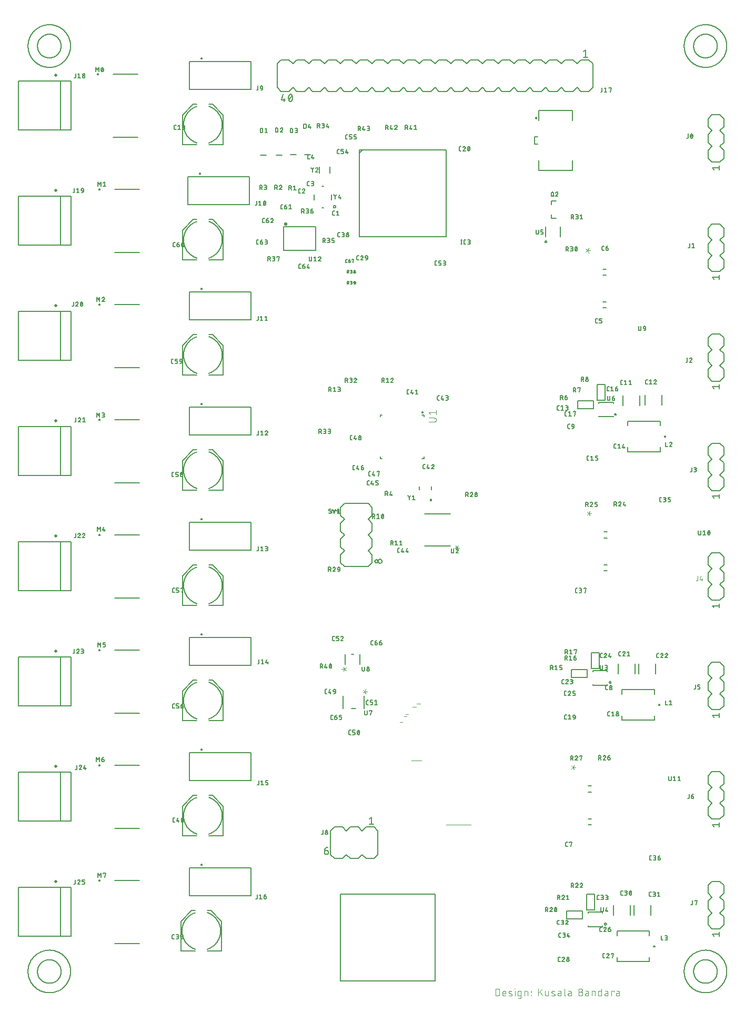
<source format=gbr>
G04 EAGLE Gerber RS-274X export*
G75*
%MOMM*%
%FSLAX34Y34*%
%LPD*%
%INSilkscreen Top*%
%IPPOS*%
%AMOC8*
5,1,8,0,0,1.08239X$1,22.5*%
G01*
%ADD10R,4.114800X0.076200*%
%ADD11R,1.752600X0.076200*%
%ADD12R,0.457200X0.076200*%
%ADD13R,0.533400X0.076200*%
%ADD14R,0.609600X0.076200*%
%ADD15C,0.101600*%
%ADD16C,0.152400*%
%ADD17C,0.127000*%
%ADD18C,0.203200*%
%ADD19C,0.076200*%
%ADD20C,0.200000*%
%ADD21C,0.508000*%
%ADD22C,0.304800*%


D10*
X823341Y70866D03*
D11*
X755142Y174498D03*
D12*
X731139Y236220D03*
D13*
X737616Y245364D03*
X739902Y248412D03*
D14*
X752475Y260604D03*
X759333Y265938D03*
D15*
X882142Y-192024D02*
X882142Y-203708D01*
X882142Y-192024D02*
X885388Y-192024D01*
X885501Y-192026D01*
X885614Y-192032D01*
X885727Y-192042D01*
X885840Y-192056D01*
X885952Y-192073D01*
X886063Y-192095D01*
X886173Y-192120D01*
X886283Y-192150D01*
X886391Y-192183D01*
X886498Y-192220D01*
X886604Y-192260D01*
X886708Y-192305D01*
X886811Y-192353D01*
X886912Y-192404D01*
X887011Y-192459D01*
X887108Y-192517D01*
X887203Y-192579D01*
X887296Y-192644D01*
X887386Y-192712D01*
X887474Y-192783D01*
X887560Y-192858D01*
X887643Y-192935D01*
X887723Y-193015D01*
X887800Y-193098D01*
X887875Y-193184D01*
X887946Y-193272D01*
X888014Y-193362D01*
X888079Y-193455D01*
X888141Y-193550D01*
X888199Y-193647D01*
X888254Y-193746D01*
X888305Y-193847D01*
X888353Y-193950D01*
X888398Y-194054D01*
X888438Y-194160D01*
X888475Y-194267D01*
X888508Y-194375D01*
X888538Y-194485D01*
X888563Y-194595D01*
X888585Y-194706D01*
X888602Y-194818D01*
X888616Y-194931D01*
X888626Y-195044D01*
X888632Y-195157D01*
X888634Y-195270D01*
X888633Y-195270D02*
X888633Y-200462D01*
X888634Y-200462D02*
X888632Y-200575D01*
X888626Y-200688D01*
X888616Y-200801D01*
X888602Y-200914D01*
X888585Y-201026D01*
X888563Y-201137D01*
X888538Y-201247D01*
X888508Y-201357D01*
X888475Y-201465D01*
X888438Y-201572D01*
X888398Y-201678D01*
X888353Y-201782D01*
X888305Y-201885D01*
X888254Y-201986D01*
X888199Y-202085D01*
X888141Y-202182D01*
X888079Y-202277D01*
X888014Y-202370D01*
X887946Y-202460D01*
X887875Y-202548D01*
X887800Y-202634D01*
X887723Y-202717D01*
X887643Y-202797D01*
X887560Y-202874D01*
X887474Y-202949D01*
X887386Y-203020D01*
X887296Y-203088D01*
X887203Y-203153D01*
X887108Y-203215D01*
X887011Y-203273D01*
X886912Y-203328D01*
X886811Y-203379D01*
X886708Y-203427D01*
X886604Y-203472D01*
X886498Y-203512D01*
X886391Y-203549D01*
X886283Y-203582D01*
X886173Y-203612D01*
X886063Y-203637D01*
X885952Y-203659D01*
X885840Y-203676D01*
X885727Y-203690D01*
X885614Y-203700D01*
X885501Y-203706D01*
X885388Y-203708D01*
X882142Y-203708D01*
X895787Y-203708D02*
X899033Y-203708D01*
X895787Y-203708D02*
X895700Y-203706D01*
X895612Y-203700D01*
X895526Y-203690D01*
X895439Y-203677D01*
X895354Y-203659D01*
X895269Y-203638D01*
X895185Y-203613D01*
X895103Y-203584D01*
X895022Y-203551D01*
X894942Y-203515D01*
X894864Y-203476D01*
X894788Y-203432D01*
X894714Y-203386D01*
X894643Y-203336D01*
X894573Y-203283D01*
X894506Y-203227D01*
X894442Y-203168D01*
X894380Y-203106D01*
X894321Y-203042D01*
X894265Y-202975D01*
X894212Y-202905D01*
X894162Y-202834D01*
X894116Y-202760D01*
X894072Y-202684D01*
X894033Y-202606D01*
X893997Y-202526D01*
X893964Y-202445D01*
X893935Y-202363D01*
X893910Y-202279D01*
X893889Y-202194D01*
X893871Y-202109D01*
X893858Y-202022D01*
X893848Y-201936D01*
X893842Y-201848D01*
X893840Y-201761D01*
X893840Y-198515D01*
X893841Y-198515D02*
X893843Y-198414D01*
X893849Y-198314D01*
X893859Y-198214D01*
X893872Y-198114D01*
X893890Y-198015D01*
X893911Y-197916D01*
X893936Y-197819D01*
X893965Y-197722D01*
X893998Y-197627D01*
X894034Y-197533D01*
X894074Y-197441D01*
X894117Y-197350D01*
X894164Y-197261D01*
X894214Y-197174D01*
X894268Y-197088D01*
X894325Y-197005D01*
X894385Y-196925D01*
X894448Y-196846D01*
X894515Y-196770D01*
X894584Y-196697D01*
X894656Y-196627D01*
X894730Y-196559D01*
X894807Y-196494D01*
X894887Y-196433D01*
X894969Y-196374D01*
X895053Y-196319D01*
X895139Y-196267D01*
X895227Y-196218D01*
X895317Y-196173D01*
X895409Y-196131D01*
X895502Y-196093D01*
X895597Y-196059D01*
X895692Y-196028D01*
X895789Y-196001D01*
X895887Y-195978D01*
X895986Y-195958D01*
X896086Y-195943D01*
X896186Y-195931D01*
X896286Y-195923D01*
X896387Y-195919D01*
X896487Y-195919D01*
X896588Y-195923D01*
X896688Y-195931D01*
X896788Y-195943D01*
X896888Y-195958D01*
X896987Y-195978D01*
X897085Y-196001D01*
X897182Y-196028D01*
X897277Y-196059D01*
X897372Y-196093D01*
X897465Y-196131D01*
X897557Y-196173D01*
X897647Y-196218D01*
X897735Y-196267D01*
X897821Y-196319D01*
X897905Y-196374D01*
X897987Y-196433D01*
X898067Y-196494D01*
X898144Y-196559D01*
X898218Y-196627D01*
X898290Y-196697D01*
X898359Y-196770D01*
X898426Y-196846D01*
X898489Y-196925D01*
X898549Y-197005D01*
X898606Y-197088D01*
X898660Y-197174D01*
X898710Y-197261D01*
X898757Y-197350D01*
X898800Y-197441D01*
X898840Y-197533D01*
X898876Y-197627D01*
X898909Y-197722D01*
X898938Y-197819D01*
X898963Y-197916D01*
X898984Y-198015D01*
X899002Y-198114D01*
X899015Y-198214D01*
X899025Y-198314D01*
X899031Y-198414D01*
X899033Y-198515D01*
X899033Y-199813D01*
X893840Y-199813D01*
X904720Y-199164D02*
X907965Y-200462D01*
X904720Y-199165D02*
X904645Y-199132D01*
X904571Y-199096D01*
X904499Y-199057D01*
X904429Y-199014D01*
X904362Y-198968D01*
X904296Y-198918D01*
X904234Y-198866D01*
X904173Y-198810D01*
X904116Y-198752D01*
X904061Y-198691D01*
X904010Y-198627D01*
X903962Y-198561D01*
X903917Y-198492D01*
X903875Y-198422D01*
X903837Y-198349D01*
X903802Y-198275D01*
X903771Y-198199D01*
X903744Y-198122D01*
X903721Y-198043D01*
X903701Y-197964D01*
X903686Y-197883D01*
X903674Y-197802D01*
X903666Y-197720D01*
X903662Y-197639D01*
X903663Y-197557D01*
X903667Y-197475D01*
X903675Y-197393D01*
X903687Y-197312D01*
X903703Y-197232D01*
X903723Y-197152D01*
X903747Y-197074D01*
X903775Y-196997D01*
X903806Y-196921D01*
X903841Y-196847D01*
X903879Y-196775D01*
X903921Y-196704D01*
X903967Y-196636D01*
X904015Y-196570D01*
X904067Y-196507D01*
X904122Y-196446D01*
X904180Y-196388D01*
X904240Y-196332D01*
X904303Y-196280D01*
X904369Y-196231D01*
X904437Y-196185D01*
X904507Y-196143D01*
X904579Y-196103D01*
X904653Y-196068D01*
X904728Y-196036D01*
X904805Y-196008D01*
X904883Y-195984D01*
X904963Y-195963D01*
X905043Y-195946D01*
X905124Y-195934D01*
X905205Y-195925D01*
X905287Y-195920D01*
X905369Y-195919D01*
X905546Y-195923D01*
X905723Y-195932D01*
X905900Y-195946D01*
X906077Y-195963D01*
X906252Y-195985D01*
X906428Y-196010D01*
X906602Y-196041D01*
X906776Y-196075D01*
X906949Y-196113D01*
X907121Y-196156D01*
X907292Y-196203D01*
X907462Y-196253D01*
X907631Y-196308D01*
X907798Y-196367D01*
X907964Y-196430D01*
X908128Y-196497D01*
X908290Y-196568D01*
X907965Y-200462D02*
X908040Y-200495D01*
X908114Y-200531D01*
X908186Y-200570D01*
X908256Y-200613D01*
X908323Y-200659D01*
X908389Y-200709D01*
X908451Y-200761D01*
X908512Y-200817D01*
X908569Y-200875D01*
X908624Y-200936D01*
X908675Y-201000D01*
X908723Y-201066D01*
X908768Y-201135D01*
X908810Y-201205D01*
X908848Y-201278D01*
X908883Y-201352D01*
X908914Y-201428D01*
X908941Y-201505D01*
X908964Y-201584D01*
X908984Y-201664D01*
X908999Y-201744D01*
X909011Y-201825D01*
X909019Y-201907D01*
X909023Y-201988D01*
X909022Y-202070D01*
X909018Y-202152D01*
X909010Y-202234D01*
X908998Y-202315D01*
X908982Y-202395D01*
X908962Y-202475D01*
X908938Y-202553D01*
X908910Y-202630D01*
X908879Y-202706D01*
X908844Y-202780D01*
X908806Y-202852D01*
X908764Y-202923D01*
X908718Y-202991D01*
X908670Y-203057D01*
X908618Y-203120D01*
X908563Y-203181D01*
X908505Y-203239D01*
X908445Y-203295D01*
X908382Y-203347D01*
X908316Y-203396D01*
X908248Y-203442D01*
X908178Y-203484D01*
X908106Y-203524D01*
X908032Y-203559D01*
X907957Y-203591D01*
X907880Y-203619D01*
X907802Y-203643D01*
X907722Y-203664D01*
X907642Y-203681D01*
X907561Y-203693D01*
X907480Y-203702D01*
X907398Y-203707D01*
X907316Y-203708D01*
X907056Y-203701D01*
X906796Y-203688D01*
X906536Y-203669D01*
X906277Y-203644D01*
X906018Y-203612D01*
X905761Y-203575D01*
X905504Y-203531D01*
X905248Y-203482D01*
X904994Y-203426D01*
X904741Y-203365D01*
X904490Y-203297D01*
X904240Y-203223D01*
X903992Y-203144D01*
X903746Y-203059D01*
X913582Y-203708D02*
X913582Y-195919D01*
X913257Y-192673D02*
X913257Y-192024D01*
X913906Y-192024D01*
X913906Y-192673D01*
X913257Y-192673D01*
X920112Y-203708D02*
X923358Y-203708D01*
X920112Y-203708D02*
X920025Y-203706D01*
X919937Y-203700D01*
X919851Y-203690D01*
X919764Y-203677D01*
X919679Y-203659D01*
X919594Y-203638D01*
X919510Y-203613D01*
X919428Y-203584D01*
X919347Y-203551D01*
X919267Y-203515D01*
X919189Y-203476D01*
X919113Y-203432D01*
X919039Y-203386D01*
X918968Y-203336D01*
X918898Y-203283D01*
X918831Y-203227D01*
X918767Y-203168D01*
X918705Y-203106D01*
X918646Y-203042D01*
X918590Y-202975D01*
X918537Y-202905D01*
X918487Y-202834D01*
X918441Y-202760D01*
X918397Y-202684D01*
X918358Y-202606D01*
X918322Y-202526D01*
X918289Y-202445D01*
X918260Y-202363D01*
X918235Y-202279D01*
X918214Y-202194D01*
X918196Y-202109D01*
X918183Y-202022D01*
X918173Y-201936D01*
X918167Y-201848D01*
X918165Y-201761D01*
X918165Y-197866D01*
X918167Y-197779D01*
X918173Y-197691D01*
X918183Y-197605D01*
X918196Y-197518D01*
X918214Y-197433D01*
X918235Y-197348D01*
X918260Y-197264D01*
X918289Y-197182D01*
X918322Y-197101D01*
X918358Y-197021D01*
X918397Y-196943D01*
X918441Y-196867D01*
X918487Y-196793D01*
X918537Y-196722D01*
X918590Y-196652D01*
X918646Y-196585D01*
X918705Y-196521D01*
X918767Y-196459D01*
X918831Y-196400D01*
X918898Y-196344D01*
X918968Y-196291D01*
X919039Y-196241D01*
X919113Y-196195D01*
X919189Y-196151D01*
X919267Y-196112D01*
X919347Y-196076D01*
X919428Y-196043D01*
X919510Y-196014D01*
X919594Y-195989D01*
X919679Y-195968D01*
X919764Y-195950D01*
X919851Y-195937D01*
X919937Y-195927D01*
X920025Y-195921D01*
X920112Y-195919D01*
X923358Y-195919D01*
X923358Y-205655D01*
X923356Y-205742D01*
X923350Y-205830D01*
X923340Y-205916D01*
X923327Y-206003D01*
X923309Y-206088D01*
X923288Y-206173D01*
X923263Y-206257D01*
X923234Y-206339D01*
X923201Y-206420D01*
X923165Y-206500D01*
X923126Y-206578D01*
X923082Y-206654D01*
X923036Y-206728D01*
X922986Y-206799D01*
X922933Y-206869D01*
X922877Y-206936D01*
X922818Y-207000D01*
X922756Y-207062D01*
X922692Y-207121D01*
X922625Y-207177D01*
X922555Y-207230D01*
X922484Y-207280D01*
X922410Y-207326D01*
X922334Y-207370D01*
X922256Y-207409D01*
X922176Y-207445D01*
X922095Y-207478D01*
X922013Y-207507D01*
X921929Y-207532D01*
X921844Y-207553D01*
X921759Y-207571D01*
X921672Y-207584D01*
X921586Y-207594D01*
X921498Y-207600D01*
X921411Y-207602D01*
X921411Y-207603D02*
X918814Y-207603D01*
X928892Y-203708D02*
X928892Y-195919D01*
X932138Y-195919D01*
X932225Y-195921D01*
X932313Y-195927D01*
X932399Y-195937D01*
X932486Y-195950D01*
X932571Y-195968D01*
X932656Y-195989D01*
X932740Y-196014D01*
X932822Y-196043D01*
X932903Y-196076D01*
X932983Y-196112D01*
X933061Y-196151D01*
X933137Y-196195D01*
X933211Y-196241D01*
X933282Y-196291D01*
X933352Y-196344D01*
X933419Y-196400D01*
X933483Y-196459D01*
X933545Y-196520D01*
X933604Y-196585D01*
X933660Y-196652D01*
X933713Y-196722D01*
X933763Y-196793D01*
X933809Y-196867D01*
X933853Y-196943D01*
X933892Y-197021D01*
X933928Y-197101D01*
X933961Y-197182D01*
X933990Y-197264D01*
X934015Y-197348D01*
X934036Y-197433D01*
X934054Y-197518D01*
X934067Y-197605D01*
X934077Y-197691D01*
X934083Y-197779D01*
X934085Y-197866D01*
X934085Y-203708D01*
X939165Y-202734D02*
X939165Y-202085D01*
X939814Y-202085D01*
X939814Y-202734D01*
X939165Y-202734D01*
X939165Y-197541D02*
X939165Y-196892D01*
X939814Y-196892D01*
X939814Y-197541D01*
X939165Y-197541D01*
X951272Y-192024D02*
X951272Y-203708D01*
X951272Y-199164D02*
X957763Y-192024D01*
X953869Y-196568D02*
X957763Y-203708D01*
X962420Y-201761D02*
X962420Y-195919D01*
X962420Y-201761D02*
X962422Y-201848D01*
X962428Y-201936D01*
X962438Y-202022D01*
X962451Y-202109D01*
X962469Y-202194D01*
X962490Y-202279D01*
X962515Y-202363D01*
X962544Y-202445D01*
X962577Y-202526D01*
X962613Y-202606D01*
X962652Y-202684D01*
X962696Y-202760D01*
X962742Y-202834D01*
X962792Y-202905D01*
X962845Y-202975D01*
X962901Y-203042D01*
X962960Y-203106D01*
X963022Y-203168D01*
X963086Y-203227D01*
X963153Y-203283D01*
X963223Y-203336D01*
X963294Y-203386D01*
X963368Y-203432D01*
X963444Y-203476D01*
X963522Y-203515D01*
X963602Y-203551D01*
X963683Y-203584D01*
X963765Y-203613D01*
X963849Y-203638D01*
X963934Y-203659D01*
X964019Y-203677D01*
X964106Y-203690D01*
X964192Y-203700D01*
X964280Y-203706D01*
X964367Y-203708D01*
X967613Y-203708D01*
X967613Y-195919D01*
X973681Y-199164D02*
X976926Y-200462D01*
X973681Y-199165D02*
X973606Y-199132D01*
X973532Y-199096D01*
X973460Y-199057D01*
X973390Y-199014D01*
X973323Y-198968D01*
X973257Y-198918D01*
X973195Y-198866D01*
X973134Y-198810D01*
X973077Y-198752D01*
X973022Y-198691D01*
X972971Y-198627D01*
X972923Y-198561D01*
X972878Y-198492D01*
X972836Y-198422D01*
X972798Y-198349D01*
X972763Y-198275D01*
X972732Y-198199D01*
X972705Y-198122D01*
X972682Y-198043D01*
X972662Y-197964D01*
X972647Y-197883D01*
X972635Y-197802D01*
X972627Y-197720D01*
X972623Y-197639D01*
X972624Y-197557D01*
X972628Y-197475D01*
X972636Y-197393D01*
X972648Y-197312D01*
X972664Y-197232D01*
X972684Y-197152D01*
X972708Y-197074D01*
X972736Y-196997D01*
X972767Y-196921D01*
X972802Y-196847D01*
X972840Y-196775D01*
X972882Y-196704D01*
X972928Y-196636D01*
X972976Y-196570D01*
X973028Y-196507D01*
X973083Y-196446D01*
X973141Y-196388D01*
X973201Y-196332D01*
X973264Y-196280D01*
X973330Y-196231D01*
X973398Y-196185D01*
X973468Y-196143D01*
X973540Y-196103D01*
X973614Y-196068D01*
X973689Y-196036D01*
X973766Y-196008D01*
X973844Y-195984D01*
X973924Y-195963D01*
X974004Y-195946D01*
X974085Y-195934D01*
X974166Y-195925D01*
X974248Y-195920D01*
X974330Y-195919D01*
X974329Y-195919D02*
X974506Y-195923D01*
X974683Y-195932D01*
X974860Y-195946D01*
X975037Y-195963D01*
X975212Y-195985D01*
X975388Y-196010D01*
X975562Y-196041D01*
X975736Y-196075D01*
X975909Y-196113D01*
X976081Y-196156D01*
X976252Y-196203D01*
X976422Y-196253D01*
X976591Y-196308D01*
X976758Y-196367D01*
X976924Y-196430D01*
X977088Y-196497D01*
X977250Y-196568D01*
X976926Y-200462D02*
X977001Y-200495D01*
X977075Y-200531D01*
X977147Y-200570D01*
X977217Y-200613D01*
X977284Y-200659D01*
X977350Y-200709D01*
X977412Y-200761D01*
X977473Y-200817D01*
X977530Y-200875D01*
X977585Y-200936D01*
X977636Y-201000D01*
X977684Y-201066D01*
X977729Y-201135D01*
X977771Y-201205D01*
X977809Y-201278D01*
X977844Y-201352D01*
X977875Y-201428D01*
X977902Y-201505D01*
X977925Y-201584D01*
X977945Y-201664D01*
X977960Y-201744D01*
X977972Y-201825D01*
X977980Y-201907D01*
X977984Y-201988D01*
X977983Y-202070D01*
X977979Y-202152D01*
X977971Y-202234D01*
X977959Y-202315D01*
X977943Y-202395D01*
X977923Y-202475D01*
X977899Y-202553D01*
X977871Y-202630D01*
X977840Y-202706D01*
X977805Y-202780D01*
X977767Y-202852D01*
X977725Y-202923D01*
X977679Y-202991D01*
X977631Y-203057D01*
X977579Y-203120D01*
X977524Y-203181D01*
X977466Y-203239D01*
X977406Y-203295D01*
X977343Y-203347D01*
X977277Y-203396D01*
X977209Y-203442D01*
X977139Y-203484D01*
X977067Y-203524D01*
X976993Y-203559D01*
X976918Y-203591D01*
X976841Y-203619D01*
X976763Y-203643D01*
X976683Y-203664D01*
X976603Y-203681D01*
X976522Y-203693D01*
X976441Y-203702D01*
X976359Y-203707D01*
X976277Y-203708D01*
X976017Y-203701D01*
X975757Y-203688D01*
X975497Y-203669D01*
X975238Y-203644D01*
X974979Y-203612D01*
X974722Y-203575D01*
X974465Y-203531D01*
X974209Y-203482D01*
X973955Y-203426D01*
X973702Y-203365D01*
X973451Y-203297D01*
X973201Y-203223D01*
X972953Y-203144D01*
X972707Y-203059D01*
X984826Y-199164D02*
X987747Y-199164D01*
X984826Y-199164D02*
X984732Y-199166D01*
X984638Y-199172D01*
X984545Y-199181D01*
X984452Y-199195D01*
X984360Y-199212D01*
X984268Y-199234D01*
X984178Y-199258D01*
X984088Y-199287D01*
X984000Y-199319D01*
X983913Y-199355D01*
X983828Y-199395D01*
X983745Y-199438D01*
X983663Y-199484D01*
X983583Y-199534D01*
X983506Y-199587D01*
X983431Y-199643D01*
X983358Y-199702D01*
X983287Y-199764D01*
X983219Y-199829D01*
X983154Y-199897D01*
X983092Y-199968D01*
X983033Y-200041D01*
X982977Y-200116D01*
X982924Y-200193D01*
X982874Y-200273D01*
X982828Y-200355D01*
X982785Y-200438D01*
X982745Y-200523D01*
X982709Y-200610D01*
X982677Y-200698D01*
X982648Y-200788D01*
X982624Y-200878D01*
X982602Y-200970D01*
X982585Y-201062D01*
X982571Y-201155D01*
X982562Y-201248D01*
X982556Y-201342D01*
X982554Y-201436D01*
X982556Y-201530D01*
X982562Y-201624D01*
X982571Y-201717D01*
X982585Y-201810D01*
X982602Y-201902D01*
X982624Y-201994D01*
X982648Y-202084D01*
X982677Y-202174D01*
X982709Y-202262D01*
X982745Y-202349D01*
X982785Y-202434D01*
X982828Y-202517D01*
X982874Y-202599D01*
X982924Y-202679D01*
X982977Y-202756D01*
X983033Y-202831D01*
X983092Y-202904D01*
X983154Y-202975D01*
X983219Y-203043D01*
X983287Y-203108D01*
X983358Y-203170D01*
X983431Y-203229D01*
X983506Y-203285D01*
X983583Y-203338D01*
X983663Y-203388D01*
X983745Y-203434D01*
X983828Y-203477D01*
X983913Y-203517D01*
X984000Y-203553D01*
X984088Y-203585D01*
X984178Y-203614D01*
X984268Y-203638D01*
X984360Y-203660D01*
X984452Y-203677D01*
X984545Y-203691D01*
X984638Y-203700D01*
X984732Y-203706D01*
X984826Y-203708D01*
X987747Y-203708D01*
X987747Y-197866D01*
X987745Y-197779D01*
X987739Y-197691D01*
X987729Y-197605D01*
X987716Y-197518D01*
X987698Y-197433D01*
X987677Y-197348D01*
X987652Y-197264D01*
X987623Y-197182D01*
X987590Y-197101D01*
X987554Y-197021D01*
X987515Y-196943D01*
X987471Y-196867D01*
X987425Y-196793D01*
X987375Y-196722D01*
X987322Y-196652D01*
X987266Y-196585D01*
X987207Y-196521D01*
X987145Y-196459D01*
X987081Y-196400D01*
X987014Y-196344D01*
X986944Y-196291D01*
X986873Y-196241D01*
X986799Y-196195D01*
X986723Y-196151D01*
X986645Y-196112D01*
X986565Y-196076D01*
X986484Y-196043D01*
X986402Y-196014D01*
X986318Y-195989D01*
X986233Y-195968D01*
X986148Y-195950D01*
X986061Y-195937D01*
X985975Y-195927D01*
X985887Y-195921D01*
X985800Y-195919D01*
X983203Y-195919D01*
X993050Y-192024D02*
X993050Y-201761D01*
X993052Y-201848D01*
X993058Y-201936D01*
X993068Y-202022D01*
X993081Y-202109D01*
X993099Y-202194D01*
X993120Y-202279D01*
X993145Y-202363D01*
X993174Y-202445D01*
X993207Y-202526D01*
X993243Y-202606D01*
X993282Y-202684D01*
X993326Y-202760D01*
X993372Y-202834D01*
X993422Y-202905D01*
X993475Y-202975D01*
X993531Y-203042D01*
X993590Y-203106D01*
X993652Y-203168D01*
X993716Y-203227D01*
X993783Y-203283D01*
X993853Y-203336D01*
X993924Y-203386D01*
X993998Y-203432D01*
X994074Y-203476D01*
X994152Y-203515D01*
X994232Y-203551D01*
X994313Y-203584D01*
X994395Y-203613D01*
X994479Y-203638D01*
X994564Y-203659D01*
X994649Y-203677D01*
X994736Y-203690D01*
X994822Y-203700D01*
X994910Y-203706D01*
X994997Y-203708D01*
X1001209Y-199164D02*
X1004130Y-199164D01*
X1001209Y-199164D02*
X1001115Y-199166D01*
X1001021Y-199172D01*
X1000928Y-199181D01*
X1000835Y-199195D01*
X1000743Y-199212D01*
X1000651Y-199234D01*
X1000561Y-199258D01*
X1000471Y-199287D01*
X1000383Y-199319D01*
X1000296Y-199355D01*
X1000211Y-199395D01*
X1000128Y-199438D01*
X1000046Y-199484D01*
X999966Y-199534D01*
X999889Y-199587D01*
X999814Y-199643D01*
X999741Y-199702D01*
X999670Y-199764D01*
X999602Y-199829D01*
X999537Y-199897D01*
X999475Y-199968D01*
X999416Y-200041D01*
X999360Y-200116D01*
X999307Y-200193D01*
X999257Y-200273D01*
X999211Y-200355D01*
X999168Y-200438D01*
X999128Y-200523D01*
X999092Y-200610D01*
X999060Y-200698D01*
X999031Y-200788D01*
X999007Y-200878D01*
X998985Y-200970D01*
X998968Y-201062D01*
X998954Y-201155D01*
X998945Y-201248D01*
X998939Y-201342D01*
X998937Y-201436D01*
X998939Y-201530D01*
X998945Y-201624D01*
X998954Y-201717D01*
X998968Y-201810D01*
X998985Y-201902D01*
X999007Y-201994D01*
X999031Y-202084D01*
X999060Y-202174D01*
X999092Y-202262D01*
X999128Y-202349D01*
X999168Y-202434D01*
X999211Y-202517D01*
X999257Y-202599D01*
X999307Y-202679D01*
X999360Y-202756D01*
X999416Y-202831D01*
X999475Y-202904D01*
X999537Y-202975D01*
X999602Y-203043D01*
X999670Y-203108D01*
X999741Y-203170D01*
X999814Y-203229D01*
X999889Y-203285D01*
X999966Y-203338D01*
X1000046Y-203388D01*
X1000128Y-203434D01*
X1000211Y-203477D01*
X1000296Y-203517D01*
X1000383Y-203553D01*
X1000471Y-203585D01*
X1000561Y-203614D01*
X1000651Y-203638D01*
X1000743Y-203660D01*
X1000835Y-203677D01*
X1000928Y-203691D01*
X1001021Y-203700D01*
X1001115Y-203706D01*
X1001209Y-203708D01*
X1004130Y-203708D01*
X1004130Y-197866D01*
X1004128Y-197779D01*
X1004122Y-197691D01*
X1004112Y-197605D01*
X1004099Y-197518D01*
X1004081Y-197433D01*
X1004060Y-197348D01*
X1004035Y-197264D01*
X1004006Y-197182D01*
X1003973Y-197101D01*
X1003937Y-197021D01*
X1003898Y-196943D01*
X1003854Y-196867D01*
X1003808Y-196793D01*
X1003758Y-196722D01*
X1003705Y-196652D01*
X1003649Y-196585D01*
X1003590Y-196521D01*
X1003528Y-196459D01*
X1003464Y-196400D01*
X1003397Y-196344D01*
X1003327Y-196291D01*
X1003256Y-196241D01*
X1003182Y-196195D01*
X1003106Y-196151D01*
X1003028Y-196112D01*
X1002948Y-196076D01*
X1002867Y-196043D01*
X1002785Y-196014D01*
X1002701Y-195989D01*
X1002616Y-195968D01*
X1002531Y-195950D01*
X1002444Y-195937D01*
X1002358Y-195927D01*
X1002270Y-195921D01*
X1002183Y-195919D01*
X999586Y-195919D01*
X1016042Y-197217D02*
X1019288Y-197217D01*
X1019288Y-197216D02*
X1019401Y-197218D01*
X1019514Y-197224D01*
X1019627Y-197234D01*
X1019740Y-197248D01*
X1019852Y-197265D01*
X1019963Y-197287D01*
X1020073Y-197312D01*
X1020183Y-197342D01*
X1020291Y-197375D01*
X1020398Y-197412D01*
X1020504Y-197452D01*
X1020608Y-197497D01*
X1020711Y-197545D01*
X1020812Y-197596D01*
X1020911Y-197651D01*
X1021008Y-197709D01*
X1021103Y-197771D01*
X1021196Y-197836D01*
X1021286Y-197904D01*
X1021374Y-197975D01*
X1021460Y-198050D01*
X1021543Y-198127D01*
X1021623Y-198207D01*
X1021700Y-198290D01*
X1021775Y-198376D01*
X1021846Y-198464D01*
X1021914Y-198554D01*
X1021979Y-198647D01*
X1022041Y-198742D01*
X1022099Y-198839D01*
X1022154Y-198938D01*
X1022205Y-199039D01*
X1022253Y-199142D01*
X1022298Y-199246D01*
X1022338Y-199352D01*
X1022375Y-199459D01*
X1022408Y-199567D01*
X1022438Y-199677D01*
X1022463Y-199787D01*
X1022485Y-199898D01*
X1022502Y-200010D01*
X1022516Y-200123D01*
X1022526Y-200236D01*
X1022532Y-200349D01*
X1022534Y-200462D01*
X1022532Y-200575D01*
X1022526Y-200688D01*
X1022516Y-200801D01*
X1022502Y-200914D01*
X1022485Y-201026D01*
X1022463Y-201137D01*
X1022438Y-201247D01*
X1022408Y-201357D01*
X1022375Y-201465D01*
X1022338Y-201572D01*
X1022298Y-201678D01*
X1022253Y-201782D01*
X1022205Y-201885D01*
X1022154Y-201986D01*
X1022099Y-202085D01*
X1022041Y-202182D01*
X1021979Y-202277D01*
X1021914Y-202370D01*
X1021846Y-202460D01*
X1021775Y-202548D01*
X1021700Y-202634D01*
X1021623Y-202717D01*
X1021543Y-202797D01*
X1021460Y-202874D01*
X1021374Y-202949D01*
X1021286Y-203020D01*
X1021196Y-203088D01*
X1021103Y-203153D01*
X1021008Y-203215D01*
X1020911Y-203273D01*
X1020812Y-203328D01*
X1020711Y-203379D01*
X1020608Y-203427D01*
X1020504Y-203472D01*
X1020398Y-203512D01*
X1020291Y-203549D01*
X1020183Y-203582D01*
X1020073Y-203612D01*
X1019963Y-203637D01*
X1019852Y-203659D01*
X1019740Y-203676D01*
X1019627Y-203690D01*
X1019514Y-203700D01*
X1019401Y-203706D01*
X1019288Y-203708D01*
X1016042Y-203708D01*
X1016042Y-192024D01*
X1019288Y-192024D01*
X1019389Y-192026D01*
X1019489Y-192032D01*
X1019589Y-192042D01*
X1019689Y-192055D01*
X1019788Y-192073D01*
X1019887Y-192094D01*
X1019984Y-192119D01*
X1020081Y-192148D01*
X1020176Y-192181D01*
X1020270Y-192217D01*
X1020362Y-192257D01*
X1020453Y-192300D01*
X1020542Y-192347D01*
X1020629Y-192397D01*
X1020715Y-192451D01*
X1020798Y-192508D01*
X1020878Y-192568D01*
X1020957Y-192631D01*
X1021033Y-192698D01*
X1021106Y-192767D01*
X1021176Y-192839D01*
X1021244Y-192913D01*
X1021309Y-192990D01*
X1021370Y-193070D01*
X1021429Y-193152D01*
X1021484Y-193236D01*
X1021536Y-193322D01*
X1021585Y-193410D01*
X1021630Y-193500D01*
X1021672Y-193592D01*
X1021710Y-193685D01*
X1021744Y-193780D01*
X1021775Y-193875D01*
X1021802Y-193972D01*
X1021825Y-194070D01*
X1021845Y-194169D01*
X1021860Y-194269D01*
X1021872Y-194369D01*
X1021880Y-194469D01*
X1021884Y-194570D01*
X1021884Y-194670D01*
X1021880Y-194771D01*
X1021872Y-194871D01*
X1021860Y-194971D01*
X1021845Y-195071D01*
X1021825Y-195170D01*
X1021802Y-195268D01*
X1021775Y-195365D01*
X1021744Y-195460D01*
X1021710Y-195555D01*
X1021672Y-195648D01*
X1021630Y-195740D01*
X1021585Y-195830D01*
X1021536Y-195918D01*
X1021484Y-196004D01*
X1021429Y-196088D01*
X1021370Y-196170D01*
X1021309Y-196250D01*
X1021244Y-196327D01*
X1021176Y-196401D01*
X1021106Y-196473D01*
X1021033Y-196542D01*
X1020957Y-196609D01*
X1020878Y-196672D01*
X1020798Y-196732D01*
X1020715Y-196789D01*
X1020629Y-196843D01*
X1020542Y-196893D01*
X1020453Y-196940D01*
X1020362Y-196983D01*
X1020270Y-197023D01*
X1020176Y-197059D01*
X1020081Y-197092D01*
X1019984Y-197121D01*
X1019887Y-197146D01*
X1019788Y-197167D01*
X1019689Y-197185D01*
X1019589Y-197198D01*
X1019489Y-197208D01*
X1019389Y-197214D01*
X1019288Y-197216D01*
X1029022Y-199164D02*
X1031943Y-199164D01*
X1029022Y-199164D02*
X1028928Y-199166D01*
X1028834Y-199172D01*
X1028741Y-199181D01*
X1028648Y-199195D01*
X1028556Y-199212D01*
X1028464Y-199234D01*
X1028374Y-199258D01*
X1028284Y-199287D01*
X1028196Y-199319D01*
X1028109Y-199355D01*
X1028024Y-199395D01*
X1027941Y-199438D01*
X1027859Y-199484D01*
X1027779Y-199534D01*
X1027702Y-199587D01*
X1027627Y-199643D01*
X1027554Y-199702D01*
X1027483Y-199764D01*
X1027415Y-199829D01*
X1027350Y-199897D01*
X1027288Y-199968D01*
X1027229Y-200041D01*
X1027173Y-200116D01*
X1027120Y-200193D01*
X1027070Y-200273D01*
X1027024Y-200355D01*
X1026981Y-200438D01*
X1026941Y-200523D01*
X1026905Y-200610D01*
X1026873Y-200698D01*
X1026844Y-200788D01*
X1026820Y-200878D01*
X1026798Y-200970D01*
X1026781Y-201062D01*
X1026767Y-201155D01*
X1026758Y-201248D01*
X1026752Y-201342D01*
X1026750Y-201436D01*
X1026752Y-201530D01*
X1026758Y-201624D01*
X1026767Y-201717D01*
X1026781Y-201810D01*
X1026798Y-201902D01*
X1026820Y-201994D01*
X1026844Y-202084D01*
X1026873Y-202174D01*
X1026905Y-202262D01*
X1026941Y-202349D01*
X1026981Y-202434D01*
X1027024Y-202517D01*
X1027070Y-202599D01*
X1027120Y-202679D01*
X1027173Y-202756D01*
X1027229Y-202831D01*
X1027288Y-202904D01*
X1027350Y-202975D01*
X1027415Y-203043D01*
X1027483Y-203108D01*
X1027554Y-203170D01*
X1027627Y-203229D01*
X1027702Y-203285D01*
X1027779Y-203338D01*
X1027859Y-203388D01*
X1027941Y-203434D01*
X1028024Y-203477D01*
X1028109Y-203517D01*
X1028196Y-203553D01*
X1028284Y-203585D01*
X1028374Y-203614D01*
X1028464Y-203638D01*
X1028556Y-203660D01*
X1028648Y-203677D01*
X1028741Y-203691D01*
X1028834Y-203700D01*
X1028928Y-203706D01*
X1029022Y-203708D01*
X1031943Y-203708D01*
X1031943Y-197866D01*
X1031942Y-197866D02*
X1031940Y-197779D01*
X1031934Y-197691D01*
X1031924Y-197605D01*
X1031911Y-197518D01*
X1031893Y-197433D01*
X1031872Y-197348D01*
X1031847Y-197264D01*
X1031818Y-197182D01*
X1031785Y-197101D01*
X1031749Y-197021D01*
X1031710Y-196943D01*
X1031666Y-196867D01*
X1031620Y-196793D01*
X1031570Y-196722D01*
X1031517Y-196652D01*
X1031461Y-196585D01*
X1031402Y-196521D01*
X1031340Y-196459D01*
X1031276Y-196400D01*
X1031209Y-196344D01*
X1031139Y-196291D01*
X1031068Y-196241D01*
X1030994Y-196195D01*
X1030918Y-196151D01*
X1030840Y-196112D01*
X1030760Y-196076D01*
X1030679Y-196043D01*
X1030597Y-196014D01*
X1030513Y-195989D01*
X1030428Y-195968D01*
X1030343Y-195950D01*
X1030256Y-195937D01*
X1030170Y-195927D01*
X1030082Y-195921D01*
X1029995Y-195919D01*
X1027399Y-195919D01*
X1037477Y-195919D02*
X1037477Y-203708D01*
X1037477Y-195919D02*
X1040722Y-195919D01*
X1040809Y-195921D01*
X1040897Y-195927D01*
X1040983Y-195937D01*
X1041070Y-195950D01*
X1041155Y-195968D01*
X1041240Y-195989D01*
X1041324Y-196014D01*
X1041406Y-196043D01*
X1041487Y-196076D01*
X1041567Y-196112D01*
X1041645Y-196151D01*
X1041721Y-196195D01*
X1041795Y-196241D01*
X1041866Y-196291D01*
X1041936Y-196344D01*
X1042003Y-196400D01*
X1042067Y-196459D01*
X1042129Y-196520D01*
X1042188Y-196585D01*
X1042244Y-196652D01*
X1042297Y-196722D01*
X1042347Y-196793D01*
X1042393Y-196867D01*
X1042437Y-196943D01*
X1042476Y-197021D01*
X1042512Y-197101D01*
X1042545Y-197182D01*
X1042574Y-197264D01*
X1042599Y-197348D01*
X1042620Y-197433D01*
X1042638Y-197518D01*
X1042651Y-197605D01*
X1042661Y-197691D01*
X1042667Y-197779D01*
X1042669Y-197866D01*
X1042670Y-197866D02*
X1042670Y-203708D01*
X1052898Y-203708D02*
X1052898Y-192024D01*
X1052898Y-203708D02*
X1049652Y-203708D01*
X1049565Y-203706D01*
X1049477Y-203700D01*
X1049391Y-203690D01*
X1049304Y-203677D01*
X1049219Y-203659D01*
X1049134Y-203638D01*
X1049050Y-203613D01*
X1048968Y-203584D01*
X1048887Y-203551D01*
X1048807Y-203515D01*
X1048729Y-203476D01*
X1048653Y-203432D01*
X1048579Y-203386D01*
X1048508Y-203336D01*
X1048438Y-203283D01*
X1048371Y-203227D01*
X1048307Y-203168D01*
X1048245Y-203106D01*
X1048186Y-203042D01*
X1048130Y-202975D01*
X1048077Y-202905D01*
X1048027Y-202834D01*
X1047981Y-202760D01*
X1047937Y-202684D01*
X1047898Y-202606D01*
X1047862Y-202526D01*
X1047829Y-202445D01*
X1047800Y-202363D01*
X1047775Y-202279D01*
X1047754Y-202194D01*
X1047736Y-202109D01*
X1047723Y-202022D01*
X1047713Y-201936D01*
X1047707Y-201848D01*
X1047705Y-201761D01*
X1047705Y-197866D01*
X1047707Y-197779D01*
X1047713Y-197691D01*
X1047723Y-197605D01*
X1047736Y-197518D01*
X1047754Y-197433D01*
X1047775Y-197348D01*
X1047800Y-197264D01*
X1047829Y-197182D01*
X1047862Y-197101D01*
X1047898Y-197021D01*
X1047937Y-196943D01*
X1047981Y-196867D01*
X1048027Y-196793D01*
X1048077Y-196722D01*
X1048130Y-196652D01*
X1048186Y-196585D01*
X1048245Y-196521D01*
X1048307Y-196459D01*
X1048371Y-196400D01*
X1048438Y-196344D01*
X1048508Y-196291D01*
X1048579Y-196241D01*
X1048653Y-196195D01*
X1048729Y-196151D01*
X1048807Y-196112D01*
X1048887Y-196076D01*
X1048968Y-196043D01*
X1049050Y-196014D01*
X1049134Y-195989D01*
X1049219Y-195968D01*
X1049304Y-195950D01*
X1049391Y-195937D01*
X1049477Y-195927D01*
X1049565Y-195921D01*
X1049652Y-195919D01*
X1052898Y-195919D01*
X1060264Y-199164D02*
X1063185Y-199164D01*
X1060264Y-199164D02*
X1060170Y-199166D01*
X1060076Y-199172D01*
X1059983Y-199181D01*
X1059890Y-199195D01*
X1059798Y-199212D01*
X1059706Y-199234D01*
X1059616Y-199258D01*
X1059526Y-199287D01*
X1059438Y-199319D01*
X1059351Y-199355D01*
X1059266Y-199395D01*
X1059183Y-199438D01*
X1059101Y-199484D01*
X1059021Y-199534D01*
X1058944Y-199587D01*
X1058869Y-199643D01*
X1058796Y-199702D01*
X1058725Y-199764D01*
X1058657Y-199829D01*
X1058592Y-199897D01*
X1058530Y-199968D01*
X1058471Y-200041D01*
X1058415Y-200116D01*
X1058362Y-200193D01*
X1058312Y-200273D01*
X1058266Y-200355D01*
X1058223Y-200438D01*
X1058183Y-200523D01*
X1058147Y-200610D01*
X1058115Y-200698D01*
X1058086Y-200788D01*
X1058062Y-200878D01*
X1058040Y-200970D01*
X1058023Y-201062D01*
X1058009Y-201155D01*
X1058000Y-201248D01*
X1057994Y-201342D01*
X1057992Y-201436D01*
X1057994Y-201530D01*
X1058000Y-201624D01*
X1058009Y-201717D01*
X1058023Y-201810D01*
X1058040Y-201902D01*
X1058062Y-201994D01*
X1058086Y-202084D01*
X1058115Y-202174D01*
X1058147Y-202262D01*
X1058183Y-202349D01*
X1058223Y-202434D01*
X1058266Y-202517D01*
X1058312Y-202599D01*
X1058362Y-202679D01*
X1058415Y-202756D01*
X1058471Y-202831D01*
X1058530Y-202904D01*
X1058592Y-202975D01*
X1058657Y-203043D01*
X1058725Y-203108D01*
X1058796Y-203170D01*
X1058869Y-203229D01*
X1058944Y-203285D01*
X1059021Y-203338D01*
X1059101Y-203388D01*
X1059183Y-203434D01*
X1059266Y-203477D01*
X1059351Y-203517D01*
X1059438Y-203553D01*
X1059526Y-203585D01*
X1059616Y-203614D01*
X1059706Y-203638D01*
X1059798Y-203660D01*
X1059890Y-203677D01*
X1059983Y-203691D01*
X1060076Y-203700D01*
X1060170Y-203706D01*
X1060264Y-203708D01*
X1063185Y-203708D01*
X1063185Y-197866D01*
X1063184Y-197866D02*
X1063182Y-197779D01*
X1063176Y-197691D01*
X1063166Y-197605D01*
X1063153Y-197518D01*
X1063135Y-197433D01*
X1063114Y-197348D01*
X1063089Y-197264D01*
X1063060Y-197182D01*
X1063027Y-197101D01*
X1062991Y-197021D01*
X1062952Y-196943D01*
X1062908Y-196867D01*
X1062862Y-196793D01*
X1062812Y-196722D01*
X1062759Y-196652D01*
X1062703Y-196585D01*
X1062644Y-196521D01*
X1062582Y-196459D01*
X1062518Y-196400D01*
X1062451Y-196344D01*
X1062381Y-196291D01*
X1062310Y-196241D01*
X1062236Y-196195D01*
X1062160Y-196151D01*
X1062082Y-196112D01*
X1062002Y-196076D01*
X1061921Y-196043D01*
X1061839Y-196014D01*
X1061755Y-195989D01*
X1061670Y-195968D01*
X1061585Y-195950D01*
X1061498Y-195937D01*
X1061412Y-195927D01*
X1061324Y-195921D01*
X1061237Y-195919D01*
X1058641Y-195919D01*
X1068785Y-195919D02*
X1068785Y-203708D01*
X1068785Y-195919D02*
X1072680Y-195919D01*
X1072680Y-197217D01*
X1078552Y-199164D02*
X1081473Y-199164D01*
X1078552Y-199164D02*
X1078458Y-199166D01*
X1078364Y-199172D01*
X1078271Y-199181D01*
X1078178Y-199195D01*
X1078086Y-199212D01*
X1077994Y-199234D01*
X1077904Y-199258D01*
X1077814Y-199287D01*
X1077726Y-199319D01*
X1077639Y-199355D01*
X1077554Y-199395D01*
X1077471Y-199438D01*
X1077389Y-199484D01*
X1077309Y-199534D01*
X1077232Y-199587D01*
X1077157Y-199643D01*
X1077084Y-199702D01*
X1077013Y-199764D01*
X1076945Y-199829D01*
X1076880Y-199897D01*
X1076818Y-199968D01*
X1076759Y-200041D01*
X1076703Y-200116D01*
X1076650Y-200193D01*
X1076600Y-200273D01*
X1076554Y-200355D01*
X1076511Y-200438D01*
X1076471Y-200523D01*
X1076435Y-200610D01*
X1076403Y-200698D01*
X1076374Y-200788D01*
X1076350Y-200878D01*
X1076328Y-200970D01*
X1076311Y-201062D01*
X1076297Y-201155D01*
X1076288Y-201248D01*
X1076282Y-201342D01*
X1076280Y-201436D01*
X1076282Y-201530D01*
X1076288Y-201624D01*
X1076297Y-201717D01*
X1076311Y-201810D01*
X1076328Y-201902D01*
X1076350Y-201994D01*
X1076374Y-202084D01*
X1076403Y-202174D01*
X1076435Y-202262D01*
X1076471Y-202349D01*
X1076511Y-202434D01*
X1076554Y-202517D01*
X1076600Y-202599D01*
X1076650Y-202679D01*
X1076703Y-202756D01*
X1076759Y-202831D01*
X1076818Y-202904D01*
X1076880Y-202975D01*
X1076945Y-203043D01*
X1077013Y-203108D01*
X1077084Y-203170D01*
X1077157Y-203229D01*
X1077232Y-203285D01*
X1077309Y-203338D01*
X1077389Y-203388D01*
X1077471Y-203434D01*
X1077554Y-203477D01*
X1077639Y-203517D01*
X1077726Y-203553D01*
X1077814Y-203585D01*
X1077904Y-203614D01*
X1077994Y-203638D01*
X1078086Y-203660D01*
X1078178Y-203677D01*
X1078271Y-203691D01*
X1078364Y-203700D01*
X1078458Y-203706D01*
X1078552Y-203708D01*
X1081473Y-203708D01*
X1081473Y-197866D01*
X1081472Y-197866D02*
X1081470Y-197779D01*
X1081464Y-197691D01*
X1081454Y-197605D01*
X1081441Y-197518D01*
X1081423Y-197433D01*
X1081402Y-197348D01*
X1081377Y-197264D01*
X1081348Y-197182D01*
X1081315Y-197101D01*
X1081279Y-197021D01*
X1081240Y-196943D01*
X1081196Y-196867D01*
X1081150Y-196793D01*
X1081100Y-196722D01*
X1081047Y-196652D01*
X1080991Y-196585D01*
X1080932Y-196521D01*
X1080870Y-196459D01*
X1080806Y-196400D01*
X1080739Y-196344D01*
X1080669Y-196291D01*
X1080598Y-196241D01*
X1080524Y-196195D01*
X1080448Y-196151D01*
X1080370Y-196112D01*
X1080290Y-196076D01*
X1080209Y-196043D01*
X1080127Y-196014D01*
X1080043Y-195989D01*
X1079958Y-195968D01*
X1079873Y-195950D01*
X1079786Y-195937D01*
X1079700Y-195927D01*
X1079612Y-195921D01*
X1079525Y-195919D01*
X1076929Y-195919D01*
D16*
X1074300Y732536D02*
X1074302Y732603D01*
X1074308Y732670D01*
X1074318Y732737D01*
X1074332Y732803D01*
X1074350Y732868D01*
X1074371Y732932D01*
X1074396Y732994D01*
X1074425Y733055D01*
X1074458Y733114D01*
X1074494Y733171D01*
X1074533Y733225D01*
X1074575Y733278D01*
X1074621Y733327D01*
X1074669Y733374D01*
X1074720Y733418D01*
X1074774Y733459D01*
X1074830Y733497D01*
X1074888Y733531D01*
X1074947Y733562D01*
X1075009Y733589D01*
X1075072Y733612D01*
X1075137Y733632D01*
X1075202Y733648D01*
X1075268Y733660D01*
X1075335Y733668D01*
X1075402Y733672D01*
X1075470Y733672D01*
X1075537Y733668D01*
X1075604Y733660D01*
X1075670Y733648D01*
X1075735Y733632D01*
X1075800Y733612D01*
X1075863Y733589D01*
X1075925Y733562D01*
X1075984Y733531D01*
X1076042Y733497D01*
X1076098Y733459D01*
X1076152Y733418D01*
X1076203Y733374D01*
X1076251Y733327D01*
X1076297Y733278D01*
X1076339Y733225D01*
X1076378Y733171D01*
X1076414Y733114D01*
X1076447Y733055D01*
X1076476Y732994D01*
X1076501Y732932D01*
X1076522Y732868D01*
X1076540Y732803D01*
X1076554Y732737D01*
X1076564Y732670D01*
X1076570Y732603D01*
X1076572Y732536D01*
X1076570Y732469D01*
X1076564Y732402D01*
X1076554Y732335D01*
X1076540Y732269D01*
X1076522Y732204D01*
X1076501Y732140D01*
X1076476Y732078D01*
X1076447Y732017D01*
X1076414Y731958D01*
X1076378Y731901D01*
X1076339Y731847D01*
X1076297Y731794D01*
X1076251Y731745D01*
X1076203Y731698D01*
X1076152Y731654D01*
X1076098Y731613D01*
X1076042Y731575D01*
X1075984Y731541D01*
X1075925Y731510D01*
X1075863Y731483D01*
X1075800Y731460D01*
X1075735Y731440D01*
X1075670Y731424D01*
X1075604Y731412D01*
X1075537Y731404D01*
X1075470Y731400D01*
X1075402Y731400D01*
X1075335Y731404D01*
X1075268Y731412D01*
X1075202Y731424D01*
X1075137Y731440D01*
X1075072Y731460D01*
X1075009Y731483D01*
X1074947Y731510D01*
X1074888Y731541D01*
X1074830Y731575D01*
X1074774Y731613D01*
X1074720Y731654D01*
X1074669Y731698D01*
X1074621Y731745D01*
X1074575Y731794D01*
X1074533Y731847D01*
X1074494Y731901D01*
X1074458Y731958D01*
X1074425Y732017D01*
X1074396Y732078D01*
X1074371Y732140D01*
X1074350Y732204D01*
X1074332Y732269D01*
X1074318Y732335D01*
X1074308Y732402D01*
X1074302Y732469D01*
X1074300Y732536D01*
X1065363Y301244D02*
X1065365Y301319D01*
X1065371Y301394D01*
X1065381Y301469D01*
X1065394Y301543D01*
X1065412Y301616D01*
X1065433Y301688D01*
X1065458Y301759D01*
X1065487Y301828D01*
X1065520Y301896D01*
X1065556Y301962D01*
X1065595Y302027D01*
X1065637Y302089D01*
X1065683Y302148D01*
X1065732Y302206D01*
X1065784Y302260D01*
X1065838Y302312D01*
X1065896Y302361D01*
X1065955Y302407D01*
X1066017Y302449D01*
X1066081Y302488D01*
X1066148Y302524D01*
X1066216Y302557D01*
X1066285Y302586D01*
X1066356Y302611D01*
X1066428Y302632D01*
X1066501Y302650D01*
X1066575Y302663D01*
X1066650Y302673D01*
X1066725Y302679D01*
X1066800Y302681D01*
X1066875Y302679D01*
X1066950Y302673D01*
X1067025Y302663D01*
X1067099Y302650D01*
X1067172Y302632D01*
X1067244Y302611D01*
X1067315Y302586D01*
X1067384Y302557D01*
X1067452Y302524D01*
X1067518Y302488D01*
X1067583Y302449D01*
X1067645Y302407D01*
X1067704Y302361D01*
X1067762Y302312D01*
X1067816Y302260D01*
X1067868Y302206D01*
X1067917Y302148D01*
X1067963Y302089D01*
X1068005Y302027D01*
X1068044Y301963D01*
X1068080Y301896D01*
X1068113Y301828D01*
X1068142Y301759D01*
X1068167Y301688D01*
X1068188Y301616D01*
X1068206Y301543D01*
X1068219Y301469D01*
X1068229Y301394D01*
X1068235Y301319D01*
X1068237Y301244D01*
X1068235Y301169D01*
X1068229Y301094D01*
X1068219Y301019D01*
X1068206Y300945D01*
X1068188Y300872D01*
X1068167Y300800D01*
X1068142Y300729D01*
X1068113Y300660D01*
X1068080Y300592D01*
X1068044Y300526D01*
X1068005Y300461D01*
X1067963Y300399D01*
X1067917Y300340D01*
X1067868Y300282D01*
X1067816Y300228D01*
X1067762Y300176D01*
X1067704Y300127D01*
X1067645Y300081D01*
X1067583Y300039D01*
X1067519Y300000D01*
X1067452Y299964D01*
X1067384Y299931D01*
X1067315Y299902D01*
X1067244Y299877D01*
X1067172Y299856D01*
X1067099Y299838D01*
X1067025Y299825D01*
X1066950Y299815D01*
X1066875Y299809D01*
X1066800Y299807D01*
X1066725Y299809D01*
X1066650Y299815D01*
X1066575Y299825D01*
X1066501Y299838D01*
X1066428Y299856D01*
X1066356Y299877D01*
X1066285Y299902D01*
X1066216Y299931D01*
X1066148Y299964D01*
X1066082Y300000D01*
X1066017Y300039D01*
X1065955Y300081D01*
X1065896Y300127D01*
X1065838Y300176D01*
X1065784Y300228D01*
X1065732Y300282D01*
X1065683Y300340D01*
X1065637Y300399D01*
X1065595Y300461D01*
X1065556Y300525D01*
X1065520Y300592D01*
X1065487Y300660D01*
X1065458Y300729D01*
X1065433Y300800D01*
X1065412Y300872D01*
X1065394Y300945D01*
X1065381Y301019D01*
X1065371Y301094D01*
X1065365Y301169D01*
X1065363Y301244D01*
X1057574Y-87884D02*
X1057576Y-87804D01*
X1057582Y-87724D01*
X1057592Y-87645D01*
X1057606Y-87566D01*
X1057624Y-87488D01*
X1057645Y-87411D01*
X1057671Y-87335D01*
X1057700Y-87260D01*
X1057733Y-87187D01*
X1057770Y-87116D01*
X1057810Y-87047D01*
X1057853Y-86979D01*
X1057900Y-86914D01*
X1057950Y-86852D01*
X1058003Y-86792D01*
X1058059Y-86734D01*
X1058117Y-86680D01*
X1058179Y-86628D01*
X1058243Y-86580D01*
X1058309Y-86535D01*
X1058377Y-86493D01*
X1058447Y-86455D01*
X1058519Y-86420D01*
X1058593Y-86389D01*
X1058669Y-86362D01*
X1058745Y-86338D01*
X1058823Y-86318D01*
X1058901Y-86302D01*
X1058980Y-86290D01*
X1059060Y-86282D01*
X1059140Y-86278D01*
X1059220Y-86278D01*
X1059300Y-86282D01*
X1059380Y-86290D01*
X1059459Y-86302D01*
X1059537Y-86318D01*
X1059615Y-86338D01*
X1059691Y-86362D01*
X1059767Y-86389D01*
X1059841Y-86420D01*
X1059913Y-86455D01*
X1059983Y-86493D01*
X1060051Y-86535D01*
X1060117Y-86580D01*
X1060181Y-86628D01*
X1060243Y-86680D01*
X1060301Y-86734D01*
X1060357Y-86792D01*
X1060410Y-86852D01*
X1060460Y-86914D01*
X1060507Y-86979D01*
X1060550Y-87047D01*
X1060590Y-87116D01*
X1060627Y-87187D01*
X1060660Y-87260D01*
X1060689Y-87335D01*
X1060715Y-87411D01*
X1060736Y-87488D01*
X1060754Y-87566D01*
X1060768Y-87645D01*
X1060778Y-87724D01*
X1060784Y-87804D01*
X1060786Y-87884D01*
X1060784Y-87964D01*
X1060778Y-88044D01*
X1060768Y-88123D01*
X1060754Y-88202D01*
X1060736Y-88280D01*
X1060715Y-88357D01*
X1060689Y-88433D01*
X1060660Y-88508D01*
X1060627Y-88581D01*
X1060590Y-88652D01*
X1060550Y-88721D01*
X1060507Y-88789D01*
X1060460Y-88854D01*
X1060410Y-88916D01*
X1060357Y-88976D01*
X1060301Y-89034D01*
X1060243Y-89088D01*
X1060181Y-89140D01*
X1060117Y-89188D01*
X1060051Y-89233D01*
X1059983Y-89275D01*
X1059913Y-89313D01*
X1059841Y-89348D01*
X1059767Y-89379D01*
X1059691Y-89406D01*
X1059615Y-89430D01*
X1059537Y-89450D01*
X1059459Y-89466D01*
X1059380Y-89478D01*
X1059300Y-89486D01*
X1059220Y-89490D01*
X1059140Y-89490D01*
X1059060Y-89486D01*
X1058980Y-89478D01*
X1058901Y-89466D01*
X1058823Y-89450D01*
X1058745Y-89430D01*
X1058669Y-89406D01*
X1058593Y-89379D01*
X1058519Y-89348D01*
X1058447Y-89313D01*
X1058377Y-89275D01*
X1058309Y-89233D01*
X1058243Y-89188D01*
X1058179Y-89140D01*
X1058117Y-89088D01*
X1058059Y-89034D01*
X1058003Y-88976D01*
X1057950Y-88916D01*
X1057900Y-88854D01*
X1057853Y-88789D01*
X1057810Y-88721D01*
X1057770Y-88652D01*
X1057733Y-88581D01*
X1057700Y-88508D01*
X1057671Y-88433D01*
X1057645Y-88357D01*
X1057624Y-88280D01*
X1057606Y-88202D01*
X1057592Y-88123D01*
X1057582Y-88044D01*
X1057576Y-87964D01*
X1057574Y-87884D01*
X961731Y1010412D02*
X961733Y1010487D01*
X961739Y1010562D01*
X961749Y1010637D01*
X961762Y1010711D01*
X961780Y1010784D01*
X961801Y1010856D01*
X961826Y1010927D01*
X961855Y1010996D01*
X961888Y1011064D01*
X961924Y1011130D01*
X961963Y1011195D01*
X962005Y1011257D01*
X962051Y1011316D01*
X962100Y1011374D01*
X962152Y1011428D01*
X962206Y1011480D01*
X962264Y1011529D01*
X962323Y1011575D01*
X962385Y1011617D01*
X962449Y1011656D01*
X962516Y1011692D01*
X962584Y1011725D01*
X962653Y1011754D01*
X962724Y1011779D01*
X962796Y1011800D01*
X962869Y1011818D01*
X962943Y1011831D01*
X963018Y1011841D01*
X963093Y1011847D01*
X963168Y1011849D01*
X963243Y1011847D01*
X963318Y1011841D01*
X963393Y1011831D01*
X963467Y1011818D01*
X963540Y1011800D01*
X963612Y1011779D01*
X963683Y1011754D01*
X963752Y1011725D01*
X963820Y1011692D01*
X963886Y1011656D01*
X963951Y1011617D01*
X964013Y1011575D01*
X964072Y1011529D01*
X964130Y1011480D01*
X964184Y1011428D01*
X964236Y1011374D01*
X964285Y1011316D01*
X964331Y1011257D01*
X964373Y1011195D01*
X964412Y1011131D01*
X964448Y1011064D01*
X964481Y1010996D01*
X964510Y1010927D01*
X964535Y1010856D01*
X964556Y1010784D01*
X964574Y1010711D01*
X964587Y1010637D01*
X964597Y1010562D01*
X964603Y1010487D01*
X964605Y1010412D01*
X964603Y1010337D01*
X964597Y1010262D01*
X964587Y1010187D01*
X964574Y1010113D01*
X964556Y1010040D01*
X964535Y1009968D01*
X964510Y1009897D01*
X964481Y1009828D01*
X964448Y1009760D01*
X964412Y1009694D01*
X964373Y1009629D01*
X964331Y1009567D01*
X964285Y1009508D01*
X964236Y1009450D01*
X964184Y1009396D01*
X964130Y1009344D01*
X964072Y1009295D01*
X964013Y1009249D01*
X963951Y1009207D01*
X963887Y1009168D01*
X963820Y1009132D01*
X963752Y1009099D01*
X963683Y1009070D01*
X963612Y1009045D01*
X963540Y1009024D01*
X963467Y1009006D01*
X963393Y1008993D01*
X963318Y1008983D01*
X963243Y1008977D01*
X963168Y1008975D01*
X963093Y1008977D01*
X963018Y1008983D01*
X962943Y1008993D01*
X962869Y1009006D01*
X962796Y1009024D01*
X962724Y1009045D01*
X962653Y1009070D01*
X962584Y1009099D01*
X962516Y1009132D01*
X962450Y1009168D01*
X962385Y1009207D01*
X962323Y1009249D01*
X962264Y1009295D01*
X962206Y1009344D01*
X962152Y1009396D01*
X962100Y1009450D01*
X962051Y1009508D01*
X962005Y1009567D01*
X961963Y1009629D01*
X961924Y1009693D01*
X961888Y1009760D01*
X961855Y1009828D01*
X961826Y1009897D01*
X961801Y1009968D01*
X961780Y1010040D01*
X961762Y1010113D01*
X961749Y1010187D01*
X961739Y1010262D01*
X961733Y1010337D01*
X961731Y1010412D01*
X621484Y1066800D02*
X621486Y1066885D01*
X621492Y1066970D01*
X621502Y1067055D01*
X621516Y1067139D01*
X621533Y1067222D01*
X621555Y1067305D01*
X621580Y1067386D01*
X621610Y1067466D01*
X621642Y1067545D01*
X621679Y1067622D01*
X621719Y1067697D01*
X621762Y1067771D01*
X621809Y1067842D01*
X621859Y1067911D01*
X621913Y1067978D01*
X621969Y1068042D01*
X622028Y1068103D01*
X622090Y1068161D01*
X622155Y1068217D01*
X622222Y1068269D01*
X622292Y1068319D01*
X622363Y1068365D01*
X622437Y1068407D01*
X622513Y1068447D01*
X622590Y1068482D01*
X622669Y1068514D01*
X622750Y1068542D01*
X622832Y1068567D01*
X622914Y1068587D01*
X622998Y1068604D01*
X623082Y1068617D01*
X623167Y1068626D01*
X623252Y1068631D01*
X623337Y1068632D01*
X623423Y1068629D01*
X623507Y1068622D01*
X623592Y1068611D01*
X623676Y1068596D01*
X623759Y1068578D01*
X623841Y1068555D01*
X623923Y1068529D01*
X624002Y1068499D01*
X624081Y1068465D01*
X624157Y1068427D01*
X624232Y1068387D01*
X624305Y1068342D01*
X624376Y1068295D01*
X624444Y1068244D01*
X624510Y1068190D01*
X624573Y1068133D01*
X624634Y1068073D01*
X624692Y1068010D01*
X624746Y1067945D01*
X624798Y1067877D01*
X624847Y1067807D01*
X624892Y1067734D01*
X624934Y1067660D01*
X624972Y1067584D01*
X625007Y1067506D01*
X625038Y1067427D01*
X625065Y1067346D01*
X625088Y1067264D01*
X625108Y1067181D01*
X625124Y1067097D01*
X625136Y1067013D01*
X625144Y1066928D01*
X625148Y1066843D01*
X625148Y1066757D01*
X625144Y1066672D01*
X625136Y1066587D01*
X625124Y1066503D01*
X625108Y1066419D01*
X625088Y1066336D01*
X625065Y1066254D01*
X625038Y1066173D01*
X625007Y1066094D01*
X624972Y1066016D01*
X624934Y1065940D01*
X624892Y1065866D01*
X624847Y1065793D01*
X624798Y1065723D01*
X624746Y1065655D01*
X624692Y1065590D01*
X624634Y1065527D01*
X624573Y1065467D01*
X624510Y1065410D01*
X624444Y1065356D01*
X624376Y1065305D01*
X624305Y1065258D01*
X624232Y1065213D01*
X624157Y1065173D01*
X624081Y1065135D01*
X624002Y1065101D01*
X623923Y1065071D01*
X623841Y1065045D01*
X623759Y1065022D01*
X623676Y1065004D01*
X623592Y1064989D01*
X623507Y1064978D01*
X623423Y1064971D01*
X623337Y1064968D01*
X623252Y1064969D01*
X623167Y1064974D01*
X623082Y1064983D01*
X622998Y1064996D01*
X622914Y1065013D01*
X622832Y1065033D01*
X622750Y1065058D01*
X622669Y1065086D01*
X622590Y1065118D01*
X622513Y1065153D01*
X622437Y1065193D01*
X622363Y1065235D01*
X622292Y1065281D01*
X622222Y1065331D01*
X622155Y1065383D01*
X622090Y1065439D01*
X622028Y1065497D01*
X621969Y1065558D01*
X621913Y1065622D01*
X621859Y1065689D01*
X621809Y1065758D01*
X621762Y1065829D01*
X621719Y1065903D01*
X621679Y1065978D01*
X621642Y1066055D01*
X621610Y1066134D01*
X621580Y1066214D01*
X621555Y1066295D01*
X621533Y1066378D01*
X621516Y1066461D01*
X621502Y1066545D01*
X621492Y1066630D01*
X621486Y1066715D01*
X621484Y1066800D01*
D17*
X621903Y1053211D02*
X623427Y1053211D01*
X621903Y1053211D02*
X621826Y1053213D01*
X621749Y1053219D01*
X621672Y1053229D01*
X621596Y1053242D01*
X621521Y1053260D01*
X621447Y1053281D01*
X621374Y1053306D01*
X621302Y1053335D01*
X621232Y1053367D01*
X621163Y1053402D01*
X621097Y1053442D01*
X621032Y1053484D01*
X620970Y1053530D01*
X620910Y1053579D01*
X620853Y1053630D01*
X620798Y1053685D01*
X620747Y1053742D01*
X620698Y1053802D01*
X620652Y1053864D01*
X620610Y1053929D01*
X620570Y1053995D01*
X620535Y1054064D01*
X620503Y1054134D01*
X620474Y1054206D01*
X620449Y1054279D01*
X620428Y1054353D01*
X620410Y1054428D01*
X620397Y1054504D01*
X620387Y1054581D01*
X620381Y1054658D01*
X620379Y1054735D01*
X620379Y1058545D01*
X620381Y1058622D01*
X620387Y1058699D01*
X620397Y1058776D01*
X620410Y1058852D01*
X620428Y1058927D01*
X620449Y1059001D01*
X620474Y1059074D01*
X620503Y1059146D01*
X620535Y1059216D01*
X620570Y1059285D01*
X620610Y1059351D01*
X620652Y1059416D01*
X620698Y1059478D01*
X620747Y1059538D01*
X620798Y1059595D01*
X620853Y1059650D01*
X620910Y1059701D01*
X620970Y1059750D01*
X621032Y1059796D01*
X621097Y1059838D01*
X621163Y1059878D01*
X621232Y1059913D01*
X621302Y1059945D01*
X621374Y1059974D01*
X621447Y1059999D01*
X621521Y1060020D01*
X621596Y1060038D01*
X621672Y1060051D01*
X621749Y1060061D01*
X621826Y1060067D01*
X621903Y1060069D01*
X623427Y1060069D01*
X626507Y1058545D02*
X628412Y1060069D01*
X628412Y1053211D01*
X626507Y1053211D02*
X630317Y1053211D01*
X1087844Y763088D02*
X1087844Y746688D01*
X1114844Y746688D02*
X1114844Y763088D01*
X1086876Y780415D02*
X1085352Y780415D01*
X1085275Y780417D01*
X1085198Y780423D01*
X1085121Y780433D01*
X1085045Y780446D01*
X1084970Y780464D01*
X1084896Y780485D01*
X1084823Y780510D01*
X1084751Y780539D01*
X1084681Y780571D01*
X1084612Y780606D01*
X1084546Y780646D01*
X1084481Y780688D01*
X1084419Y780734D01*
X1084359Y780783D01*
X1084302Y780834D01*
X1084247Y780889D01*
X1084196Y780946D01*
X1084147Y781006D01*
X1084101Y781068D01*
X1084059Y781133D01*
X1084019Y781199D01*
X1083984Y781268D01*
X1083952Y781338D01*
X1083923Y781410D01*
X1083898Y781483D01*
X1083877Y781557D01*
X1083859Y781632D01*
X1083846Y781708D01*
X1083836Y781785D01*
X1083830Y781862D01*
X1083828Y781939D01*
X1083828Y785749D01*
X1083830Y785826D01*
X1083836Y785903D01*
X1083846Y785980D01*
X1083859Y786056D01*
X1083877Y786131D01*
X1083898Y786205D01*
X1083923Y786278D01*
X1083952Y786350D01*
X1083984Y786420D01*
X1084019Y786489D01*
X1084059Y786555D01*
X1084101Y786620D01*
X1084147Y786682D01*
X1084196Y786742D01*
X1084247Y786799D01*
X1084302Y786854D01*
X1084359Y786905D01*
X1084419Y786954D01*
X1084481Y787000D01*
X1084546Y787042D01*
X1084612Y787082D01*
X1084681Y787117D01*
X1084751Y787149D01*
X1084823Y787178D01*
X1084896Y787203D01*
X1084970Y787224D01*
X1085045Y787242D01*
X1085121Y787255D01*
X1085198Y787265D01*
X1085275Y787271D01*
X1085352Y787273D01*
X1086876Y787273D01*
X1089955Y785749D02*
X1091860Y787273D01*
X1091860Y780415D01*
X1089955Y780415D02*
X1093765Y780415D01*
X1097270Y785749D02*
X1099175Y787273D01*
X1099175Y780415D01*
X1097270Y780415D02*
X1101080Y780415D01*
X1122896Y763596D02*
X1122896Y747196D01*
X1149896Y747196D02*
X1149896Y763596D01*
X1127008Y781431D02*
X1125484Y781431D01*
X1125407Y781433D01*
X1125330Y781439D01*
X1125253Y781449D01*
X1125177Y781462D01*
X1125102Y781480D01*
X1125028Y781501D01*
X1124955Y781526D01*
X1124883Y781555D01*
X1124813Y781587D01*
X1124744Y781622D01*
X1124678Y781662D01*
X1124613Y781704D01*
X1124551Y781750D01*
X1124491Y781799D01*
X1124434Y781850D01*
X1124379Y781905D01*
X1124328Y781962D01*
X1124279Y782022D01*
X1124233Y782084D01*
X1124191Y782149D01*
X1124151Y782215D01*
X1124116Y782284D01*
X1124084Y782354D01*
X1124055Y782426D01*
X1124030Y782499D01*
X1124009Y782573D01*
X1123991Y782648D01*
X1123978Y782724D01*
X1123968Y782801D01*
X1123962Y782878D01*
X1123960Y782955D01*
X1123960Y786765D01*
X1123962Y786842D01*
X1123968Y786919D01*
X1123978Y786996D01*
X1123991Y787072D01*
X1124009Y787147D01*
X1124030Y787221D01*
X1124055Y787294D01*
X1124084Y787366D01*
X1124116Y787436D01*
X1124151Y787505D01*
X1124191Y787571D01*
X1124233Y787636D01*
X1124279Y787698D01*
X1124328Y787758D01*
X1124379Y787815D01*
X1124434Y787870D01*
X1124491Y787921D01*
X1124551Y787970D01*
X1124613Y788016D01*
X1124678Y788058D01*
X1124744Y788098D01*
X1124813Y788133D01*
X1124883Y788165D01*
X1124955Y788194D01*
X1125028Y788219D01*
X1125102Y788240D01*
X1125177Y788258D01*
X1125253Y788271D01*
X1125330Y788281D01*
X1125407Y788287D01*
X1125484Y788289D01*
X1127008Y788289D01*
X1130087Y786765D02*
X1131992Y788289D01*
X1131992Y781431D01*
X1130087Y781431D02*
X1133897Y781431D01*
X1139498Y788290D02*
X1139580Y788288D01*
X1139661Y788282D01*
X1139742Y788273D01*
X1139823Y788259D01*
X1139902Y788242D01*
X1139981Y788221D01*
X1140059Y788196D01*
X1140135Y788167D01*
X1140210Y788135D01*
X1140284Y788099D01*
X1140356Y788060D01*
X1140425Y788018D01*
X1140493Y787972D01*
X1140558Y787923D01*
X1140621Y787871D01*
X1140681Y787816D01*
X1140739Y787758D01*
X1140794Y787698D01*
X1140846Y787635D01*
X1140895Y787570D01*
X1140941Y787502D01*
X1140983Y787433D01*
X1141022Y787361D01*
X1141058Y787287D01*
X1141090Y787212D01*
X1141119Y787136D01*
X1141144Y787058D01*
X1141165Y786979D01*
X1141182Y786900D01*
X1141196Y786819D01*
X1141205Y786738D01*
X1141211Y786657D01*
X1141213Y786575D01*
X1139498Y788289D02*
X1139406Y788287D01*
X1139314Y788281D01*
X1139222Y788272D01*
X1139130Y788258D01*
X1139040Y788241D01*
X1138950Y788220D01*
X1138861Y788195D01*
X1138773Y788166D01*
X1138686Y788134D01*
X1138601Y788098D01*
X1138518Y788059D01*
X1138436Y788016D01*
X1138356Y787970D01*
X1138278Y787920D01*
X1138202Y787868D01*
X1138129Y787812D01*
X1138058Y787753D01*
X1137989Y787691D01*
X1137923Y787626D01*
X1137860Y787559D01*
X1137800Y787489D01*
X1137742Y787417D01*
X1137688Y787342D01*
X1137637Y787265D01*
X1137589Y787186D01*
X1137545Y787105D01*
X1137504Y787022D01*
X1137466Y786938D01*
X1137432Y786852D01*
X1137402Y786765D01*
X1140641Y785241D02*
X1140700Y785300D01*
X1140756Y785361D01*
X1140809Y785424D01*
X1140860Y785490D01*
X1140907Y785558D01*
X1140951Y785628D01*
X1140992Y785700D01*
X1141030Y785774D01*
X1141064Y785849D01*
X1141095Y785926D01*
X1141122Y786004D01*
X1141146Y786084D01*
X1141167Y786164D01*
X1141183Y786245D01*
X1141196Y786327D01*
X1141206Y786409D01*
X1141211Y786492D01*
X1141213Y786575D01*
X1140641Y785241D02*
X1137402Y781431D01*
X1141212Y781431D01*
D18*
X1014476Y754126D02*
X1014476Y741426D01*
X1014476Y754126D02*
X1039876Y754126D01*
X1039876Y741426D01*
X1014476Y741426D01*
D17*
X984885Y739394D02*
X983361Y739394D01*
X983284Y739396D01*
X983207Y739402D01*
X983130Y739412D01*
X983054Y739425D01*
X982979Y739443D01*
X982905Y739464D01*
X982832Y739489D01*
X982760Y739518D01*
X982690Y739550D01*
X982621Y739585D01*
X982555Y739625D01*
X982490Y739667D01*
X982428Y739713D01*
X982368Y739762D01*
X982311Y739813D01*
X982256Y739868D01*
X982205Y739925D01*
X982156Y739985D01*
X982110Y740047D01*
X982068Y740112D01*
X982028Y740178D01*
X981993Y740247D01*
X981961Y740317D01*
X981932Y740389D01*
X981907Y740462D01*
X981886Y740536D01*
X981868Y740611D01*
X981855Y740687D01*
X981845Y740764D01*
X981839Y740841D01*
X981837Y740918D01*
X981837Y744728D01*
X981839Y744805D01*
X981845Y744882D01*
X981855Y744959D01*
X981868Y745035D01*
X981886Y745110D01*
X981907Y745184D01*
X981932Y745257D01*
X981961Y745329D01*
X981993Y745399D01*
X982028Y745468D01*
X982068Y745534D01*
X982110Y745599D01*
X982156Y745661D01*
X982205Y745721D01*
X982256Y745778D01*
X982311Y745833D01*
X982368Y745884D01*
X982428Y745933D01*
X982490Y745979D01*
X982555Y746021D01*
X982621Y746061D01*
X982690Y746096D01*
X982760Y746128D01*
X982832Y746157D01*
X982905Y746182D01*
X982979Y746203D01*
X983054Y746221D01*
X983130Y746234D01*
X983207Y746244D01*
X983284Y746250D01*
X983361Y746252D01*
X984885Y746252D01*
X987964Y744728D02*
X989869Y746252D01*
X989869Y739394D01*
X987964Y739394D02*
X991774Y739394D01*
X995280Y739394D02*
X997185Y739394D01*
X997270Y739396D01*
X997356Y739402D01*
X997441Y739411D01*
X997525Y739425D01*
X997609Y739442D01*
X997692Y739463D01*
X997774Y739487D01*
X997854Y739515D01*
X997934Y739547D01*
X998012Y739583D01*
X998088Y739621D01*
X998162Y739664D01*
X998234Y739709D01*
X998305Y739758D01*
X998373Y739810D01*
X998438Y739864D01*
X998501Y739922D01*
X998562Y739983D01*
X998620Y740046D01*
X998674Y740111D01*
X998726Y740179D01*
X998775Y740250D01*
X998820Y740322D01*
X998863Y740396D01*
X998901Y740472D01*
X998937Y740550D01*
X998969Y740630D01*
X998997Y740710D01*
X999021Y740792D01*
X999042Y740875D01*
X999059Y740959D01*
X999073Y741043D01*
X999082Y741128D01*
X999088Y741214D01*
X999090Y741299D01*
X999088Y741384D01*
X999082Y741470D01*
X999073Y741555D01*
X999059Y741639D01*
X999042Y741723D01*
X999021Y741806D01*
X998997Y741888D01*
X998969Y741968D01*
X998937Y742048D01*
X998901Y742126D01*
X998863Y742202D01*
X998820Y742276D01*
X998775Y742348D01*
X998726Y742419D01*
X998674Y742487D01*
X998620Y742552D01*
X998562Y742615D01*
X998501Y742676D01*
X998438Y742734D01*
X998373Y742788D01*
X998305Y742840D01*
X998234Y742889D01*
X998162Y742934D01*
X998088Y742977D01*
X998012Y743015D01*
X997934Y743051D01*
X997854Y743083D01*
X997774Y743111D01*
X997692Y743135D01*
X997609Y743156D01*
X997525Y743173D01*
X997441Y743187D01*
X997356Y743196D01*
X997270Y743202D01*
X997185Y743204D01*
X997566Y746252D02*
X995280Y746252D01*
X997566Y746252D02*
X997643Y746250D01*
X997720Y746244D01*
X997797Y746234D01*
X997873Y746221D01*
X997948Y746203D01*
X998022Y746182D01*
X998095Y746157D01*
X998167Y746128D01*
X998237Y746096D01*
X998306Y746061D01*
X998372Y746021D01*
X998437Y745979D01*
X998499Y745933D01*
X998559Y745884D01*
X998616Y745833D01*
X998671Y745778D01*
X998722Y745721D01*
X998771Y745661D01*
X998817Y745599D01*
X998859Y745534D01*
X998899Y745468D01*
X998934Y745399D01*
X998966Y745329D01*
X998995Y745257D01*
X999020Y745184D01*
X999041Y745110D01*
X999059Y745035D01*
X999072Y744959D01*
X999082Y744882D01*
X999088Y744805D01*
X999090Y744728D01*
X999088Y744651D01*
X999082Y744574D01*
X999072Y744497D01*
X999059Y744421D01*
X999041Y744346D01*
X999020Y744272D01*
X998995Y744199D01*
X998966Y744127D01*
X998934Y744057D01*
X998899Y743988D01*
X998859Y743922D01*
X998817Y743857D01*
X998771Y743795D01*
X998722Y743735D01*
X998671Y743678D01*
X998616Y743623D01*
X998559Y743572D01*
X998499Y743523D01*
X998437Y743477D01*
X998372Y743435D01*
X998306Y743395D01*
X998237Y743360D01*
X998167Y743328D01*
X998095Y743299D01*
X998022Y743274D01*
X997948Y743253D01*
X997873Y743235D01*
X997797Y743222D01*
X997720Y743212D01*
X997643Y743206D01*
X997566Y743204D01*
X996042Y743204D01*
X1074938Y677799D02*
X1076462Y677799D01*
X1074938Y677799D02*
X1074861Y677801D01*
X1074784Y677807D01*
X1074707Y677817D01*
X1074631Y677830D01*
X1074556Y677848D01*
X1074482Y677869D01*
X1074409Y677894D01*
X1074337Y677923D01*
X1074267Y677955D01*
X1074198Y677990D01*
X1074132Y678030D01*
X1074067Y678072D01*
X1074005Y678118D01*
X1073945Y678167D01*
X1073888Y678218D01*
X1073833Y678273D01*
X1073782Y678330D01*
X1073733Y678390D01*
X1073687Y678452D01*
X1073645Y678517D01*
X1073605Y678583D01*
X1073570Y678652D01*
X1073538Y678722D01*
X1073509Y678794D01*
X1073484Y678867D01*
X1073463Y678941D01*
X1073445Y679016D01*
X1073432Y679092D01*
X1073422Y679169D01*
X1073416Y679246D01*
X1073414Y679323D01*
X1073414Y683133D01*
X1073416Y683210D01*
X1073422Y683287D01*
X1073432Y683364D01*
X1073445Y683440D01*
X1073463Y683515D01*
X1073484Y683589D01*
X1073509Y683662D01*
X1073538Y683734D01*
X1073570Y683804D01*
X1073605Y683873D01*
X1073645Y683939D01*
X1073687Y684004D01*
X1073733Y684066D01*
X1073782Y684126D01*
X1073833Y684183D01*
X1073888Y684238D01*
X1073945Y684289D01*
X1074005Y684338D01*
X1074067Y684384D01*
X1074132Y684426D01*
X1074198Y684466D01*
X1074267Y684501D01*
X1074337Y684533D01*
X1074409Y684562D01*
X1074482Y684587D01*
X1074556Y684608D01*
X1074631Y684626D01*
X1074707Y684639D01*
X1074784Y684649D01*
X1074861Y684655D01*
X1074938Y684657D01*
X1076462Y684657D01*
X1079541Y683133D02*
X1081446Y684657D01*
X1081446Y677799D01*
X1079541Y677799D02*
X1083351Y677799D01*
X1086856Y679323D02*
X1088380Y684657D01*
X1086856Y679323D02*
X1090666Y679323D01*
X1089523Y680847D02*
X1089523Y677799D01*
X1032774Y658749D02*
X1031250Y658749D01*
X1031173Y658751D01*
X1031096Y658757D01*
X1031019Y658767D01*
X1030943Y658780D01*
X1030868Y658798D01*
X1030794Y658819D01*
X1030721Y658844D01*
X1030649Y658873D01*
X1030579Y658905D01*
X1030510Y658940D01*
X1030444Y658980D01*
X1030379Y659022D01*
X1030317Y659068D01*
X1030257Y659117D01*
X1030200Y659168D01*
X1030145Y659223D01*
X1030094Y659280D01*
X1030045Y659340D01*
X1029999Y659402D01*
X1029957Y659467D01*
X1029917Y659533D01*
X1029882Y659602D01*
X1029850Y659672D01*
X1029821Y659744D01*
X1029796Y659817D01*
X1029775Y659891D01*
X1029757Y659966D01*
X1029744Y660042D01*
X1029734Y660119D01*
X1029728Y660196D01*
X1029726Y660273D01*
X1029726Y664083D01*
X1029728Y664160D01*
X1029734Y664237D01*
X1029744Y664314D01*
X1029757Y664390D01*
X1029775Y664465D01*
X1029796Y664539D01*
X1029821Y664612D01*
X1029850Y664684D01*
X1029882Y664754D01*
X1029917Y664823D01*
X1029957Y664889D01*
X1029999Y664954D01*
X1030045Y665016D01*
X1030094Y665076D01*
X1030145Y665133D01*
X1030200Y665188D01*
X1030257Y665239D01*
X1030317Y665288D01*
X1030379Y665334D01*
X1030444Y665376D01*
X1030510Y665416D01*
X1030579Y665451D01*
X1030649Y665483D01*
X1030721Y665512D01*
X1030794Y665537D01*
X1030868Y665558D01*
X1030943Y665576D01*
X1031019Y665589D01*
X1031096Y665599D01*
X1031173Y665605D01*
X1031250Y665607D01*
X1032774Y665607D01*
X1035853Y664083D02*
X1037758Y665607D01*
X1037758Y658749D01*
X1035853Y658749D02*
X1039663Y658749D01*
X1043168Y658749D02*
X1045454Y658749D01*
X1045531Y658751D01*
X1045608Y658757D01*
X1045685Y658767D01*
X1045761Y658780D01*
X1045836Y658798D01*
X1045910Y658819D01*
X1045983Y658844D01*
X1046055Y658873D01*
X1046125Y658905D01*
X1046194Y658940D01*
X1046260Y658980D01*
X1046325Y659022D01*
X1046387Y659068D01*
X1046447Y659117D01*
X1046504Y659168D01*
X1046559Y659223D01*
X1046610Y659280D01*
X1046659Y659340D01*
X1046705Y659402D01*
X1046747Y659467D01*
X1046787Y659533D01*
X1046822Y659602D01*
X1046854Y659672D01*
X1046883Y659744D01*
X1046908Y659817D01*
X1046929Y659891D01*
X1046947Y659966D01*
X1046960Y660042D01*
X1046970Y660119D01*
X1046976Y660196D01*
X1046978Y660273D01*
X1046978Y661035D01*
X1046976Y661112D01*
X1046970Y661189D01*
X1046960Y661266D01*
X1046947Y661342D01*
X1046929Y661417D01*
X1046908Y661491D01*
X1046883Y661564D01*
X1046854Y661636D01*
X1046822Y661706D01*
X1046787Y661775D01*
X1046747Y661841D01*
X1046705Y661906D01*
X1046659Y661968D01*
X1046610Y662028D01*
X1046559Y662085D01*
X1046504Y662140D01*
X1046447Y662191D01*
X1046387Y662240D01*
X1046325Y662286D01*
X1046260Y662328D01*
X1046194Y662368D01*
X1046125Y662403D01*
X1046055Y662435D01*
X1045983Y662464D01*
X1045910Y662489D01*
X1045836Y662510D01*
X1045761Y662528D01*
X1045685Y662541D01*
X1045608Y662551D01*
X1045531Y662557D01*
X1045454Y662559D01*
X1043168Y662559D01*
X1043168Y665607D01*
X1046978Y665607D01*
D18*
X1046226Y755396D02*
X1058926Y755396D01*
X1046226Y755396D02*
X1046226Y780796D01*
X1058926Y780796D01*
X1058926Y755396D01*
D17*
X1063517Y770001D02*
X1065041Y770001D01*
X1063517Y770001D02*
X1063440Y770003D01*
X1063363Y770009D01*
X1063286Y770019D01*
X1063210Y770032D01*
X1063135Y770050D01*
X1063061Y770071D01*
X1062988Y770096D01*
X1062916Y770125D01*
X1062846Y770157D01*
X1062777Y770192D01*
X1062711Y770232D01*
X1062646Y770274D01*
X1062584Y770320D01*
X1062524Y770369D01*
X1062467Y770420D01*
X1062412Y770475D01*
X1062361Y770532D01*
X1062312Y770592D01*
X1062266Y770654D01*
X1062224Y770719D01*
X1062184Y770785D01*
X1062149Y770854D01*
X1062117Y770924D01*
X1062088Y770996D01*
X1062063Y771069D01*
X1062042Y771143D01*
X1062024Y771218D01*
X1062011Y771294D01*
X1062001Y771371D01*
X1061995Y771448D01*
X1061993Y771525D01*
X1061993Y775335D01*
X1061995Y775412D01*
X1062001Y775489D01*
X1062011Y775566D01*
X1062024Y775642D01*
X1062042Y775717D01*
X1062063Y775791D01*
X1062088Y775864D01*
X1062117Y775936D01*
X1062149Y776006D01*
X1062184Y776075D01*
X1062224Y776141D01*
X1062266Y776206D01*
X1062312Y776268D01*
X1062361Y776328D01*
X1062412Y776385D01*
X1062467Y776440D01*
X1062524Y776491D01*
X1062584Y776540D01*
X1062646Y776586D01*
X1062711Y776628D01*
X1062777Y776668D01*
X1062846Y776703D01*
X1062916Y776735D01*
X1062988Y776764D01*
X1063061Y776789D01*
X1063135Y776810D01*
X1063210Y776828D01*
X1063286Y776841D01*
X1063363Y776851D01*
X1063440Y776857D01*
X1063517Y776859D01*
X1065041Y776859D01*
X1068121Y775335D02*
X1070026Y776859D01*
X1070026Y770001D01*
X1068121Y770001D02*
X1071931Y770001D01*
X1075436Y773811D02*
X1077722Y773811D01*
X1077799Y773809D01*
X1077876Y773803D01*
X1077953Y773793D01*
X1078029Y773780D01*
X1078104Y773762D01*
X1078178Y773741D01*
X1078251Y773716D01*
X1078323Y773687D01*
X1078393Y773655D01*
X1078462Y773620D01*
X1078528Y773580D01*
X1078593Y773538D01*
X1078655Y773492D01*
X1078715Y773443D01*
X1078772Y773392D01*
X1078827Y773337D01*
X1078878Y773280D01*
X1078927Y773220D01*
X1078973Y773158D01*
X1079015Y773093D01*
X1079055Y773027D01*
X1079090Y772958D01*
X1079122Y772888D01*
X1079151Y772816D01*
X1079176Y772743D01*
X1079197Y772669D01*
X1079215Y772594D01*
X1079228Y772518D01*
X1079238Y772441D01*
X1079244Y772364D01*
X1079246Y772287D01*
X1079246Y771906D01*
X1079244Y771821D01*
X1079238Y771735D01*
X1079229Y771650D01*
X1079215Y771566D01*
X1079198Y771482D01*
X1079177Y771399D01*
X1079153Y771317D01*
X1079125Y771237D01*
X1079093Y771157D01*
X1079057Y771079D01*
X1079019Y771003D01*
X1078976Y770929D01*
X1078931Y770857D01*
X1078882Y770786D01*
X1078830Y770718D01*
X1078776Y770653D01*
X1078718Y770590D01*
X1078657Y770529D01*
X1078594Y770471D01*
X1078529Y770417D01*
X1078461Y770365D01*
X1078390Y770316D01*
X1078318Y770271D01*
X1078244Y770228D01*
X1078168Y770190D01*
X1078090Y770154D01*
X1078010Y770122D01*
X1077930Y770094D01*
X1077848Y770070D01*
X1077765Y770049D01*
X1077681Y770032D01*
X1077597Y770018D01*
X1077512Y770009D01*
X1077426Y770003D01*
X1077341Y770001D01*
X1077256Y770003D01*
X1077170Y770009D01*
X1077085Y770018D01*
X1077001Y770032D01*
X1076917Y770049D01*
X1076834Y770070D01*
X1076752Y770094D01*
X1076672Y770122D01*
X1076592Y770154D01*
X1076514Y770190D01*
X1076438Y770228D01*
X1076364Y770271D01*
X1076292Y770316D01*
X1076221Y770365D01*
X1076153Y770417D01*
X1076088Y770471D01*
X1076025Y770529D01*
X1075964Y770590D01*
X1075906Y770653D01*
X1075852Y770718D01*
X1075800Y770786D01*
X1075751Y770857D01*
X1075706Y770929D01*
X1075663Y771003D01*
X1075625Y771079D01*
X1075589Y771157D01*
X1075557Y771237D01*
X1075529Y771317D01*
X1075505Y771399D01*
X1075484Y771482D01*
X1075467Y771566D01*
X1075453Y771650D01*
X1075444Y771735D01*
X1075438Y771821D01*
X1075436Y771906D01*
X1075436Y773811D01*
X1075438Y773920D01*
X1075444Y774028D01*
X1075453Y774137D01*
X1075467Y774245D01*
X1075484Y774352D01*
X1075506Y774459D01*
X1075531Y774565D01*
X1075559Y774670D01*
X1075592Y774774D01*
X1075628Y774876D01*
X1075668Y774977D01*
X1075711Y775077D01*
X1075758Y775175D01*
X1075809Y775272D01*
X1075863Y775366D01*
X1075920Y775459D01*
X1075980Y775549D01*
X1076044Y775638D01*
X1076111Y775724D01*
X1076180Y775807D01*
X1076253Y775888D01*
X1076329Y775966D01*
X1076407Y776042D01*
X1076488Y776115D01*
X1076571Y776184D01*
X1076657Y776251D01*
X1076746Y776315D01*
X1076836Y776375D01*
X1076929Y776432D01*
X1077023Y776486D01*
X1077120Y776537D01*
X1077218Y776584D01*
X1077318Y776627D01*
X1077419Y776667D01*
X1077521Y776703D01*
X1077625Y776736D01*
X1077730Y776764D01*
X1077836Y776789D01*
X1077943Y776811D01*
X1078050Y776828D01*
X1078158Y776842D01*
X1078267Y776851D01*
X1078375Y776857D01*
X1078484Y776859D01*
X997214Y730123D02*
X995690Y730123D01*
X995613Y730125D01*
X995536Y730131D01*
X995459Y730141D01*
X995383Y730154D01*
X995308Y730172D01*
X995234Y730193D01*
X995161Y730218D01*
X995089Y730247D01*
X995019Y730279D01*
X994950Y730314D01*
X994884Y730354D01*
X994819Y730396D01*
X994757Y730442D01*
X994697Y730491D01*
X994640Y730542D01*
X994585Y730597D01*
X994534Y730654D01*
X994485Y730714D01*
X994439Y730776D01*
X994397Y730841D01*
X994357Y730907D01*
X994322Y730976D01*
X994290Y731046D01*
X994261Y731118D01*
X994236Y731191D01*
X994215Y731265D01*
X994197Y731340D01*
X994184Y731416D01*
X994174Y731493D01*
X994168Y731570D01*
X994166Y731647D01*
X994166Y735457D01*
X994168Y735534D01*
X994174Y735611D01*
X994184Y735688D01*
X994197Y735764D01*
X994215Y735839D01*
X994236Y735913D01*
X994261Y735986D01*
X994290Y736058D01*
X994322Y736128D01*
X994357Y736197D01*
X994397Y736263D01*
X994439Y736328D01*
X994485Y736390D01*
X994534Y736450D01*
X994585Y736507D01*
X994640Y736562D01*
X994697Y736613D01*
X994757Y736662D01*
X994819Y736708D01*
X994884Y736750D01*
X994950Y736790D01*
X995019Y736825D01*
X995089Y736857D01*
X995161Y736886D01*
X995234Y736911D01*
X995308Y736932D01*
X995383Y736950D01*
X995459Y736963D01*
X995536Y736973D01*
X995613Y736979D01*
X995690Y736981D01*
X997214Y736981D01*
X1000293Y735457D02*
X1002198Y736981D01*
X1002198Y730123D01*
X1000293Y730123D02*
X1004103Y730123D01*
X1007608Y736219D02*
X1007608Y736981D01*
X1011418Y736981D01*
X1009513Y730123D01*
X1064778Y247015D02*
X1066302Y247015D01*
X1064778Y247015D02*
X1064701Y247017D01*
X1064624Y247023D01*
X1064547Y247033D01*
X1064471Y247046D01*
X1064396Y247064D01*
X1064322Y247085D01*
X1064249Y247110D01*
X1064177Y247139D01*
X1064107Y247171D01*
X1064038Y247206D01*
X1063972Y247246D01*
X1063907Y247288D01*
X1063845Y247334D01*
X1063785Y247383D01*
X1063728Y247434D01*
X1063673Y247489D01*
X1063622Y247546D01*
X1063573Y247606D01*
X1063527Y247668D01*
X1063485Y247733D01*
X1063445Y247799D01*
X1063410Y247868D01*
X1063378Y247938D01*
X1063349Y248010D01*
X1063324Y248083D01*
X1063303Y248157D01*
X1063285Y248232D01*
X1063272Y248308D01*
X1063262Y248385D01*
X1063256Y248462D01*
X1063254Y248539D01*
X1063254Y252349D01*
X1063256Y252426D01*
X1063262Y252503D01*
X1063272Y252580D01*
X1063285Y252656D01*
X1063303Y252731D01*
X1063324Y252805D01*
X1063349Y252878D01*
X1063378Y252950D01*
X1063410Y253020D01*
X1063445Y253089D01*
X1063485Y253155D01*
X1063527Y253220D01*
X1063573Y253282D01*
X1063622Y253342D01*
X1063673Y253399D01*
X1063728Y253454D01*
X1063785Y253505D01*
X1063845Y253554D01*
X1063907Y253600D01*
X1063972Y253642D01*
X1064038Y253682D01*
X1064107Y253717D01*
X1064177Y253749D01*
X1064249Y253778D01*
X1064322Y253803D01*
X1064396Y253824D01*
X1064471Y253842D01*
X1064547Y253855D01*
X1064624Y253865D01*
X1064701Y253871D01*
X1064778Y253873D01*
X1066302Y253873D01*
X1069381Y252349D02*
X1071286Y253873D01*
X1071286Y247015D01*
X1069381Y247015D02*
X1073191Y247015D01*
X1076696Y248920D02*
X1076698Y249005D01*
X1076704Y249091D01*
X1076713Y249176D01*
X1076727Y249260D01*
X1076744Y249344D01*
X1076765Y249427D01*
X1076789Y249509D01*
X1076817Y249589D01*
X1076849Y249669D01*
X1076885Y249747D01*
X1076923Y249823D01*
X1076966Y249897D01*
X1077011Y249969D01*
X1077060Y250040D01*
X1077112Y250108D01*
X1077166Y250173D01*
X1077224Y250236D01*
X1077285Y250297D01*
X1077348Y250355D01*
X1077413Y250409D01*
X1077481Y250461D01*
X1077552Y250510D01*
X1077624Y250555D01*
X1077698Y250598D01*
X1077774Y250636D01*
X1077852Y250672D01*
X1077932Y250704D01*
X1078012Y250732D01*
X1078094Y250756D01*
X1078177Y250777D01*
X1078261Y250794D01*
X1078345Y250808D01*
X1078430Y250817D01*
X1078516Y250823D01*
X1078601Y250825D01*
X1078686Y250823D01*
X1078772Y250817D01*
X1078857Y250808D01*
X1078941Y250794D01*
X1079025Y250777D01*
X1079108Y250756D01*
X1079190Y250732D01*
X1079270Y250704D01*
X1079350Y250672D01*
X1079428Y250636D01*
X1079504Y250598D01*
X1079578Y250555D01*
X1079650Y250510D01*
X1079721Y250461D01*
X1079789Y250409D01*
X1079854Y250355D01*
X1079917Y250297D01*
X1079978Y250236D01*
X1080036Y250173D01*
X1080090Y250108D01*
X1080142Y250040D01*
X1080191Y249969D01*
X1080236Y249897D01*
X1080279Y249823D01*
X1080317Y249747D01*
X1080353Y249669D01*
X1080385Y249589D01*
X1080413Y249509D01*
X1080437Y249427D01*
X1080458Y249344D01*
X1080475Y249260D01*
X1080489Y249176D01*
X1080498Y249091D01*
X1080504Y249005D01*
X1080506Y248920D01*
X1080504Y248835D01*
X1080498Y248749D01*
X1080489Y248664D01*
X1080475Y248580D01*
X1080458Y248496D01*
X1080437Y248413D01*
X1080413Y248331D01*
X1080385Y248251D01*
X1080353Y248171D01*
X1080317Y248093D01*
X1080279Y248017D01*
X1080236Y247943D01*
X1080191Y247871D01*
X1080142Y247800D01*
X1080090Y247732D01*
X1080036Y247667D01*
X1079978Y247604D01*
X1079917Y247543D01*
X1079854Y247485D01*
X1079789Y247431D01*
X1079721Y247379D01*
X1079650Y247330D01*
X1079578Y247285D01*
X1079504Y247242D01*
X1079428Y247204D01*
X1079350Y247168D01*
X1079270Y247136D01*
X1079190Y247108D01*
X1079108Y247084D01*
X1079025Y247063D01*
X1078941Y247046D01*
X1078857Y247032D01*
X1078772Y247023D01*
X1078686Y247017D01*
X1078601Y247015D01*
X1078516Y247017D01*
X1078430Y247023D01*
X1078345Y247032D01*
X1078261Y247046D01*
X1078177Y247063D01*
X1078094Y247084D01*
X1078012Y247108D01*
X1077932Y247136D01*
X1077852Y247168D01*
X1077774Y247204D01*
X1077698Y247242D01*
X1077624Y247285D01*
X1077552Y247330D01*
X1077481Y247379D01*
X1077413Y247431D01*
X1077348Y247485D01*
X1077285Y247543D01*
X1077224Y247604D01*
X1077166Y247667D01*
X1077112Y247732D01*
X1077060Y247800D01*
X1077011Y247871D01*
X1076966Y247943D01*
X1076923Y248017D01*
X1076885Y248093D01*
X1076849Y248171D01*
X1076817Y248251D01*
X1076789Y248331D01*
X1076765Y248413D01*
X1076744Y248496D01*
X1076727Y248580D01*
X1076713Y248664D01*
X1076704Y248749D01*
X1076698Y248835D01*
X1076696Y248920D01*
X1077077Y252349D02*
X1077079Y252426D01*
X1077085Y252503D01*
X1077095Y252580D01*
X1077108Y252656D01*
X1077126Y252731D01*
X1077147Y252805D01*
X1077172Y252878D01*
X1077201Y252950D01*
X1077233Y253020D01*
X1077268Y253089D01*
X1077308Y253155D01*
X1077350Y253220D01*
X1077396Y253282D01*
X1077445Y253342D01*
X1077496Y253399D01*
X1077551Y253454D01*
X1077608Y253505D01*
X1077668Y253554D01*
X1077730Y253600D01*
X1077795Y253642D01*
X1077861Y253682D01*
X1077930Y253717D01*
X1078000Y253749D01*
X1078072Y253778D01*
X1078145Y253803D01*
X1078219Y253824D01*
X1078294Y253842D01*
X1078370Y253855D01*
X1078447Y253865D01*
X1078524Y253871D01*
X1078601Y253873D01*
X1078678Y253871D01*
X1078755Y253865D01*
X1078832Y253855D01*
X1078908Y253842D01*
X1078983Y253824D01*
X1079057Y253803D01*
X1079130Y253778D01*
X1079202Y253749D01*
X1079272Y253717D01*
X1079341Y253682D01*
X1079407Y253642D01*
X1079472Y253600D01*
X1079534Y253554D01*
X1079594Y253505D01*
X1079651Y253454D01*
X1079706Y253399D01*
X1079757Y253342D01*
X1079806Y253282D01*
X1079852Y253220D01*
X1079894Y253155D01*
X1079934Y253089D01*
X1079969Y253020D01*
X1080001Y252950D01*
X1080030Y252878D01*
X1080055Y252805D01*
X1080076Y252731D01*
X1080094Y252656D01*
X1080107Y252580D01*
X1080117Y252503D01*
X1080123Y252426D01*
X1080125Y252349D01*
X1080123Y252272D01*
X1080117Y252195D01*
X1080107Y252118D01*
X1080094Y252042D01*
X1080076Y251967D01*
X1080055Y251893D01*
X1080030Y251820D01*
X1080001Y251748D01*
X1079969Y251678D01*
X1079934Y251609D01*
X1079894Y251543D01*
X1079852Y251478D01*
X1079806Y251416D01*
X1079757Y251356D01*
X1079706Y251299D01*
X1079651Y251244D01*
X1079594Y251193D01*
X1079534Y251144D01*
X1079472Y251098D01*
X1079407Y251056D01*
X1079341Y251016D01*
X1079272Y250981D01*
X1079202Y250949D01*
X1079130Y250920D01*
X1079057Y250895D01*
X1078983Y250874D01*
X1078908Y250856D01*
X1078832Y250843D01*
X1078755Y250833D01*
X1078678Y250827D01*
X1078601Y250825D01*
X1078524Y250827D01*
X1078447Y250833D01*
X1078370Y250843D01*
X1078294Y250856D01*
X1078219Y250874D01*
X1078145Y250895D01*
X1078072Y250920D01*
X1078000Y250949D01*
X1077930Y250981D01*
X1077861Y251016D01*
X1077795Y251056D01*
X1077730Y251098D01*
X1077668Y251144D01*
X1077608Y251193D01*
X1077551Y251244D01*
X1077496Y251299D01*
X1077445Y251356D01*
X1077396Y251416D01*
X1077350Y251478D01*
X1077308Y251543D01*
X1077268Y251609D01*
X1077233Y251678D01*
X1077201Y251748D01*
X1077172Y251820D01*
X1077147Y251893D01*
X1077126Y251967D01*
X1077108Y252042D01*
X1077095Y252118D01*
X1077085Y252195D01*
X1077079Y252272D01*
X1077077Y252349D01*
X996706Y241681D02*
X995182Y241681D01*
X995105Y241683D01*
X995028Y241689D01*
X994951Y241699D01*
X994875Y241712D01*
X994800Y241730D01*
X994726Y241751D01*
X994653Y241776D01*
X994581Y241805D01*
X994511Y241837D01*
X994442Y241872D01*
X994376Y241912D01*
X994311Y241954D01*
X994249Y242000D01*
X994189Y242049D01*
X994132Y242100D01*
X994077Y242155D01*
X994026Y242212D01*
X993977Y242272D01*
X993931Y242334D01*
X993889Y242399D01*
X993849Y242465D01*
X993814Y242534D01*
X993782Y242604D01*
X993753Y242676D01*
X993728Y242749D01*
X993707Y242823D01*
X993689Y242898D01*
X993676Y242974D01*
X993666Y243051D01*
X993660Y243128D01*
X993658Y243205D01*
X993658Y247015D01*
X993660Y247092D01*
X993666Y247169D01*
X993676Y247246D01*
X993689Y247322D01*
X993707Y247397D01*
X993728Y247471D01*
X993753Y247544D01*
X993782Y247616D01*
X993814Y247686D01*
X993849Y247755D01*
X993889Y247821D01*
X993931Y247886D01*
X993977Y247948D01*
X994026Y248008D01*
X994077Y248065D01*
X994132Y248120D01*
X994189Y248171D01*
X994249Y248220D01*
X994311Y248266D01*
X994376Y248308D01*
X994442Y248348D01*
X994511Y248383D01*
X994581Y248415D01*
X994653Y248444D01*
X994726Y248469D01*
X994800Y248490D01*
X994875Y248508D01*
X994951Y248521D01*
X995028Y248531D01*
X995105Y248537D01*
X995182Y248539D01*
X996706Y248539D01*
X999785Y247015D02*
X1001690Y248539D01*
X1001690Y241681D01*
X999785Y241681D02*
X1003595Y241681D01*
X1008624Y244729D02*
X1010910Y244729D01*
X1008624Y244729D02*
X1008547Y244731D01*
X1008470Y244737D01*
X1008393Y244747D01*
X1008317Y244760D01*
X1008242Y244778D01*
X1008168Y244799D01*
X1008095Y244824D01*
X1008023Y244853D01*
X1007953Y244885D01*
X1007884Y244920D01*
X1007818Y244960D01*
X1007753Y245002D01*
X1007691Y245048D01*
X1007631Y245097D01*
X1007574Y245148D01*
X1007519Y245203D01*
X1007468Y245260D01*
X1007419Y245320D01*
X1007373Y245382D01*
X1007331Y245447D01*
X1007291Y245513D01*
X1007256Y245582D01*
X1007224Y245652D01*
X1007195Y245724D01*
X1007170Y245797D01*
X1007149Y245871D01*
X1007131Y245946D01*
X1007118Y246022D01*
X1007108Y246099D01*
X1007102Y246176D01*
X1007100Y246253D01*
X1007100Y246634D01*
X1007102Y246719D01*
X1007108Y246805D01*
X1007117Y246890D01*
X1007131Y246974D01*
X1007148Y247058D01*
X1007169Y247141D01*
X1007193Y247223D01*
X1007221Y247303D01*
X1007253Y247383D01*
X1007289Y247461D01*
X1007327Y247537D01*
X1007370Y247611D01*
X1007415Y247683D01*
X1007464Y247754D01*
X1007516Y247822D01*
X1007570Y247887D01*
X1007628Y247950D01*
X1007689Y248011D01*
X1007752Y248069D01*
X1007817Y248123D01*
X1007885Y248175D01*
X1007956Y248224D01*
X1008028Y248269D01*
X1008102Y248312D01*
X1008178Y248350D01*
X1008256Y248386D01*
X1008336Y248418D01*
X1008416Y248446D01*
X1008498Y248470D01*
X1008581Y248491D01*
X1008665Y248508D01*
X1008749Y248522D01*
X1008834Y248531D01*
X1008920Y248537D01*
X1009005Y248539D01*
X1009090Y248537D01*
X1009176Y248531D01*
X1009261Y248522D01*
X1009345Y248508D01*
X1009429Y248491D01*
X1009512Y248470D01*
X1009594Y248446D01*
X1009674Y248418D01*
X1009754Y248386D01*
X1009832Y248350D01*
X1009908Y248312D01*
X1009982Y248269D01*
X1010054Y248224D01*
X1010125Y248175D01*
X1010193Y248123D01*
X1010258Y248069D01*
X1010321Y248011D01*
X1010382Y247950D01*
X1010440Y247887D01*
X1010494Y247822D01*
X1010546Y247754D01*
X1010595Y247683D01*
X1010640Y247611D01*
X1010683Y247537D01*
X1010721Y247461D01*
X1010757Y247383D01*
X1010789Y247303D01*
X1010817Y247223D01*
X1010841Y247141D01*
X1010862Y247058D01*
X1010879Y246974D01*
X1010893Y246890D01*
X1010902Y246805D01*
X1010908Y246719D01*
X1010910Y246634D01*
X1010910Y244729D01*
X1010908Y244620D01*
X1010902Y244512D01*
X1010893Y244403D01*
X1010879Y244295D01*
X1010862Y244188D01*
X1010840Y244081D01*
X1010815Y243975D01*
X1010787Y243870D01*
X1010754Y243766D01*
X1010718Y243664D01*
X1010678Y243563D01*
X1010635Y243463D01*
X1010588Y243365D01*
X1010537Y243268D01*
X1010483Y243174D01*
X1010426Y243081D01*
X1010366Y242991D01*
X1010302Y242902D01*
X1010235Y242816D01*
X1010166Y242733D01*
X1010093Y242652D01*
X1010017Y242574D01*
X1009939Y242498D01*
X1009858Y242425D01*
X1009775Y242356D01*
X1009689Y242289D01*
X1009600Y242225D01*
X1009510Y242165D01*
X1009417Y242108D01*
X1009323Y242054D01*
X1009226Y242003D01*
X1009128Y241956D01*
X1009028Y241913D01*
X1008927Y241873D01*
X1008825Y241837D01*
X1008721Y241804D01*
X1008616Y241776D01*
X1008510Y241751D01*
X1008403Y241729D01*
X1008296Y241712D01*
X1008188Y241698D01*
X1008079Y241689D01*
X1007971Y241683D01*
X1007862Y241681D01*
X568563Y1088771D02*
X567039Y1088771D01*
X566962Y1088773D01*
X566885Y1088779D01*
X566808Y1088789D01*
X566732Y1088802D01*
X566657Y1088820D01*
X566583Y1088841D01*
X566510Y1088866D01*
X566438Y1088895D01*
X566368Y1088927D01*
X566299Y1088962D01*
X566233Y1089002D01*
X566168Y1089044D01*
X566106Y1089090D01*
X566046Y1089139D01*
X565989Y1089190D01*
X565934Y1089245D01*
X565883Y1089302D01*
X565834Y1089362D01*
X565788Y1089424D01*
X565746Y1089489D01*
X565706Y1089555D01*
X565671Y1089624D01*
X565639Y1089694D01*
X565610Y1089766D01*
X565585Y1089839D01*
X565564Y1089913D01*
X565546Y1089988D01*
X565533Y1090064D01*
X565523Y1090141D01*
X565517Y1090218D01*
X565515Y1090295D01*
X565515Y1094105D01*
X565517Y1094182D01*
X565523Y1094259D01*
X565533Y1094336D01*
X565546Y1094412D01*
X565564Y1094487D01*
X565585Y1094561D01*
X565610Y1094634D01*
X565639Y1094706D01*
X565671Y1094776D01*
X565706Y1094845D01*
X565746Y1094911D01*
X565788Y1094976D01*
X565834Y1095038D01*
X565883Y1095098D01*
X565934Y1095155D01*
X565989Y1095210D01*
X566046Y1095261D01*
X566106Y1095310D01*
X566168Y1095356D01*
X566233Y1095398D01*
X566299Y1095438D01*
X566368Y1095473D01*
X566438Y1095505D01*
X566510Y1095534D01*
X566583Y1095559D01*
X566657Y1095580D01*
X566732Y1095598D01*
X566808Y1095611D01*
X566885Y1095621D01*
X566962Y1095627D01*
X567039Y1095629D01*
X568563Y1095629D01*
X573738Y1095630D02*
X573820Y1095628D01*
X573901Y1095622D01*
X573982Y1095613D01*
X574063Y1095599D01*
X574142Y1095582D01*
X574221Y1095561D01*
X574299Y1095536D01*
X574375Y1095507D01*
X574450Y1095475D01*
X574524Y1095439D01*
X574596Y1095400D01*
X574665Y1095358D01*
X574733Y1095312D01*
X574798Y1095263D01*
X574861Y1095211D01*
X574921Y1095156D01*
X574979Y1095098D01*
X575034Y1095038D01*
X575086Y1094975D01*
X575135Y1094910D01*
X575181Y1094842D01*
X575223Y1094773D01*
X575262Y1094701D01*
X575298Y1094627D01*
X575330Y1094552D01*
X575359Y1094476D01*
X575384Y1094398D01*
X575405Y1094319D01*
X575422Y1094240D01*
X575436Y1094159D01*
X575445Y1094078D01*
X575451Y1093997D01*
X575453Y1093915D01*
X573738Y1095629D02*
X573646Y1095627D01*
X573554Y1095621D01*
X573462Y1095612D01*
X573370Y1095598D01*
X573280Y1095581D01*
X573190Y1095560D01*
X573101Y1095535D01*
X573013Y1095506D01*
X572926Y1095474D01*
X572841Y1095438D01*
X572758Y1095399D01*
X572676Y1095356D01*
X572596Y1095310D01*
X572518Y1095260D01*
X572442Y1095208D01*
X572369Y1095152D01*
X572298Y1095093D01*
X572229Y1095031D01*
X572163Y1094966D01*
X572100Y1094899D01*
X572040Y1094829D01*
X571982Y1094757D01*
X571928Y1094682D01*
X571877Y1094605D01*
X571829Y1094526D01*
X571785Y1094445D01*
X571744Y1094362D01*
X571706Y1094278D01*
X571672Y1094192D01*
X571642Y1094105D01*
X574881Y1092581D02*
X574940Y1092640D01*
X574996Y1092701D01*
X575049Y1092764D01*
X575100Y1092830D01*
X575147Y1092898D01*
X575191Y1092968D01*
X575232Y1093040D01*
X575270Y1093114D01*
X575304Y1093189D01*
X575335Y1093266D01*
X575362Y1093344D01*
X575386Y1093424D01*
X575407Y1093504D01*
X575423Y1093585D01*
X575436Y1093667D01*
X575446Y1093749D01*
X575451Y1093832D01*
X575453Y1093915D01*
X574881Y1092581D02*
X571643Y1088771D01*
X575453Y1088771D01*
X1080224Y331288D02*
X1080224Y314888D01*
X1107224Y314888D02*
X1107224Y331288D01*
X1084082Y343789D02*
X1082558Y343789D01*
X1082481Y343791D01*
X1082404Y343797D01*
X1082327Y343807D01*
X1082251Y343820D01*
X1082176Y343838D01*
X1082102Y343859D01*
X1082029Y343884D01*
X1081957Y343913D01*
X1081887Y343945D01*
X1081818Y343980D01*
X1081752Y344020D01*
X1081687Y344062D01*
X1081625Y344108D01*
X1081565Y344157D01*
X1081508Y344208D01*
X1081453Y344263D01*
X1081402Y344320D01*
X1081353Y344380D01*
X1081307Y344442D01*
X1081265Y344507D01*
X1081225Y344573D01*
X1081190Y344642D01*
X1081158Y344712D01*
X1081129Y344784D01*
X1081104Y344857D01*
X1081083Y344931D01*
X1081065Y345006D01*
X1081052Y345082D01*
X1081042Y345159D01*
X1081036Y345236D01*
X1081034Y345313D01*
X1081034Y349123D01*
X1081036Y349200D01*
X1081042Y349277D01*
X1081052Y349354D01*
X1081065Y349430D01*
X1081083Y349505D01*
X1081104Y349579D01*
X1081129Y349652D01*
X1081158Y349724D01*
X1081190Y349794D01*
X1081225Y349863D01*
X1081265Y349929D01*
X1081307Y349994D01*
X1081353Y350056D01*
X1081402Y350116D01*
X1081453Y350173D01*
X1081508Y350228D01*
X1081565Y350279D01*
X1081625Y350328D01*
X1081687Y350374D01*
X1081752Y350416D01*
X1081818Y350456D01*
X1081887Y350491D01*
X1081957Y350523D01*
X1082029Y350552D01*
X1082102Y350577D01*
X1082176Y350598D01*
X1082251Y350616D01*
X1082327Y350629D01*
X1082404Y350639D01*
X1082481Y350645D01*
X1082558Y350647D01*
X1084082Y350647D01*
X1089257Y350648D02*
X1089339Y350646D01*
X1089420Y350640D01*
X1089501Y350631D01*
X1089582Y350617D01*
X1089661Y350600D01*
X1089740Y350579D01*
X1089818Y350554D01*
X1089894Y350525D01*
X1089969Y350493D01*
X1090043Y350457D01*
X1090115Y350418D01*
X1090184Y350376D01*
X1090252Y350330D01*
X1090317Y350281D01*
X1090380Y350229D01*
X1090440Y350174D01*
X1090498Y350116D01*
X1090553Y350056D01*
X1090605Y349993D01*
X1090654Y349928D01*
X1090700Y349860D01*
X1090742Y349791D01*
X1090781Y349719D01*
X1090817Y349645D01*
X1090849Y349570D01*
X1090878Y349494D01*
X1090903Y349416D01*
X1090924Y349337D01*
X1090941Y349258D01*
X1090955Y349177D01*
X1090964Y349096D01*
X1090970Y349015D01*
X1090972Y348933D01*
X1089257Y350647D02*
X1089165Y350645D01*
X1089073Y350639D01*
X1088981Y350630D01*
X1088889Y350616D01*
X1088799Y350599D01*
X1088709Y350578D01*
X1088620Y350553D01*
X1088532Y350524D01*
X1088445Y350492D01*
X1088360Y350456D01*
X1088277Y350417D01*
X1088195Y350374D01*
X1088115Y350328D01*
X1088037Y350278D01*
X1087961Y350226D01*
X1087888Y350170D01*
X1087817Y350111D01*
X1087748Y350049D01*
X1087682Y349984D01*
X1087619Y349917D01*
X1087559Y349847D01*
X1087501Y349775D01*
X1087447Y349700D01*
X1087396Y349623D01*
X1087348Y349544D01*
X1087304Y349463D01*
X1087263Y349380D01*
X1087225Y349296D01*
X1087191Y349210D01*
X1087161Y349123D01*
X1090400Y347599D02*
X1090459Y347658D01*
X1090515Y347719D01*
X1090568Y347782D01*
X1090619Y347848D01*
X1090666Y347916D01*
X1090710Y347986D01*
X1090751Y348058D01*
X1090789Y348132D01*
X1090823Y348207D01*
X1090854Y348284D01*
X1090881Y348362D01*
X1090905Y348442D01*
X1090926Y348522D01*
X1090942Y348603D01*
X1090955Y348685D01*
X1090965Y348767D01*
X1090970Y348850D01*
X1090972Y348933D01*
X1090400Y347599D02*
X1087161Y343789D01*
X1090971Y343789D01*
X1094476Y349123D02*
X1096381Y350647D01*
X1096381Y343789D01*
X1094476Y343789D02*
X1098286Y343789D01*
X1113244Y331288D02*
X1113244Y314888D01*
X1140244Y314888D02*
X1140244Y331288D01*
X1143518Y340741D02*
X1145042Y340741D01*
X1143518Y340741D02*
X1143441Y340743D01*
X1143364Y340749D01*
X1143287Y340759D01*
X1143211Y340772D01*
X1143136Y340790D01*
X1143062Y340811D01*
X1142989Y340836D01*
X1142917Y340865D01*
X1142847Y340897D01*
X1142778Y340932D01*
X1142712Y340972D01*
X1142647Y341014D01*
X1142585Y341060D01*
X1142525Y341109D01*
X1142468Y341160D01*
X1142413Y341215D01*
X1142362Y341272D01*
X1142313Y341332D01*
X1142267Y341394D01*
X1142225Y341459D01*
X1142185Y341525D01*
X1142150Y341594D01*
X1142118Y341664D01*
X1142089Y341736D01*
X1142064Y341809D01*
X1142043Y341883D01*
X1142025Y341958D01*
X1142012Y342034D01*
X1142002Y342111D01*
X1141996Y342188D01*
X1141994Y342265D01*
X1141994Y346075D01*
X1141996Y346152D01*
X1142002Y346229D01*
X1142012Y346306D01*
X1142025Y346382D01*
X1142043Y346457D01*
X1142064Y346531D01*
X1142089Y346604D01*
X1142118Y346676D01*
X1142150Y346746D01*
X1142185Y346815D01*
X1142225Y346881D01*
X1142267Y346946D01*
X1142313Y347008D01*
X1142362Y347068D01*
X1142413Y347125D01*
X1142468Y347180D01*
X1142525Y347231D01*
X1142585Y347280D01*
X1142647Y347326D01*
X1142712Y347368D01*
X1142778Y347408D01*
X1142847Y347443D01*
X1142917Y347475D01*
X1142989Y347504D01*
X1143062Y347529D01*
X1143136Y347550D01*
X1143211Y347568D01*
X1143287Y347581D01*
X1143364Y347591D01*
X1143441Y347597D01*
X1143518Y347599D01*
X1145042Y347599D01*
X1150217Y347600D02*
X1150299Y347598D01*
X1150380Y347592D01*
X1150461Y347583D01*
X1150542Y347569D01*
X1150621Y347552D01*
X1150700Y347531D01*
X1150778Y347506D01*
X1150854Y347477D01*
X1150929Y347445D01*
X1151003Y347409D01*
X1151075Y347370D01*
X1151144Y347328D01*
X1151212Y347282D01*
X1151277Y347233D01*
X1151340Y347181D01*
X1151400Y347126D01*
X1151458Y347068D01*
X1151513Y347008D01*
X1151565Y346945D01*
X1151614Y346880D01*
X1151660Y346812D01*
X1151702Y346743D01*
X1151741Y346671D01*
X1151777Y346597D01*
X1151809Y346522D01*
X1151838Y346446D01*
X1151863Y346368D01*
X1151884Y346289D01*
X1151901Y346210D01*
X1151915Y346129D01*
X1151924Y346048D01*
X1151930Y345967D01*
X1151932Y345885D01*
X1150217Y347599D02*
X1150125Y347597D01*
X1150033Y347591D01*
X1149941Y347582D01*
X1149849Y347568D01*
X1149759Y347551D01*
X1149669Y347530D01*
X1149580Y347505D01*
X1149492Y347476D01*
X1149405Y347444D01*
X1149320Y347408D01*
X1149237Y347369D01*
X1149155Y347326D01*
X1149075Y347280D01*
X1148997Y347230D01*
X1148921Y347178D01*
X1148848Y347122D01*
X1148777Y347063D01*
X1148708Y347001D01*
X1148642Y346936D01*
X1148579Y346869D01*
X1148519Y346799D01*
X1148461Y346727D01*
X1148407Y346652D01*
X1148356Y346575D01*
X1148308Y346496D01*
X1148264Y346415D01*
X1148223Y346332D01*
X1148185Y346248D01*
X1148151Y346162D01*
X1148121Y346075D01*
X1151360Y344551D02*
X1151419Y344610D01*
X1151475Y344671D01*
X1151528Y344734D01*
X1151579Y344800D01*
X1151626Y344868D01*
X1151670Y344938D01*
X1151711Y345010D01*
X1151749Y345084D01*
X1151783Y345159D01*
X1151814Y345236D01*
X1151841Y345314D01*
X1151865Y345394D01*
X1151886Y345474D01*
X1151902Y345555D01*
X1151915Y345637D01*
X1151925Y345719D01*
X1151930Y345802D01*
X1151932Y345885D01*
X1151360Y344551D02*
X1148121Y340741D01*
X1151931Y340741D01*
X1157532Y347600D02*
X1157614Y347598D01*
X1157695Y347592D01*
X1157776Y347583D01*
X1157857Y347569D01*
X1157936Y347552D01*
X1158015Y347531D01*
X1158093Y347506D01*
X1158169Y347477D01*
X1158244Y347445D01*
X1158318Y347409D01*
X1158390Y347370D01*
X1158459Y347328D01*
X1158527Y347282D01*
X1158592Y347233D01*
X1158655Y347181D01*
X1158715Y347126D01*
X1158773Y347068D01*
X1158828Y347008D01*
X1158880Y346945D01*
X1158929Y346880D01*
X1158975Y346812D01*
X1159017Y346743D01*
X1159056Y346671D01*
X1159092Y346597D01*
X1159124Y346522D01*
X1159153Y346446D01*
X1159178Y346368D01*
X1159199Y346289D01*
X1159216Y346210D01*
X1159230Y346129D01*
X1159239Y346048D01*
X1159245Y345967D01*
X1159247Y345885D01*
X1157532Y347599D02*
X1157440Y347597D01*
X1157348Y347591D01*
X1157256Y347582D01*
X1157164Y347568D01*
X1157074Y347551D01*
X1156984Y347530D01*
X1156895Y347505D01*
X1156807Y347476D01*
X1156720Y347444D01*
X1156635Y347408D01*
X1156552Y347369D01*
X1156470Y347326D01*
X1156390Y347280D01*
X1156312Y347230D01*
X1156236Y347178D01*
X1156163Y347122D01*
X1156092Y347063D01*
X1156023Y347001D01*
X1155957Y346936D01*
X1155894Y346869D01*
X1155834Y346799D01*
X1155776Y346727D01*
X1155722Y346652D01*
X1155671Y346575D01*
X1155623Y346496D01*
X1155579Y346415D01*
X1155538Y346332D01*
X1155500Y346248D01*
X1155466Y346162D01*
X1155436Y346075D01*
X1158675Y344551D02*
X1158734Y344610D01*
X1158790Y344671D01*
X1158843Y344734D01*
X1158894Y344800D01*
X1158941Y344868D01*
X1158985Y344938D01*
X1159026Y345010D01*
X1159064Y345084D01*
X1159098Y345159D01*
X1159129Y345236D01*
X1159156Y345314D01*
X1159180Y345394D01*
X1159201Y345474D01*
X1159217Y345555D01*
X1159230Y345637D01*
X1159240Y345719D01*
X1159245Y345802D01*
X1159247Y345885D01*
X1158675Y344551D02*
X1155436Y340741D01*
X1159246Y340741D01*
D18*
X1004824Y321818D02*
X1004824Y309118D01*
X1004824Y321818D02*
X1030224Y321818D01*
X1030224Y309118D01*
X1004824Y309118D01*
D17*
X992505Y298958D02*
X990981Y298958D01*
X990904Y298960D01*
X990827Y298966D01*
X990750Y298976D01*
X990674Y298989D01*
X990599Y299007D01*
X990525Y299028D01*
X990452Y299053D01*
X990380Y299082D01*
X990310Y299114D01*
X990241Y299149D01*
X990175Y299189D01*
X990110Y299231D01*
X990048Y299277D01*
X989988Y299326D01*
X989931Y299377D01*
X989876Y299432D01*
X989825Y299489D01*
X989776Y299549D01*
X989730Y299611D01*
X989688Y299676D01*
X989648Y299742D01*
X989613Y299811D01*
X989581Y299881D01*
X989552Y299953D01*
X989527Y300026D01*
X989506Y300100D01*
X989488Y300175D01*
X989475Y300251D01*
X989465Y300328D01*
X989459Y300405D01*
X989457Y300482D01*
X989457Y304292D01*
X989459Y304369D01*
X989465Y304446D01*
X989475Y304523D01*
X989488Y304599D01*
X989506Y304674D01*
X989527Y304748D01*
X989552Y304821D01*
X989581Y304893D01*
X989613Y304963D01*
X989648Y305032D01*
X989688Y305098D01*
X989730Y305163D01*
X989776Y305225D01*
X989825Y305285D01*
X989876Y305342D01*
X989931Y305397D01*
X989988Y305448D01*
X990048Y305497D01*
X990110Y305543D01*
X990175Y305585D01*
X990241Y305625D01*
X990310Y305660D01*
X990380Y305692D01*
X990452Y305721D01*
X990525Y305746D01*
X990599Y305767D01*
X990674Y305785D01*
X990750Y305798D01*
X990827Y305808D01*
X990904Y305814D01*
X990981Y305816D01*
X992505Y305816D01*
X997680Y305817D02*
X997762Y305815D01*
X997843Y305809D01*
X997924Y305800D01*
X998005Y305786D01*
X998084Y305769D01*
X998163Y305748D01*
X998241Y305723D01*
X998317Y305694D01*
X998392Y305662D01*
X998466Y305626D01*
X998538Y305587D01*
X998607Y305545D01*
X998675Y305499D01*
X998740Y305450D01*
X998803Y305398D01*
X998863Y305343D01*
X998921Y305285D01*
X998976Y305225D01*
X999028Y305162D01*
X999077Y305097D01*
X999123Y305029D01*
X999165Y304960D01*
X999204Y304888D01*
X999240Y304814D01*
X999272Y304739D01*
X999301Y304663D01*
X999326Y304585D01*
X999347Y304506D01*
X999364Y304427D01*
X999378Y304346D01*
X999387Y304265D01*
X999393Y304184D01*
X999395Y304102D01*
X997680Y305816D02*
X997588Y305814D01*
X997496Y305808D01*
X997404Y305799D01*
X997312Y305785D01*
X997222Y305768D01*
X997132Y305747D01*
X997043Y305722D01*
X996955Y305693D01*
X996868Y305661D01*
X996783Y305625D01*
X996700Y305586D01*
X996618Y305543D01*
X996538Y305497D01*
X996460Y305447D01*
X996384Y305395D01*
X996311Y305339D01*
X996240Y305280D01*
X996171Y305218D01*
X996105Y305153D01*
X996042Y305086D01*
X995982Y305016D01*
X995924Y304944D01*
X995870Y304869D01*
X995819Y304792D01*
X995771Y304713D01*
X995727Y304632D01*
X995686Y304549D01*
X995648Y304465D01*
X995614Y304379D01*
X995584Y304292D01*
X998823Y302768D02*
X998882Y302827D01*
X998938Y302888D01*
X998991Y302951D01*
X999042Y303017D01*
X999089Y303085D01*
X999133Y303155D01*
X999174Y303227D01*
X999212Y303301D01*
X999246Y303376D01*
X999277Y303453D01*
X999304Y303531D01*
X999328Y303611D01*
X999349Y303691D01*
X999365Y303772D01*
X999378Y303854D01*
X999388Y303936D01*
X999393Y304019D01*
X999395Y304102D01*
X998823Y302768D02*
X995584Y298958D01*
X999394Y298958D01*
X1002900Y298958D02*
X1004805Y298958D01*
X1004890Y298960D01*
X1004976Y298966D01*
X1005061Y298975D01*
X1005145Y298989D01*
X1005229Y299006D01*
X1005312Y299027D01*
X1005394Y299051D01*
X1005474Y299079D01*
X1005554Y299111D01*
X1005632Y299147D01*
X1005708Y299185D01*
X1005782Y299228D01*
X1005854Y299273D01*
X1005925Y299322D01*
X1005993Y299374D01*
X1006058Y299428D01*
X1006121Y299486D01*
X1006182Y299547D01*
X1006240Y299610D01*
X1006294Y299675D01*
X1006346Y299743D01*
X1006395Y299814D01*
X1006440Y299886D01*
X1006483Y299960D01*
X1006521Y300036D01*
X1006557Y300114D01*
X1006589Y300194D01*
X1006617Y300274D01*
X1006641Y300356D01*
X1006662Y300439D01*
X1006679Y300523D01*
X1006693Y300607D01*
X1006702Y300692D01*
X1006708Y300778D01*
X1006710Y300863D01*
X1006708Y300948D01*
X1006702Y301034D01*
X1006693Y301119D01*
X1006679Y301203D01*
X1006662Y301287D01*
X1006641Y301370D01*
X1006617Y301452D01*
X1006589Y301532D01*
X1006557Y301612D01*
X1006521Y301690D01*
X1006483Y301766D01*
X1006440Y301840D01*
X1006395Y301912D01*
X1006346Y301983D01*
X1006294Y302051D01*
X1006240Y302116D01*
X1006182Y302179D01*
X1006121Y302240D01*
X1006058Y302298D01*
X1005993Y302352D01*
X1005925Y302404D01*
X1005854Y302453D01*
X1005782Y302498D01*
X1005708Y302541D01*
X1005632Y302579D01*
X1005554Y302615D01*
X1005474Y302647D01*
X1005394Y302675D01*
X1005312Y302699D01*
X1005229Y302720D01*
X1005145Y302737D01*
X1005061Y302751D01*
X1004976Y302760D01*
X1004890Y302766D01*
X1004805Y302768D01*
X1005186Y305816D02*
X1002900Y305816D01*
X1005186Y305816D02*
X1005263Y305814D01*
X1005340Y305808D01*
X1005417Y305798D01*
X1005493Y305785D01*
X1005568Y305767D01*
X1005642Y305746D01*
X1005715Y305721D01*
X1005787Y305692D01*
X1005857Y305660D01*
X1005926Y305625D01*
X1005992Y305585D01*
X1006057Y305543D01*
X1006119Y305497D01*
X1006179Y305448D01*
X1006236Y305397D01*
X1006291Y305342D01*
X1006342Y305285D01*
X1006391Y305225D01*
X1006437Y305163D01*
X1006479Y305098D01*
X1006519Y305032D01*
X1006554Y304963D01*
X1006586Y304893D01*
X1006615Y304821D01*
X1006640Y304748D01*
X1006661Y304674D01*
X1006679Y304599D01*
X1006692Y304523D01*
X1006702Y304446D01*
X1006708Y304369D01*
X1006710Y304292D01*
X1006708Y304215D01*
X1006702Y304138D01*
X1006692Y304061D01*
X1006679Y303985D01*
X1006661Y303910D01*
X1006640Y303836D01*
X1006615Y303763D01*
X1006586Y303691D01*
X1006554Y303621D01*
X1006519Y303552D01*
X1006479Y303486D01*
X1006437Y303421D01*
X1006391Y303359D01*
X1006342Y303299D01*
X1006291Y303242D01*
X1006236Y303187D01*
X1006179Y303136D01*
X1006119Y303087D01*
X1006057Y303041D01*
X1005992Y302999D01*
X1005926Y302959D01*
X1005857Y302924D01*
X1005787Y302892D01*
X1005715Y302863D01*
X1005642Y302838D01*
X1005568Y302817D01*
X1005493Y302799D01*
X1005417Y302786D01*
X1005340Y302776D01*
X1005263Y302770D01*
X1005186Y302768D01*
X1003662Y302768D01*
D18*
X1036574Y323088D02*
X1049274Y323088D01*
X1036574Y323088D02*
X1036574Y348488D01*
X1049274Y348488D01*
X1049274Y323088D01*
D17*
X1052722Y340868D02*
X1054246Y340868D01*
X1052722Y340868D02*
X1052645Y340870D01*
X1052568Y340876D01*
X1052491Y340886D01*
X1052415Y340899D01*
X1052340Y340917D01*
X1052266Y340938D01*
X1052193Y340963D01*
X1052121Y340992D01*
X1052051Y341024D01*
X1051982Y341059D01*
X1051916Y341099D01*
X1051851Y341141D01*
X1051789Y341187D01*
X1051729Y341236D01*
X1051672Y341287D01*
X1051617Y341342D01*
X1051566Y341399D01*
X1051517Y341459D01*
X1051471Y341521D01*
X1051429Y341586D01*
X1051389Y341652D01*
X1051354Y341721D01*
X1051322Y341791D01*
X1051293Y341863D01*
X1051268Y341936D01*
X1051247Y342010D01*
X1051229Y342085D01*
X1051216Y342161D01*
X1051206Y342238D01*
X1051200Y342315D01*
X1051198Y342392D01*
X1051198Y346202D01*
X1051200Y346279D01*
X1051206Y346356D01*
X1051216Y346433D01*
X1051229Y346509D01*
X1051247Y346584D01*
X1051268Y346658D01*
X1051293Y346731D01*
X1051322Y346803D01*
X1051354Y346873D01*
X1051389Y346942D01*
X1051429Y347008D01*
X1051471Y347073D01*
X1051517Y347135D01*
X1051566Y347195D01*
X1051617Y347252D01*
X1051672Y347307D01*
X1051729Y347358D01*
X1051789Y347407D01*
X1051851Y347453D01*
X1051916Y347495D01*
X1051982Y347535D01*
X1052051Y347570D01*
X1052121Y347602D01*
X1052193Y347631D01*
X1052266Y347656D01*
X1052340Y347677D01*
X1052415Y347695D01*
X1052491Y347708D01*
X1052568Y347718D01*
X1052645Y347724D01*
X1052722Y347726D01*
X1054246Y347726D01*
X1059421Y347727D02*
X1059503Y347725D01*
X1059584Y347719D01*
X1059665Y347710D01*
X1059746Y347696D01*
X1059825Y347679D01*
X1059904Y347658D01*
X1059982Y347633D01*
X1060058Y347604D01*
X1060133Y347572D01*
X1060207Y347536D01*
X1060279Y347497D01*
X1060348Y347455D01*
X1060416Y347409D01*
X1060481Y347360D01*
X1060544Y347308D01*
X1060604Y347253D01*
X1060662Y347195D01*
X1060717Y347135D01*
X1060769Y347072D01*
X1060818Y347007D01*
X1060864Y346939D01*
X1060906Y346870D01*
X1060945Y346798D01*
X1060981Y346724D01*
X1061013Y346649D01*
X1061042Y346573D01*
X1061067Y346495D01*
X1061088Y346416D01*
X1061105Y346337D01*
X1061119Y346256D01*
X1061128Y346175D01*
X1061134Y346094D01*
X1061136Y346012D01*
X1059421Y347726D02*
X1059329Y347724D01*
X1059237Y347718D01*
X1059145Y347709D01*
X1059053Y347695D01*
X1058963Y347678D01*
X1058873Y347657D01*
X1058784Y347632D01*
X1058696Y347603D01*
X1058609Y347571D01*
X1058524Y347535D01*
X1058441Y347496D01*
X1058359Y347453D01*
X1058279Y347407D01*
X1058201Y347357D01*
X1058125Y347305D01*
X1058052Y347249D01*
X1057981Y347190D01*
X1057912Y347128D01*
X1057846Y347063D01*
X1057783Y346996D01*
X1057723Y346926D01*
X1057665Y346854D01*
X1057611Y346779D01*
X1057560Y346702D01*
X1057512Y346623D01*
X1057468Y346542D01*
X1057427Y346459D01*
X1057389Y346375D01*
X1057355Y346289D01*
X1057325Y346202D01*
X1060564Y344678D02*
X1060623Y344737D01*
X1060679Y344798D01*
X1060732Y344861D01*
X1060783Y344927D01*
X1060830Y344995D01*
X1060874Y345065D01*
X1060915Y345137D01*
X1060953Y345211D01*
X1060987Y345286D01*
X1061018Y345363D01*
X1061045Y345441D01*
X1061069Y345521D01*
X1061090Y345601D01*
X1061106Y345682D01*
X1061119Y345764D01*
X1061129Y345846D01*
X1061134Y345929D01*
X1061136Y346012D01*
X1060564Y344678D02*
X1057326Y340868D01*
X1061136Y340868D01*
X1064641Y342392D02*
X1066165Y347726D01*
X1064641Y342392D02*
X1068451Y342392D01*
X1067308Y343916D02*
X1067308Y340868D01*
X996198Y280035D02*
X994674Y280035D01*
X994597Y280037D01*
X994520Y280043D01*
X994443Y280053D01*
X994367Y280066D01*
X994292Y280084D01*
X994218Y280105D01*
X994145Y280130D01*
X994073Y280159D01*
X994003Y280191D01*
X993934Y280226D01*
X993868Y280266D01*
X993803Y280308D01*
X993741Y280354D01*
X993681Y280403D01*
X993624Y280454D01*
X993569Y280509D01*
X993518Y280566D01*
X993469Y280626D01*
X993423Y280688D01*
X993381Y280753D01*
X993341Y280819D01*
X993306Y280888D01*
X993274Y280958D01*
X993245Y281030D01*
X993220Y281103D01*
X993199Y281177D01*
X993181Y281252D01*
X993168Y281328D01*
X993158Y281405D01*
X993152Y281482D01*
X993150Y281559D01*
X993150Y285369D01*
X993152Y285446D01*
X993158Y285523D01*
X993168Y285600D01*
X993181Y285676D01*
X993199Y285751D01*
X993220Y285825D01*
X993245Y285898D01*
X993274Y285970D01*
X993306Y286040D01*
X993341Y286109D01*
X993381Y286175D01*
X993423Y286240D01*
X993469Y286302D01*
X993518Y286362D01*
X993569Y286419D01*
X993624Y286474D01*
X993681Y286525D01*
X993741Y286574D01*
X993803Y286620D01*
X993868Y286662D01*
X993934Y286702D01*
X994003Y286737D01*
X994073Y286769D01*
X994145Y286798D01*
X994218Y286823D01*
X994292Y286844D01*
X994367Y286862D01*
X994443Y286875D01*
X994520Y286885D01*
X994597Y286891D01*
X994674Y286893D01*
X996198Y286893D01*
X1001373Y286894D02*
X1001455Y286892D01*
X1001536Y286886D01*
X1001617Y286877D01*
X1001698Y286863D01*
X1001777Y286846D01*
X1001856Y286825D01*
X1001934Y286800D01*
X1002010Y286771D01*
X1002085Y286739D01*
X1002159Y286703D01*
X1002231Y286664D01*
X1002300Y286622D01*
X1002368Y286576D01*
X1002433Y286527D01*
X1002496Y286475D01*
X1002556Y286420D01*
X1002614Y286362D01*
X1002669Y286302D01*
X1002721Y286239D01*
X1002770Y286174D01*
X1002816Y286106D01*
X1002858Y286037D01*
X1002897Y285965D01*
X1002933Y285891D01*
X1002965Y285816D01*
X1002994Y285740D01*
X1003019Y285662D01*
X1003040Y285583D01*
X1003057Y285504D01*
X1003071Y285423D01*
X1003080Y285342D01*
X1003086Y285261D01*
X1003088Y285179D01*
X1001373Y286893D02*
X1001281Y286891D01*
X1001189Y286885D01*
X1001097Y286876D01*
X1001005Y286862D01*
X1000915Y286845D01*
X1000825Y286824D01*
X1000736Y286799D01*
X1000648Y286770D01*
X1000561Y286738D01*
X1000476Y286702D01*
X1000393Y286663D01*
X1000311Y286620D01*
X1000231Y286574D01*
X1000153Y286524D01*
X1000077Y286472D01*
X1000004Y286416D01*
X999933Y286357D01*
X999864Y286295D01*
X999798Y286230D01*
X999735Y286163D01*
X999675Y286093D01*
X999617Y286021D01*
X999563Y285946D01*
X999512Y285869D01*
X999464Y285790D01*
X999420Y285709D01*
X999379Y285626D01*
X999341Y285542D01*
X999307Y285456D01*
X999277Y285369D01*
X1002516Y283845D02*
X1002575Y283904D01*
X1002631Y283965D01*
X1002684Y284028D01*
X1002735Y284094D01*
X1002782Y284162D01*
X1002826Y284232D01*
X1002867Y284304D01*
X1002905Y284378D01*
X1002939Y284453D01*
X1002970Y284530D01*
X1002997Y284608D01*
X1003021Y284688D01*
X1003042Y284768D01*
X1003058Y284849D01*
X1003071Y284931D01*
X1003081Y285013D01*
X1003086Y285096D01*
X1003088Y285179D01*
X1002516Y283845D02*
X999277Y280035D01*
X1003087Y280035D01*
X1006592Y280035D02*
X1008878Y280035D01*
X1008955Y280037D01*
X1009032Y280043D01*
X1009109Y280053D01*
X1009185Y280066D01*
X1009260Y280084D01*
X1009334Y280105D01*
X1009407Y280130D01*
X1009479Y280159D01*
X1009549Y280191D01*
X1009618Y280226D01*
X1009684Y280266D01*
X1009749Y280308D01*
X1009811Y280354D01*
X1009871Y280403D01*
X1009928Y280454D01*
X1009983Y280509D01*
X1010034Y280566D01*
X1010083Y280626D01*
X1010129Y280688D01*
X1010171Y280753D01*
X1010211Y280819D01*
X1010246Y280888D01*
X1010278Y280958D01*
X1010307Y281030D01*
X1010332Y281103D01*
X1010353Y281177D01*
X1010371Y281252D01*
X1010384Y281328D01*
X1010394Y281405D01*
X1010400Y281482D01*
X1010402Y281559D01*
X1010402Y282321D01*
X1010400Y282398D01*
X1010394Y282475D01*
X1010384Y282552D01*
X1010371Y282628D01*
X1010353Y282703D01*
X1010332Y282777D01*
X1010307Y282850D01*
X1010278Y282922D01*
X1010246Y282992D01*
X1010211Y283061D01*
X1010171Y283127D01*
X1010129Y283192D01*
X1010083Y283254D01*
X1010034Y283314D01*
X1009983Y283371D01*
X1009928Y283426D01*
X1009871Y283477D01*
X1009811Y283526D01*
X1009749Y283572D01*
X1009684Y283614D01*
X1009618Y283654D01*
X1009549Y283689D01*
X1009479Y283721D01*
X1009407Y283750D01*
X1009334Y283775D01*
X1009260Y283796D01*
X1009185Y283814D01*
X1009109Y283827D01*
X1009032Y283837D01*
X1008955Y283843D01*
X1008878Y283845D01*
X1006592Y283845D01*
X1006592Y286893D01*
X1010402Y286893D01*
X1052078Y-99949D02*
X1053602Y-99949D01*
X1052078Y-99949D02*
X1052001Y-99947D01*
X1051924Y-99941D01*
X1051847Y-99931D01*
X1051771Y-99918D01*
X1051696Y-99900D01*
X1051622Y-99879D01*
X1051549Y-99854D01*
X1051477Y-99825D01*
X1051407Y-99793D01*
X1051338Y-99758D01*
X1051272Y-99718D01*
X1051207Y-99676D01*
X1051145Y-99630D01*
X1051085Y-99581D01*
X1051028Y-99530D01*
X1050973Y-99475D01*
X1050922Y-99418D01*
X1050873Y-99358D01*
X1050827Y-99296D01*
X1050785Y-99231D01*
X1050745Y-99165D01*
X1050710Y-99096D01*
X1050678Y-99026D01*
X1050649Y-98954D01*
X1050624Y-98881D01*
X1050603Y-98807D01*
X1050585Y-98732D01*
X1050572Y-98656D01*
X1050562Y-98579D01*
X1050556Y-98502D01*
X1050554Y-98425D01*
X1050554Y-94615D01*
X1050556Y-94538D01*
X1050562Y-94461D01*
X1050572Y-94384D01*
X1050585Y-94308D01*
X1050603Y-94233D01*
X1050624Y-94159D01*
X1050649Y-94086D01*
X1050678Y-94014D01*
X1050710Y-93944D01*
X1050745Y-93875D01*
X1050785Y-93809D01*
X1050827Y-93744D01*
X1050873Y-93682D01*
X1050922Y-93622D01*
X1050973Y-93565D01*
X1051028Y-93510D01*
X1051085Y-93459D01*
X1051145Y-93410D01*
X1051207Y-93364D01*
X1051272Y-93322D01*
X1051338Y-93282D01*
X1051407Y-93247D01*
X1051477Y-93215D01*
X1051549Y-93186D01*
X1051622Y-93161D01*
X1051696Y-93140D01*
X1051771Y-93122D01*
X1051847Y-93109D01*
X1051924Y-93099D01*
X1052001Y-93093D01*
X1052078Y-93091D01*
X1053602Y-93091D01*
X1058777Y-93091D02*
X1058859Y-93093D01*
X1058940Y-93099D01*
X1059021Y-93108D01*
X1059102Y-93122D01*
X1059181Y-93139D01*
X1059260Y-93160D01*
X1059338Y-93185D01*
X1059414Y-93214D01*
X1059489Y-93246D01*
X1059563Y-93282D01*
X1059635Y-93321D01*
X1059704Y-93363D01*
X1059772Y-93409D01*
X1059837Y-93458D01*
X1059900Y-93510D01*
X1059960Y-93565D01*
X1060018Y-93623D01*
X1060073Y-93683D01*
X1060125Y-93746D01*
X1060174Y-93811D01*
X1060220Y-93879D01*
X1060262Y-93949D01*
X1060301Y-94020D01*
X1060337Y-94094D01*
X1060369Y-94169D01*
X1060398Y-94245D01*
X1060423Y-94323D01*
X1060444Y-94402D01*
X1060461Y-94481D01*
X1060475Y-94562D01*
X1060484Y-94643D01*
X1060490Y-94724D01*
X1060492Y-94806D01*
X1058777Y-93091D02*
X1058685Y-93093D01*
X1058593Y-93099D01*
X1058501Y-93108D01*
X1058409Y-93122D01*
X1058319Y-93139D01*
X1058229Y-93160D01*
X1058140Y-93185D01*
X1058052Y-93214D01*
X1057965Y-93246D01*
X1057880Y-93282D01*
X1057797Y-93321D01*
X1057715Y-93364D01*
X1057635Y-93410D01*
X1057557Y-93460D01*
X1057481Y-93512D01*
X1057408Y-93568D01*
X1057337Y-93627D01*
X1057268Y-93689D01*
X1057202Y-93754D01*
X1057139Y-93821D01*
X1057079Y-93891D01*
X1057021Y-93963D01*
X1056967Y-94038D01*
X1056916Y-94115D01*
X1056868Y-94194D01*
X1056824Y-94275D01*
X1056783Y-94358D01*
X1056745Y-94442D01*
X1056711Y-94528D01*
X1056681Y-94615D01*
X1059920Y-96140D02*
X1059979Y-96081D01*
X1060035Y-96020D01*
X1060088Y-95957D01*
X1060139Y-95891D01*
X1060186Y-95823D01*
X1060230Y-95753D01*
X1060271Y-95681D01*
X1060309Y-95607D01*
X1060343Y-95532D01*
X1060374Y-95455D01*
X1060401Y-95377D01*
X1060425Y-95297D01*
X1060446Y-95217D01*
X1060462Y-95136D01*
X1060475Y-95054D01*
X1060485Y-94972D01*
X1060490Y-94889D01*
X1060492Y-94806D01*
X1059920Y-96139D02*
X1056681Y-99949D01*
X1060491Y-99949D01*
X1063996Y-96139D02*
X1066282Y-96139D01*
X1066359Y-96141D01*
X1066436Y-96147D01*
X1066513Y-96157D01*
X1066589Y-96170D01*
X1066664Y-96188D01*
X1066738Y-96209D01*
X1066811Y-96234D01*
X1066883Y-96263D01*
X1066953Y-96295D01*
X1067022Y-96330D01*
X1067088Y-96370D01*
X1067153Y-96412D01*
X1067215Y-96458D01*
X1067275Y-96507D01*
X1067332Y-96558D01*
X1067387Y-96613D01*
X1067438Y-96670D01*
X1067487Y-96730D01*
X1067533Y-96792D01*
X1067575Y-96857D01*
X1067615Y-96923D01*
X1067650Y-96992D01*
X1067682Y-97062D01*
X1067711Y-97134D01*
X1067736Y-97207D01*
X1067757Y-97281D01*
X1067775Y-97356D01*
X1067788Y-97432D01*
X1067798Y-97509D01*
X1067804Y-97586D01*
X1067806Y-97663D01*
X1067806Y-98044D01*
X1067804Y-98129D01*
X1067798Y-98215D01*
X1067789Y-98300D01*
X1067775Y-98384D01*
X1067758Y-98468D01*
X1067737Y-98551D01*
X1067713Y-98633D01*
X1067685Y-98713D01*
X1067653Y-98793D01*
X1067617Y-98871D01*
X1067579Y-98947D01*
X1067536Y-99021D01*
X1067491Y-99093D01*
X1067442Y-99164D01*
X1067390Y-99232D01*
X1067336Y-99297D01*
X1067278Y-99360D01*
X1067217Y-99421D01*
X1067154Y-99479D01*
X1067089Y-99533D01*
X1067021Y-99585D01*
X1066950Y-99634D01*
X1066878Y-99679D01*
X1066804Y-99722D01*
X1066728Y-99760D01*
X1066650Y-99796D01*
X1066570Y-99828D01*
X1066490Y-99856D01*
X1066408Y-99880D01*
X1066325Y-99901D01*
X1066241Y-99918D01*
X1066157Y-99932D01*
X1066072Y-99941D01*
X1065986Y-99947D01*
X1065901Y-99949D01*
X1065816Y-99947D01*
X1065730Y-99941D01*
X1065645Y-99932D01*
X1065561Y-99918D01*
X1065477Y-99901D01*
X1065394Y-99880D01*
X1065312Y-99856D01*
X1065232Y-99828D01*
X1065152Y-99796D01*
X1065074Y-99760D01*
X1064998Y-99722D01*
X1064924Y-99679D01*
X1064852Y-99634D01*
X1064781Y-99585D01*
X1064713Y-99533D01*
X1064648Y-99479D01*
X1064585Y-99421D01*
X1064524Y-99360D01*
X1064466Y-99297D01*
X1064412Y-99232D01*
X1064360Y-99164D01*
X1064311Y-99093D01*
X1064266Y-99021D01*
X1064223Y-98947D01*
X1064185Y-98871D01*
X1064149Y-98793D01*
X1064117Y-98713D01*
X1064089Y-98633D01*
X1064065Y-98551D01*
X1064044Y-98468D01*
X1064027Y-98384D01*
X1064013Y-98300D01*
X1064004Y-98215D01*
X1063998Y-98129D01*
X1063996Y-98044D01*
X1063996Y-96139D01*
X1063998Y-96030D01*
X1064004Y-95922D01*
X1064013Y-95813D01*
X1064027Y-95705D01*
X1064044Y-95598D01*
X1064066Y-95491D01*
X1064091Y-95385D01*
X1064119Y-95280D01*
X1064152Y-95176D01*
X1064188Y-95074D01*
X1064228Y-94973D01*
X1064271Y-94873D01*
X1064318Y-94775D01*
X1064369Y-94678D01*
X1064423Y-94584D01*
X1064480Y-94491D01*
X1064540Y-94401D01*
X1064604Y-94312D01*
X1064671Y-94226D01*
X1064740Y-94143D01*
X1064813Y-94062D01*
X1064889Y-93984D01*
X1064967Y-93908D01*
X1065048Y-93835D01*
X1065131Y-93766D01*
X1065217Y-93699D01*
X1065306Y-93635D01*
X1065396Y-93575D01*
X1065489Y-93518D01*
X1065583Y-93464D01*
X1065680Y-93413D01*
X1065778Y-93366D01*
X1065878Y-93323D01*
X1065979Y-93283D01*
X1066081Y-93247D01*
X1066185Y-93214D01*
X1066290Y-93186D01*
X1066396Y-93161D01*
X1066503Y-93139D01*
X1066610Y-93122D01*
X1066718Y-93108D01*
X1066827Y-93099D01*
X1066935Y-93093D01*
X1067044Y-93091D01*
X1058174Y-142113D02*
X1056650Y-142113D01*
X1056573Y-142111D01*
X1056496Y-142105D01*
X1056419Y-142095D01*
X1056343Y-142082D01*
X1056268Y-142064D01*
X1056194Y-142043D01*
X1056121Y-142018D01*
X1056049Y-141989D01*
X1055979Y-141957D01*
X1055910Y-141922D01*
X1055844Y-141882D01*
X1055779Y-141840D01*
X1055717Y-141794D01*
X1055657Y-141745D01*
X1055600Y-141694D01*
X1055545Y-141639D01*
X1055494Y-141582D01*
X1055445Y-141522D01*
X1055399Y-141460D01*
X1055357Y-141395D01*
X1055317Y-141329D01*
X1055282Y-141260D01*
X1055250Y-141190D01*
X1055221Y-141118D01*
X1055196Y-141045D01*
X1055175Y-140971D01*
X1055157Y-140896D01*
X1055144Y-140820D01*
X1055134Y-140743D01*
X1055128Y-140666D01*
X1055126Y-140589D01*
X1055126Y-136779D01*
X1055128Y-136702D01*
X1055134Y-136625D01*
X1055144Y-136548D01*
X1055157Y-136472D01*
X1055175Y-136397D01*
X1055196Y-136323D01*
X1055221Y-136250D01*
X1055250Y-136178D01*
X1055282Y-136108D01*
X1055317Y-136039D01*
X1055357Y-135973D01*
X1055399Y-135908D01*
X1055445Y-135846D01*
X1055494Y-135786D01*
X1055545Y-135729D01*
X1055600Y-135674D01*
X1055657Y-135623D01*
X1055717Y-135574D01*
X1055779Y-135528D01*
X1055844Y-135486D01*
X1055910Y-135446D01*
X1055979Y-135411D01*
X1056049Y-135379D01*
X1056121Y-135350D01*
X1056194Y-135325D01*
X1056268Y-135304D01*
X1056343Y-135286D01*
X1056419Y-135273D01*
X1056496Y-135263D01*
X1056573Y-135257D01*
X1056650Y-135255D01*
X1058174Y-135255D01*
X1063349Y-135255D02*
X1063431Y-135257D01*
X1063512Y-135263D01*
X1063593Y-135272D01*
X1063674Y-135286D01*
X1063753Y-135303D01*
X1063832Y-135324D01*
X1063910Y-135349D01*
X1063986Y-135378D01*
X1064061Y-135410D01*
X1064135Y-135446D01*
X1064207Y-135485D01*
X1064276Y-135527D01*
X1064344Y-135573D01*
X1064409Y-135622D01*
X1064472Y-135674D01*
X1064532Y-135729D01*
X1064590Y-135787D01*
X1064645Y-135847D01*
X1064697Y-135910D01*
X1064746Y-135975D01*
X1064792Y-136043D01*
X1064834Y-136113D01*
X1064873Y-136184D01*
X1064909Y-136258D01*
X1064941Y-136333D01*
X1064970Y-136409D01*
X1064995Y-136487D01*
X1065016Y-136566D01*
X1065033Y-136645D01*
X1065047Y-136726D01*
X1065056Y-136807D01*
X1065062Y-136888D01*
X1065064Y-136970D01*
X1063349Y-135255D02*
X1063257Y-135257D01*
X1063165Y-135263D01*
X1063073Y-135272D01*
X1062981Y-135286D01*
X1062891Y-135303D01*
X1062801Y-135324D01*
X1062712Y-135349D01*
X1062624Y-135378D01*
X1062537Y-135410D01*
X1062452Y-135446D01*
X1062369Y-135485D01*
X1062287Y-135528D01*
X1062207Y-135574D01*
X1062129Y-135624D01*
X1062053Y-135676D01*
X1061980Y-135732D01*
X1061909Y-135791D01*
X1061840Y-135853D01*
X1061774Y-135918D01*
X1061711Y-135985D01*
X1061651Y-136055D01*
X1061593Y-136127D01*
X1061539Y-136202D01*
X1061488Y-136279D01*
X1061440Y-136358D01*
X1061396Y-136439D01*
X1061355Y-136522D01*
X1061317Y-136606D01*
X1061283Y-136692D01*
X1061253Y-136779D01*
X1064492Y-138304D02*
X1064551Y-138245D01*
X1064607Y-138184D01*
X1064660Y-138121D01*
X1064711Y-138055D01*
X1064758Y-137987D01*
X1064802Y-137917D01*
X1064843Y-137845D01*
X1064881Y-137771D01*
X1064915Y-137696D01*
X1064946Y-137619D01*
X1064973Y-137541D01*
X1064997Y-137461D01*
X1065018Y-137381D01*
X1065034Y-137300D01*
X1065047Y-137218D01*
X1065057Y-137136D01*
X1065062Y-137053D01*
X1065064Y-136970D01*
X1064492Y-138303D02*
X1061253Y-142113D01*
X1065063Y-142113D01*
X1068568Y-136017D02*
X1068568Y-135255D01*
X1072378Y-135255D01*
X1070473Y-142113D01*
X986546Y-147955D02*
X985022Y-147955D01*
X984945Y-147953D01*
X984868Y-147947D01*
X984791Y-147937D01*
X984715Y-147924D01*
X984640Y-147906D01*
X984566Y-147885D01*
X984493Y-147860D01*
X984421Y-147831D01*
X984351Y-147799D01*
X984282Y-147764D01*
X984216Y-147724D01*
X984151Y-147682D01*
X984089Y-147636D01*
X984029Y-147587D01*
X983972Y-147536D01*
X983917Y-147481D01*
X983866Y-147424D01*
X983817Y-147364D01*
X983771Y-147302D01*
X983729Y-147237D01*
X983689Y-147171D01*
X983654Y-147102D01*
X983622Y-147032D01*
X983593Y-146960D01*
X983568Y-146887D01*
X983547Y-146813D01*
X983529Y-146738D01*
X983516Y-146662D01*
X983506Y-146585D01*
X983500Y-146508D01*
X983498Y-146431D01*
X983498Y-142621D01*
X983500Y-142544D01*
X983506Y-142467D01*
X983516Y-142390D01*
X983529Y-142314D01*
X983547Y-142239D01*
X983568Y-142165D01*
X983593Y-142092D01*
X983622Y-142020D01*
X983654Y-141950D01*
X983689Y-141881D01*
X983729Y-141815D01*
X983771Y-141750D01*
X983817Y-141688D01*
X983866Y-141628D01*
X983917Y-141571D01*
X983972Y-141516D01*
X984029Y-141465D01*
X984089Y-141416D01*
X984151Y-141370D01*
X984216Y-141328D01*
X984282Y-141288D01*
X984351Y-141253D01*
X984421Y-141221D01*
X984493Y-141192D01*
X984566Y-141167D01*
X984640Y-141146D01*
X984715Y-141128D01*
X984791Y-141115D01*
X984868Y-141105D01*
X984945Y-141099D01*
X985022Y-141097D01*
X986546Y-141097D01*
X991721Y-141097D02*
X991803Y-141099D01*
X991884Y-141105D01*
X991965Y-141114D01*
X992046Y-141128D01*
X992125Y-141145D01*
X992204Y-141166D01*
X992282Y-141191D01*
X992358Y-141220D01*
X992433Y-141252D01*
X992507Y-141288D01*
X992579Y-141327D01*
X992648Y-141369D01*
X992716Y-141415D01*
X992781Y-141464D01*
X992844Y-141516D01*
X992904Y-141571D01*
X992962Y-141629D01*
X993017Y-141689D01*
X993069Y-141752D01*
X993118Y-141817D01*
X993164Y-141885D01*
X993206Y-141955D01*
X993245Y-142026D01*
X993281Y-142100D01*
X993313Y-142175D01*
X993342Y-142251D01*
X993367Y-142329D01*
X993388Y-142408D01*
X993405Y-142487D01*
X993419Y-142568D01*
X993428Y-142649D01*
X993434Y-142730D01*
X993436Y-142812D01*
X991721Y-141097D02*
X991629Y-141099D01*
X991537Y-141105D01*
X991445Y-141114D01*
X991353Y-141128D01*
X991263Y-141145D01*
X991173Y-141166D01*
X991084Y-141191D01*
X990996Y-141220D01*
X990909Y-141252D01*
X990824Y-141288D01*
X990741Y-141327D01*
X990659Y-141370D01*
X990579Y-141416D01*
X990501Y-141466D01*
X990425Y-141518D01*
X990352Y-141574D01*
X990281Y-141633D01*
X990212Y-141695D01*
X990146Y-141760D01*
X990083Y-141827D01*
X990023Y-141897D01*
X989965Y-141969D01*
X989911Y-142044D01*
X989860Y-142121D01*
X989812Y-142200D01*
X989768Y-142281D01*
X989727Y-142364D01*
X989689Y-142448D01*
X989655Y-142534D01*
X989625Y-142621D01*
X992864Y-144146D02*
X992923Y-144087D01*
X992979Y-144026D01*
X993032Y-143963D01*
X993083Y-143897D01*
X993130Y-143829D01*
X993174Y-143759D01*
X993215Y-143687D01*
X993253Y-143613D01*
X993287Y-143538D01*
X993318Y-143461D01*
X993345Y-143383D01*
X993369Y-143303D01*
X993390Y-143223D01*
X993406Y-143142D01*
X993419Y-143060D01*
X993429Y-142978D01*
X993434Y-142895D01*
X993436Y-142812D01*
X992864Y-144145D02*
X989625Y-147955D01*
X993435Y-147955D01*
X996940Y-146050D02*
X996942Y-145965D01*
X996948Y-145879D01*
X996957Y-145794D01*
X996971Y-145710D01*
X996988Y-145626D01*
X997009Y-145543D01*
X997033Y-145461D01*
X997061Y-145381D01*
X997093Y-145301D01*
X997129Y-145223D01*
X997167Y-145147D01*
X997210Y-145073D01*
X997255Y-145001D01*
X997304Y-144930D01*
X997356Y-144862D01*
X997410Y-144797D01*
X997468Y-144734D01*
X997529Y-144673D01*
X997592Y-144615D01*
X997657Y-144561D01*
X997725Y-144509D01*
X997796Y-144460D01*
X997868Y-144415D01*
X997942Y-144372D01*
X998018Y-144334D01*
X998096Y-144298D01*
X998176Y-144266D01*
X998256Y-144238D01*
X998338Y-144214D01*
X998421Y-144193D01*
X998505Y-144176D01*
X998589Y-144162D01*
X998674Y-144153D01*
X998760Y-144147D01*
X998845Y-144145D01*
X998930Y-144147D01*
X999016Y-144153D01*
X999101Y-144162D01*
X999185Y-144176D01*
X999269Y-144193D01*
X999352Y-144214D01*
X999434Y-144238D01*
X999514Y-144266D01*
X999594Y-144298D01*
X999672Y-144334D01*
X999748Y-144372D01*
X999822Y-144415D01*
X999894Y-144460D01*
X999965Y-144509D01*
X1000033Y-144561D01*
X1000098Y-144615D01*
X1000161Y-144673D01*
X1000222Y-144734D01*
X1000280Y-144797D01*
X1000334Y-144862D01*
X1000386Y-144930D01*
X1000435Y-145001D01*
X1000480Y-145073D01*
X1000523Y-145147D01*
X1000561Y-145223D01*
X1000597Y-145301D01*
X1000629Y-145381D01*
X1000657Y-145461D01*
X1000681Y-145543D01*
X1000702Y-145626D01*
X1000719Y-145710D01*
X1000733Y-145794D01*
X1000742Y-145879D01*
X1000748Y-145965D01*
X1000750Y-146050D01*
X1000748Y-146135D01*
X1000742Y-146221D01*
X1000733Y-146306D01*
X1000719Y-146390D01*
X1000702Y-146474D01*
X1000681Y-146557D01*
X1000657Y-146639D01*
X1000629Y-146719D01*
X1000597Y-146799D01*
X1000561Y-146877D01*
X1000523Y-146953D01*
X1000480Y-147027D01*
X1000435Y-147099D01*
X1000386Y-147170D01*
X1000334Y-147238D01*
X1000280Y-147303D01*
X1000222Y-147366D01*
X1000161Y-147427D01*
X1000098Y-147485D01*
X1000033Y-147539D01*
X999965Y-147591D01*
X999894Y-147640D01*
X999822Y-147685D01*
X999748Y-147728D01*
X999672Y-147766D01*
X999594Y-147802D01*
X999514Y-147834D01*
X999434Y-147862D01*
X999352Y-147886D01*
X999269Y-147907D01*
X999185Y-147924D01*
X999101Y-147938D01*
X999016Y-147947D01*
X998930Y-147953D01*
X998845Y-147955D01*
X998760Y-147953D01*
X998674Y-147947D01*
X998589Y-147938D01*
X998505Y-147924D01*
X998421Y-147907D01*
X998338Y-147886D01*
X998256Y-147862D01*
X998176Y-147834D01*
X998096Y-147802D01*
X998018Y-147766D01*
X997942Y-147728D01*
X997868Y-147685D01*
X997796Y-147640D01*
X997725Y-147591D01*
X997657Y-147539D01*
X997592Y-147485D01*
X997529Y-147427D01*
X997468Y-147366D01*
X997410Y-147303D01*
X997356Y-147238D01*
X997304Y-147170D01*
X997255Y-147099D01*
X997210Y-147027D01*
X997167Y-146953D01*
X997129Y-146877D01*
X997093Y-146799D01*
X997061Y-146719D01*
X997033Y-146639D01*
X997009Y-146557D01*
X996988Y-146474D01*
X996971Y-146390D01*
X996957Y-146306D01*
X996948Y-146221D01*
X996942Y-146135D01*
X996940Y-146050D01*
X997321Y-142621D02*
X997323Y-142544D01*
X997329Y-142467D01*
X997339Y-142390D01*
X997352Y-142314D01*
X997370Y-142239D01*
X997391Y-142165D01*
X997416Y-142092D01*
X997445Y-142020D01*
X997477Y-141950D01*
X997512Y-141881D01*
X997552Y-141815D01*
X997594Y-141750D01*
X997640Y-141688D01*
X997689Y-141628D01*
X997740Y-141571D01*
X997795Y-141516D01*
X997852Y-141465D01*
X997912Y-141416D01*
X997974Y-141370D01*
X998039Y-141328D01*
X998105Y-141288D01*
X998174Y-141253D01*
X998244Y-141221D01*
X998316Y-141192D01*
X998389Y-141167D01*
X998463Y-141146D01*
X998538Y-141128D01*
X998614Y-141115D01*
X998691Y-141105D01*
X998768Y-141099D01*
X998845Y-141097D01*
X998922Y-141099D01*
X998999Y-141105D01*
X999076Y-141115D01*
X999152Y-141128D01*
X999227Y-141146D01*
X999301Y-141167D01*
X999374Y-141192D01*
X999446Y-141221D01*
X999516Y-141253D01*
X999585Y-141288D01*
X999651Y-141328D01*
X999716Y-141370D01*
X999778Y-141416D01*
X999838Y-141465D01*
X999895Y-141516D01*
X999950Y-141571D01*
X1000001Y-141628D01*
X1000050Y-141688D01*
X1000096Y-141750D01*
X1000138Y-141815D01*
X1000178Y-141881D01*
X1000213Y-141950D01*
X1000245Y-142020D01*
X1000274Y-142092D01*
X1000299Y-142165D01*
X1000320Y-142239D01*
X1000338Y-142314D01*
X1000351Y-142390D01*
X1000361Y-142467D01*
X1000367Y-142544D01*
X1000369Y-142621D01*
X1000367Y-142698D01*
X1000361Y-142775D01*
X1000351Y-142852D01*
X1000338Y-142928D01*
X1000320Y-143003D01*
X1000299Y-143077D01*
X1000274Y-143150D01*
X1000245Y-143222D01*
X1000213Y-143292D01*
X1000178Y-143361D01*
X1000138Y-143427D01*
X1000096Y-143492D01*
X1000050Y-143554D01*
X1000001Y-143614D01*
X999950Y-143671D01*
X999895Y-143726D01*
X999838Y-143777D01*
X999778Y-143826D01*
X999716Y-143872D01*
X999651Y-143914D01*
X999585Y-143954D01*
X999516Y-143989D01*
X999446Y-144021D01*
X999374Y-144050D01*
X999301Y-144075D01*
X999227Y-144096D01*
X999152Y-144114D01*
X999076Y-144127D01*
X998999Y-144137D01*
X998922Y-144143D01*
X998845Y-144145D01*
X998768Y-144143D01*
X998691Y-144137D01*
X998614Y-144127D01*
X998538Y-144114D01*
X998463Y-144096D01*
X998389Y-144075D01*
X998316Y-144050D01*
X998244Y-144021D01*
X998174Y-143989D01*
X998105Y-143954D01*
X998039Y-143914D01*
X997974Y-143872D01*
X997912Y-143826D01*
X997852Y-143777D01*
X997795Y-143726D01*
X997740Y-143671D01*
X997689Y-143614D01*
X997640Y-143554D01*
X997594Y-143492D01*
X997552Y-143427D01*
X997512Y-143361D01*
X997477Y-143292D01*
X997445Y-143222D01*
X997416Y-143150D01*
X997391Y-143077D01*
X997370Y-143003D01*
X997352Y-142928D01*
X997339Y-142852D01*
X997329Y-142775D01*
X997323Y-142698D01*
X997321Y-142621D01*
X582787Y1100455D02*
X581263Y1100455D01*
X581186Y1100457D01*
X581109Y1100463D01*
X581032Y1100473D01*
X580956Y1100486D01*
X580881Y1100504D01*
X580807Y1100525D01*
X580734Y1100550D01*
X580662Y1100579D01*
X580592Y1100611D01*
X580523Y1100646D01*
X580457Y1100686D01*
X580392Y1100728D01*
X580330Y1100774D01*
X580270Y1100823D01*
X580213Y1100874D01*
X580158Y1100929D01*
X580107Y1100986D01*
X580058Y1101046D01*
X580012Y1101108D01*
X579970Y1101173D01*
X579930Y1101239D01*
X579895Y1101308D01*
X579863Y1101378D01*
X579834Y1101450D01*
X579809Y1101523D01*
X579788Y1101597D01*
X579770Y1101672D01*
X579757Y1101748D01*
X579747Y1101825D01*
X579741Y1101902D01*
X579739Y1101979D01*
X579739Y1105789D01*
X579741Y1105866D01*
X579747Y1105943D01*
X579757Y1106020D01*
X579770Y1106096D01*
X579788Y1106171D01*
X579809Y1106245D01*
X579834Y1106318D01*
X579863Y1106390D01*
X579895Y1106460D01*
X579930Y1106529D01*
X579970Y1106595D01*
X580012Y1106660D01*
X580058Y1106722D01*
X580107Y1106782D01*
X580158Y1106839D01*
X580213Y1106894D01*
X580270Y1106945D01*
X580330Y1106994D01*
X580392Y1107040D01*
X580457Y1107082D01*
X580523Y1107122D01*
X580592Y1107157D01*
X580662Y1107189D01*
X580734Y1107218D01*
X580807Y1107243D01*
X580881Y1107264D01*
X580956Y1107282D01*
X581032Y1107295D01*
X581109Y1107305D01*
X581186Y1107311D01*
X581263Y1107313D01*
X582787Y1107313D01*
X585867Y1100455D02*
X587772Y1100455D01*
X587857Y1100457D01*
X587943Y1100463D01*
X588028Y1100472D01*
X588112Y1100486D01*
X588196Y1100503D01*
X588279Y1100524D01*
X588361Y1100548D01*
X588441Y1100576D01*
X588521Y1100608D01*
X588599Y1100644D01*
X588675Y1100682D01*
X588749Y1100725D01*
X588821Y1100770D01*
X588892Y1100819D01*
X588960Y1100871D01*
X589025Y1100925D01*
X589088Y1100983D01*
X589149Y1101044D01*
X589207Y1101107D01*
X589261Y1101172D01*
X589313Y1101240D01*
X589362Y1101311D01*
X589407Y1101383D01*
X589450Y1101457D01*
X589488Y1101533D01*
X589524Y1101611D01*
X589556Y1101691D01*
X589584Y1101771D01*
X589608Y1101853D01*
X589629Y1101936D01*
X589646Y1102020D01*
X589660Y1102104D01*
X589669Y1102189D01*
X589675Y1102275D01*
X589677Y1102360D01*
X589675Y1102445D01*
X589669Y1102531D01*
X589660Y1102616D01*
X589646Y1102700D01*
X589629Y1102784D01*
X589608Y1102867D01*
X589584Y1102949D01*
X589556Y1103029D01*
X589524Y1103109D01*
X589488Y1103187D01*
X589450Y1103263D01*
X589407Y1103337D01*
X589362Y1103409D01*
X589313Y1103480D01*
X589261Y1103548D01*
X589207Y1103613D01*
X589149Y1103676D01*
X589088Y1103737D01*
X589025Y1103795D01*
X588960Y1103849D01*
X588892Y1103901D01*
X588821Y1103950D01*
X588749Y1103995D01*
X588675Y1104038D01*
X588599Y1104076D01*
X588521Y1104112D01*
X588441Y1104144D01*
X588361Y1104172D01*
X588279Y1104196D01*
X588196Y1104217D01*
X588112Y1104234D01*
X588028Y1104248D01*
X587943Y1104257D01*
X587857Y1104263D01*
X587772Y1104265D01*
X588153Y1107313D02*
X585867Y1107313D01*
X588153Y1107313D02*
X588230Y1107311D01*
X588307Y1107305D01*
X588384Y1107295D01*
X588460Y1107282D01*
X588535Y1107264D01*
X588609Y1107243D01*
X588682Y1107218D01*
X588754Y1107189D01*
X588824Y1107157D01*
X588893Y1107122D01*
X588959Y1107082D01*
X589024Y1107040D01*
X589086Y1106994D01*
X589146Y1106945D01*
X589203Y1106894D01*
X589258Y1106839D01*
X589309Y1106782D01*
X589358Y1106722D01*
X589404Y1106660D01*
X589446Y1106595D01*
X589486Y1106529D01*
X589521Y1106460D01*
X589553Y1106390D01*
X589582Y1106318D01*
X589607Y1106245D01*
X589628Y1106171D01*
X589646Y1106096D01*
X589659Y1106020D01*
X589669Y1105943D01*
X589675Y1105866D01*
X589677Y1105789D01*
X589675Y1105712D01*
X589669Y1105635D01*
X589659Y1105558D01*
X589646Y1105482D01*
X589628Y1105407D01*
X589607Y1105333D01*
X589582Y1105260D01*
X589553Y1105188D01*
X589521Y1105118D01*
X589486Y1105049D01*
X589446Y1104983D01*
X589404Y1104918D01*
X589358Y1104856D01*
X589309Y1104796D01*
X589258Y1104739D01*
X589203Y1104684D01*
X589146Y1104633D01*
X589086Y1104584D01*
X589024Y1104538D01*
X588959Y1104496D01*
X588893Y1104456D01*
X588824Y1104421D01*
X588754Y1104389D01*
X588682Y1104360D01*
X588609Y1104335D01*
X588535Y1104314D01*
X588460Y1104296D01*
X588384Y1104283D01*
X588307Y1104273D01*
X588230Y1104267D01*
X588153Y1104265D01*
X586629Y1104265D01*
X1072604Y-57332D02*
X1072604Y-73732D01*
X1099604Y-73732D02*
X1099604Y-57332D01*
X1087130Y-41275D02*
X1085606Y-41275D01*
X1085529Y-41273D01*
X1085452Y-41267D01*
X1085375Y-41257D01*
X1085299Y-41244D01*
X1085224Y-41226D01*
X1085150Y-41205D01*
X1085077Y-41180D01*
X1085005Y-41151D01*
X1084935Y-41119D01*
X1084866Y-41084D01*
X1084800Y-41044D01*
X1084735Y-41002D01*
X1084673Y-40956D01*
X1084613Y-40907D01*
X1084556Y-40856D01*
X1084501Y-40801D01*
X1084450Y-40744D01*
X1084401Y-40684D01*
X1084355Y-40622D01*
X1084313Y-40557D01*
X1084273Y-40491D01*
X1084238Y-40422D01*
X1084206Y-40352D01*
X1084177Y-40280D01*
X1084152Y-40207D01*
X1084131Y-40133D01*
X1084113Y-40058D01*
X1084100Y-39982D01*
X1084090Y-39905D01*
X1084084Y-39828D01*
X1084082Y-39751D01*
X1084082Y-35941D01*
X1084084Y-35864D01*
X1084090Y-35787D01*
X1084100Y-35710D01*
X1084113Y-35634D01*
X1084131Y-35559D01*
X1084152Y-35485D01*
X1084177Y-35412D01*
X1084206Y-35340D01*
X1084238Y-35270D01*
X1084273Y-35201D01*
X1084313Y-35135D01*
X1084355Y-35070D01*
X1084401Y-35008D01*
X1084450Y-34948D01*
X1084501Y-34891D01*
X1084556Y-34836D01*
X1084613Y-34785D01*
X1084673Y-34736D01*
X1084735Y-34690D01*
X1084800Y-34648D01*
X1084866Y-34608D01*
X1084935Y-34573D01*
X1085005Y-34541D01*
X1085077Y-34512D01*
X1085150Y-34487D01*
X1085224Y-34466D01*
X1085299Y-34448D01*
X1085375Y-34435D01*
X1085452Y-34425D01*
X1085529Y-34419D01*
X1085606Y-34417D01*
X1087130Y-34417D01*
X1090209Y-41275D02*
X1092114Y-41275D01*
X1092199Y-41273D01*
X1092285Y-41267D01*
X1092370Y-41258D01*
X1092454Y-41244D01*
X1092538Y-41227D01*
X1092621Y-41206D01*
X1092703Y-41182D01*
X1092783Y-41154D01*
X1092863Y-41122D01*
X1092941Y-41086D01*
X1093017Y-41048D01*
X1093091Y-41005D01*
X1093163Y-40960D01*
X1093234Y-40911D01*
X1093302Y-40859D01*
X1093367Y-40805D01*
X1093430Y-40747D01*
X1093491Y-40686D01*
X1093549Y-40623D01*
X1093603Y-40558D01*
X1093655Y-40490D01*
X1093704Y-40419D01*
X1093749Y-40347D01*
X1093792Y-40273D01*
X1093830Y-40197D01*
X1093866Y-40119D01*
X1093898Y-40039D01*
X1093926Y-39959D01*
X1093950Y-39877D01*
X1093971Y-39794D01*
X1093988Y-39710D01*
X1094002Y-39626D01*
X1094011Y-39541D01*
X1094017Y-39455D01*
X1094019Y-39370D01*
X1094017Y-39285D01*
X1094011Y-39199D01*
X1094002Y-39114D01*
X1093988Y-39030D01*
X1093971Y-38946D01*
X1093950Y-38863D01*
X1093926Y-38781D01*
X1093898Y-38701D01*
X1093866Y-38621D01*
X1093830Y-38543D01*
X1093792Y-38467D01*
X1093749Y-38393D01*
X1093704Y-38321D01*
X1093655Y-38250D01*
X1093603Y-38182D01*
X1093549Y-38117D01*
X1093491Y-38054D01*
X1093430Y-37993D01*
X1093367Y-37935D01*
X1093302Y-37881D01*
X1093234Y-37829D01*
X1093163Y-37780D01*
X1093091Y-37735D01*
X1093017Y-37692D01*
X1092941Y-37654D01*
X1092863Y-37618D01*
X1092783Y-37586D01*
X1092703Y-37558D01*
X1092621Y-37534D01*
X1092538Y-37513D01*
X1092454Y-37496D01*
X1092370Y-37482D01*
X1092285Y-37473D01*
X1092199Y-37467D01*
X1092114Y-37465D01*
X1092495Y-34417D02*
X1090209Y-34417D01*
X1092495Y-34417D02*
X1092572Y-34419D01*
X1092649Y-34425D01*
X1092726Y-34435D01*
X1092802Y-34448D01*
X1092877Y-34466D01*
X1092951Y-34487D01*
X1093024Y-34512D01*
X1093096Y-34541D01*
X1093166Y-34573D01*
X1093235Y-34608D01*
X1093301Y-34648D01*
X1093366Y-34690D01*
X1093428Y-34736D01*
X1093488Y-34785D01*
X1093545Y-34836D01*
X1093600Y-34891D01*
X1093651Y-34948D01*
X1093700Y-35008D01*
X1093746Y-35070D01*
X1093788Y-35135D01*
X1093828Y-35201D01*
X1093863Y-35270D01*
X1093895Y-35340D01*
X1093924Y-35412D01*
X1093949Y-35485D01*
X1093970Y-35559D01*
X1093988Y-35634D01*
X1094001Y-35710D01*
X1094011Y-35787D01*
X1094017Y-35864D01*
X1094019Y-35941D01*
X1094017Y-36018D01*
X1094011Y-36095D01*
X1094001Y-36172D01*
X1093988Y-36248D01*
X1093970Y-36323D01*
X1093949Y-36397D01*
X1093924Y-36470D01*
X1093895Y-36542D01*
X1093863Y-36612D01*
X1093828Y-36681D01*
X1093788Y-36747D01*
X1093746Y-36812D01*
X1093700Y-36874D01*
X1093651Y-36934D01*
X1093600Y-36991D01*
X1093545Y-37046D01*
X1093488Y-37097D01*
X1093428Y-37146D01*
X1093366Y-37192D01*
X1093301Y-37234D01*
X1093235Y-37274D01*
X1093166Y-37309D01*
X1093096Y-37341D01*
X1093024Y-37370D01*
X1092951Y-37395D01*
X1092877Y-37416D01*
X1092802Y-37434D01*
X1092726Y-37447D01*
X1092649Y-37457D01*
X1092572Y-37463D01*
X1092495Y-37465D01*
X1090971Y-37465D01*
X1097524Y-37846D02*
X1097526Y-37704D01*
X1097531Y-37561D01*
X1097540Y-37419D01*
X1097553Y-37277D01*
X1097569Y-37136D01*
X1097588Y-36995D01*
X1097612Y-36854D01*
X1097638Y-36714D01*
X1097669Y-36575D01*
X1097703Y-36437D01*
X1097740Y-36299D01*
X1097780Y-36163D01*
X1097825Y-36027D01*
X1097872Y-35893D01*
X1097923Y-35760D01*
X1097977Y-35628D01*
X1098035Y-35498D01*
X1098096Y-35369D01*
X1098095Y-35370D02*
X1098121Y-35301D01*
X1098150Y-35235D01*
X1098182Y-35169D01*
X1098217Y-35106D01*
X1098256Y-35044D01*
X1098298Y-34984D01*
X1098343Y-34927D01*
X1098391Y-34872D01*
X1098442Y-34820D01*
X1098495Y-34770D01*
X1098551Y-34724D01*
X1098609Y-34680D01*
X1098670Y-34639D01*
X1098732Y-34601D01*
X1098796Y-34567D01*
X1098862Y-34536D01*
X1098930Y-34508D01*
X1098999Y-34484D01*
X1099069Y-34464D01*
X1099140Y-34447D01*
X1099211Y-34434D01*
X1099283Y-34425D01*
X1099356Y-34419D01*
X1099429Y-34417D01*
X1099502Y-34419D01*
X1099575Y-34425D01*
X1099647Y-34434D01*
X1099718Y-34447D01*
X1099789Y-34464D01*
X1099859Y-34484D01*
X1099928Y-34508D01*
X1099996Y-34536D01*
X1100062Y-34567D01*
X1100126Y-34601D01*
X1100188Y-34639D01*
X1100249Y-34680D01*
X1100307Y-34724D01*
X1100363Y-34770D01*
X1100416Y-34820D01*
X1100467Y-34872D01*
X1100515Y-34927D01*
X1100560Y-34984D01*
X1100602Y-35044D01*
X1100641Y-35106D01*
X1100676Y-35169D01*
X1100708Y-35235D01*
X1100737Y-35301D01*
X1100763Y-35370D01*
X1100763Y-35369D02*
X1100824Y-35498D01*
X1100882Y-35628D01*
X1100936Y-35760D01*
X1100987Y-35893D01*
X1101034Y-36027D01*
X1101079Y-36163D01*
X1101119Y-36299D01*
X1101156Y-36437D01*
X1101190Y-36575D01*
X1101221Y-36714D01*
X1101247Y-36854D01*
X1101271Y-36995D01*
X1101290Y-37136D01*
X1101306Y-37277D01*
X1101319Y-37419D01*
X1101328Y-37561D01*
X1101333Y-37704D01*
X1101335Y-37846D01*
X1097524Y-37846D02*
X1097526Y-37988D01*
X1097531Y-38131D01*
X1097540Y-38273D01*
X1097553Y-38415D01*
X1097569Y-38556D01*
X1097588Y-38697D01*
X1097612Y-38838D01*
X1097638Y-38978D01*
X1097669Y-39117D01*
X1097703Y-39255D01*
X1097740Y-39393D01*
X1097780Y-39529D01*
X1097825Y-39665D01*
X1097872Y-39799D01*
X1097923Y-39932D01*
X1097977Y-40064D01*
X1098035Y-40194D01*
X1098096Y-40323D01*
X1098095Y-40322D02*
X1098121Y-40391D01*
X1098150Y-40457D01*
X1098182Y-40523D01*
X1098217Y-40586D01*
X1098256Y-40648D01*
X1098298Y-40708D01*
X1098343Y-40765D01*
X1098391Y-40820D01*
X1098442Y-40872D01*
X1098495Y-40922D01*
X1098551Y-40968D01*
X1098609Y-41012D01*
X1098670Y-41053D01*
X1098732Y-41091D01*
X1098796Y-41125D01*
X1098862Y-41156D01*
X1098930Y-41184D01*
X1098999Y-41208D01*
X1099069Y-41228D01*
X1099140Y-41245D01*
X1099211Y-41258D01*
X1099283Y-41267D01*
X1099356Y-41273D01*
X1099429Y-41275D01*
X1100763Y-40323D02*
X1100824Y-40194D01*
X1100882Y-40064D01*
X1100936Y-39932D01*
X1100987Y-39799D01*
X1101034Y-39665D01*
X1101079Y-39529D01*
X1101119Y-39393D01*
X1101156Y-39255D01*
X1101190Y-39117D01*
X1101221Y-38978D01*
X1101247Y-38838D01*
X1101271Y-38697D01*
X1101290Y-38556D01*
X1101306Y-38415D01*
X1101319Y-38273D01*
X1101328Y-38131D01*
X1101333Y-37988D01*
X1101335Y-37846D01*
X1100763Y-40322D02*
X1100737Y-40391D01*
X1100708Y-40457D01*
X1100676Y-40523D01*
X1100641Y-40586D01*
X1100602Y-40648D01*
X1100560Y-40708D01*
X1100515Y-40765D01*
X1100467Y-40820D01*
X1100416Y-40872D01*
X1100363Y-40922D01*
X1100307Y-40968D01*
X1100249Y-41012D01*
X1100188Y-41053D01*
X1100126Y-41091D01*
X1100062Y-41125D01*
X1099996Y-41156D01*
X1099928Y-41184D01*
X1099859Y-41208D01*
X1099789Y-41228D01*
X1099718Y-41245D01*
X1099647Y-41258D01*
X1099575Y-41267D01*
X1099502Y-41273D01*
X1099429Y-41275D01*
X1097905Y-39751D02*
X1100953Y-35941D01*
X1105624Y-57332D02*
X1105624Y-73732D01*
X1132624Y-73732D02*
X1132624Y-57332D01*
X1132850Y-43307D02*
X1131326Y-43307D01*
X1131249Y-43305D01*
X1131172Y-43299D01*
X1131095Y-43289D01*
X1131019Y-43276D01*
X1130944Y-43258D01*
X1130870Y-43237D01*
X1130797Y-43212D01*
X1130725Y-43183D01*
X1130655Y-43151D01*
X1130586Y-43116D01*
X1130520Y-43076D01*
X1130455Y-43034D01*
X1130393Y-42988D01*
X1130333Y-42939D01*
X1130276Y-42888D01*
X1130221Y-42833D01*
X1130170Y-42776D01*
X1130121Y-42716D01*
X1130075Y-42654D01*
X1130033Y-42589D01*
X1129993Y-42523D01*
X1129958Y-42454D01*
X1129926Y-42384D01*
X1129897Y-42312D01*
X1129872Y-42239D01*
X1129851Y-42165D01*
X1129833Y-42090D01*
X1129820Y-42014D01*
X1129810Y-41937D01*
X1129804Y-41860D01*
X1129802Y-41783D01*
X1129802Y-37973D01*
X1129804Y-37896D01*
X1129810Y-37819D01*
X1129820Y-37742D01*
X1129833Y-37666D01*
X1129851Y-37591D01*
X1129872Y-37517D01*
X1129897Y-37444D01*
X1129926Y-37372D01*
X1129958Y-37302D01*
X1129993Y-37233D01*
X1130033Y-37167D01*
X1130075Y-37102D01*
X1130121Y-37040D01*
X1130170Y-36980D01*
X1130221Y-36923D01*
X1130276Y-36868D01*
X1130333Y-36817D01*
X1130393Y-36768D01*
X1130455Y-36722D01*
X1130520Y-36680D01*
X1130586Y-36640D01*
X1130655Y-36605D01*
X1130725Y-36573D01*
X1130797Y-36544D01*
X1130870Y-36519D01*
X1130944Y-36498D01*
X1131019Y-36480D01*
X1131095Y-36467D01*
X1131172Y-36457D01*
X1131249Y-36451D01*
X1131326Y-36449D01*
X1132850Y-36449D01*
X1135929Y-43307D02*
X1137834Y-43307D01*
X1137919Y-43305D01*
X1138005Y-43299D01*
X1138090Y-43290D01*
X1138174Y-43276D01*
X1138258Y-43259D01*
X1138341Y-43238D01*
X1138423Y-43214D01*
X1138503Y-43186D01*
X1138583Y-43154D01*
X1138661Y-43118D01*
X1138737Y-43080D01*
X1138811Y-43037D01*
X1138883Y-42992D01*
X1138954Y-42943D01*
X1139022Y-42891D01*
X1139087Y-42837D01*
X1139150Y-42779D01*
X1139211Y-42718D01*
X1139269Y-42655D01*
X1139323Y-42590D01*
X1139375Y-42522D01*
X1139424Y-42451D01*
X1139469Y-42379D01*
X1139512Y-42305D01*
X1139550Y-42229D01*
X1139586Y-42151D01*
X1139618Y-42071D01*
X1139646Y-41991D01*
X1139670Y-41909D01*
X1139691Y-41826D01*
X1139708Y-41742D01*
X1139722Y-41658D01*
X1139731Y-41573D01*
X1139737Y-41487D01*
X1139739Y-41402D01*
X1139737Y-41317D01*
X1139731Y-41231D01*
X1139722Y-41146D01*
X1139708Y-41062D01*
X1139691Y-40978D01*
X1139670Y-40895D01*
X1139646Y-40813D01*
X1139618Y-40733D01*
X1139586Y-40653D01*
X1139550Y-40575D01*
X1139512Y-40499D01*
X1139469Y-40425D01*
X1139424Y-40353D01*
X1139375Y-40282D01*
X1139323Y-40214D01*
X1139269Y-40149D01*
X1139211Y-40086D01*
X1139150Y-40025D01*
X1139087Y-39967D01*
X1139022Y-39913D01*
X1138954Y-39861D01*
X1138883Y-39812D01*
X1138811Y-39767D01*
X1138737Y-39724D01*
X1138661Y-39686D01*
X1138583Y-39650D01*
X1138503Y-39618D01*
X1138423Y-39590D01*
X1138341Y-39566D01*
X1138258Y-39545D01*
X1138174Y-39528D01*
X1138090Y-39514D01*
X1138005Y-39505D01*
X1137919Y-39499D01*
X1137834Y-39497D01*
X1138215Y-36449D02*
X1135929Y-36449D01*
X1138215Y-36449D02*
X1138292Y-36451D01*
X1138369Y-36457D01*
X1138446Y-36467D01*
X1138522Y-36480D01*
X1138597Y-36498D01*
X1138671Y-36519D01*
X1138744Y-36544D01*
X1138816Y-36573D01*
X1138886Y-36605D01*
X1138955Y-36640D01*
X1139021Y-36680D01*
X1139086Y-36722D01*
X1139148Y-36768D01*
X1139208Y-36817D01*
X1139265Y-36868D01*
X1139320Y-36923D01*
X1139371Y-36980D01*
X1139420Y-37040D01*
X1139466Y-37102D01*
X1139508Y-37167D01*
X1139548Y-37233D01*
X1139583Y-37302D01*
X1139615Y-37372D01*
X1139644Y-37444D01*
X1139669Y-37517D01*
X1139690Y-37591D01*
X1139708Y-37666D01*
X1139721Y-37742D01*
X1139731Y-37819D01*
X1139737Y-37896D01*
X1139739Y-37973D01*
X1139737Y-38050D01*
X1139731Y-38127D01*
X1139721Y-38204D01*
X1139708Y-38280D01*
X1139690Y-38355D01*
X1139669Y-38429D01*
X1139644Y-38502D01*
X1139615Y-38574D01*
X1139583Y-38644D01*
X1139548Y-38713D01*
X1139508Y-38779D01*
X1139466Y-38844D01*
X1139420Y-38906D01*
X1139371Y-38966D01*
X1139320Y-39023D01*
X1139265Y-39078D01*
X1139208Y-39129D01*
X1139148Y-39178D01*
X1139086Y-39224D01*
X1139021Y-39266D01*
X1138955Y-39306D01*
X1138886Y-39341D01*
X1138816Y-39373D01*
X1138744Y-39402D01*
X1138671Y-39427D01*
X1138597Y-39448D01*
X1138522Y-39466D01*
X1138446Y-39479D01*
X1138369Y-39489D01*
X1138292Y-39495D01*
X1138215Y-39497D01*
X1136691Y-39497D01*
X1143244Y-37973D02*
X1145149Y-36449D01*
X1145149Y-43307D01*
X1143244Y-43307D02*
X1147054Y-43307D01*
D18*
X997204Y-66802D02*
X997204Y-79502D01*
X997204Y-66802D02*
X1022604Y-66802D01*
X1022604Y-79502D01*
X997204Y-79502D01*
D16*
X984899Y-88519D02*
X983432Y-88519D01*
X983358Y-88517D01*
X983283Y-88511D01*
X983210Y-88502D01*
X983136Y-88489D01*
X983064Y-88472D01*
X982993Y-88452D01*
X982922Y-88428D01*
X982853Y-88400D01*
X982786Y-88369D01*
X982720Y-88335D01*
X982655Y-88297D01*
X982593Y-88256D01*
X982533Y-88212D01*
X982476Y-88165D01*
X982421Y-88115D01*
X982368Y-88062D01*
X982318Y-88007D01*
X982271Y-87950D01*
X982227Y-87890D01*
X982186Y-87828D01*
X982148Y-87763D01*
X982114Y-87698D01*
X982083Y-87630D01*
X982055Y-87561D01*
X982031Y-87490D01*
X982011Y-87419D01*
X981994Y-87347D01*
X981981Y-87273D01*
X981972Y-87200D01*
X981966Y-87125D01*
X981964Y-87051D01*
X981964Y-83383D01*
X981966Y-83309D01*
X981972Y-83234D01*
X981981Y-83161D01*
X981994Y-83087D01*
X982011Y-83015D01*
X982031Y-82944D01*
X982055Y-82873D01*
X982083Y-82804D01*
X982114Y-82737D01*
X982148Y-82671D01*
X982186Y-82606D01*
X982227Y-82544D01*
X982271Y-82484D01*
X982318Y-82427D01*
X982368Y-82372D01*
X982421Y-82319D01*
X982476Y-82269D01*
X982533Y-82222D01*
X982593Y-82178D01*
X982655Y-82137D01*
X982720Y-82099D01*
X982785Y-82065D01*
X982853Y-82034D01*
X982922Y-82006D01*
X982993Y-81982D01*
X983064Y-81962D01*
X983136Y-81945D01*
X983210Y-81932D01*
X983283Y-81923D01*
X983358Y-81917D01*
X983432Y-81915D01*
X984899Y-81915D01*
X988096Y-88519D02*
X989930Y-88519D01*
X990015Y-88517D01*
X990099Y-88511D01*
X990183Y-88501D01*
X990267Y-88488D01*
X990350Y-88470D01*
X990432Y-88449D01*
X990513Y-88424D01*
X990593Y-88395D01*
X990671Y-88363D01*
X990747Y-88327D01*
X990822Y-88287D01*
X990895Y-88244D01*
X990966Y-88198D01*
X991035Y-88149D01*
X991102Y-88096D01*
X991166Y-88040D01*
X991227Y-87982D01*
X991285Y-87921D01*
X991341Y-87857D01*
X991394Y-87790D01*
X991443Y-87721D01*
X991489Y-87650D01*
X991532Y-87577D01*
X991572Y-87502D01*
X991608Y-87426D01*
X991640Y-87348D01*
X991669Y-87268D01*
X991694Y-87187D01*
X991715Y-87105D01*
X991733Y-87022D01*
X991746Y-86938D01*
X991756Y-86854D01*
X991762Y-86770D01*
X991764Y-86685D01*
X991762Y-86600D01*
X991756Y-86516D01*
X991746Y-86432D01*
X991733Y-86348D01*
X991715Y-86265D01*
X991694Y-86183D01*
X991669Y-86102D01*
X991640Y-86022D01*
X991608Y-85944D01*
X991572Y-85868D01*
X991532Y-85793D01*
X991489Y-85720D01*
X991443Y-85649D01*
X991394Y-85580D01*
X991341Y-85513D01*
X991285Y-85449D01*
X991227Y-85388D01*
X991166Y-85330D01*
X991102Y-85274D01*
X991035Y-85221D01*
X990966Y-85172D01*
X990895Y-85126D01*
X990822Y-85083D01*
X990747Y-85043D01*
X990671Y-85007D01*
X990593Y-84975D01*
X990513Y-84946D01*
X990432Y-84921D01*
X990350Y-84900D01*
X990267Y-84882D01*
X990183Y-84869D01*
X990099Y-84859D01*
X990015Y-84853D01*
X989930Y-84851D01*
X990297Y-81915D02*
X988096Y-81915D01*
X990297Y-81915D02*
X990373Y-81917D01*
X990448Y-81923D01*
X990523Y-81932D01*
X990597Y-81946D01*
X990671Y-81963D01*
X990743Y-81985D01*
X990815Y-82009D01*
X990885Y-82038D01*
X990953Y-82070D01*
X991020Y-82105D01*
X991085Y-82144D01*
X991148Y-82187D01*
X991208Y-82232D01*
X991266Y-82280D01*
X991322Y-82332D01*
X991374Y-82386D01*
X991424Y-82443D01*
X991471Y-82502D01*
X991515Y-82563D01*
X991556Y-82627D01*
X991593Y-82693D01*
X991627Y-82761D01*
X991657Y-82830D01*
X991684Y-82901D01*
X991707Y-82973D01*
X991726Y-83046D01*
X991741Y-83120D01*
X991753Y-83195D01*
X991761Y-83270D01*
X991765Y-83345D01*
X991765Y-83421D01*
X991761Y-83496D01*
X991753Y-83571D01*
X991741Y-83646D01*
X991726Y-83720D01*
X991707Y-83793D01*
X991684Y-83865D01*
X991657Y-83936D01*
X991627Y-84005D01*
X991593Y-84073D01*
X991556Y-84139D01*
X991515Y-84203D01*
X991471Y-84264D01*
X991424Y-84323D01*
X991374Y-84380D01*
X991322Y-84434D01*
X991266Y-84486D01*
X991208Y-84534D01*
X991148Y-84579D01*
X991085Y-84622D01*
X991020Y-84661D01*
X990953Y-84696D01*
X990885Y-84728D01*
X990815Y-84757D01*
X990743Y-84781D01*
X990671Y-84803D01*
X990597Y-84820D01*
X990523Y-84834D01*
X990448Y-84843D01*
X990373Y-84849D01*
X990297Y-84851D01*
X990297Y-84850D02*
X988829Y-84850D01*
X997429Y-81915D02*
X997508Y-81917D01*
X997586Y-81922D01*
X997664Y-81932D01*
X997741Y-81945D01*
X997818Y-81962D01*
X997894Y-81982D01*
X997969Y-82006D01*
X998043Y-82033D01*
X998115Y-82064D01*
X998186Y-82099D01*
X998255Y-82136D01*
X998322Y-82177D01*
X998387Y-82221D01*
X998450Y-82268D01*
X998510Y-82318D01*
X998568Y-82371D01*
X998624Y-82427D01*
X998677Y-82485D01*
X998727Y-82545D01*
X998774Y-82608D01*
X998818Y-82673D01*
X998859Y-82741D01*
X998896Y-82809D01*
X998931Y-82880D01*
X998962Y-82952D01*
X998989Y-83026D01*
X999013Y-83101D01*
X999033Y-83177D01*
X999050Y-83254D01*
X999063Y-83331D01*
X999073Y-83409D01*
X999078Y-83487D01*
X999080Y-83566D01*
X997429Y-81915D02*
X997340Y-81917D01*
X997251Y-81922D01*
X997163Y-81932D01*
X997075Y-81945D01*
X996988Y-81961D01*
X996901Y-81982D01*
X996816Y-82006D01*
X996731Y-82033D01*
X996648Y-82064D01*
X996566Y-82099D01*
X996485Y-82137D01*
X996406Y-82178D01*
X996330Y-82222D01*
X996254Y-82270D01*
X996181Y-82321D01*
X996111Y-82374D01*
X996042Y-82431D01*
X995976Y-82491D01*
X995913Y-82553D01*
X995852Y-82618D01*
X995794Y-82685D01*
X995739Y-82755D01*
X995686Y-82827D01*
X995637Y-82901D01*
X995591Y-82977D01*
X995549Y-83055D01*
X995509Y-83135D01*
X995473Y-83216D01*
X995440Y-83299D01*
X995411Y-83383D01*
X998529Y-84850D02*
X998585Y-84794D01*
X998639Y-84735D01*
X998690Y-84674D01*
X998739Y-84610D01*
X998784Y-84545D01*
X998827Y-84477D01*
X998866Y-84408D01*
X998903Y-84337D01*
X998936Y-84264D01*
X998965Y-84190D01*
X998992Y-84115D01*
X999015Y-84039D01*
X999034Y-83961D01*
X999050Y-83883D01*
X999063Y-83805D01*
X999072Y-83725D01*
X999077Y-83646D01*
X999079Y-83566D01*
X998529Y-84850D02*
X995411Y-88519D01*
X999080Y-88519D01*
D18*
X1028954Y-65532D02*
X1041654Y-65532D01*
X1028954Y-65532D02*
X1028954Y-40132D01*
X1041654Y-40132D01*
X1041654Y-65532D01*
D17*
X1047642Y-48768D02*
X1049166Y-48768D01*
X1047642Y-48768D02*
X1047565Y-48766D01*
X1047488Y-48760D01*
X1047411Y-48750D01*
X1047335Y-48737D01*
X1047260Y-48719D01*
X1047186Y-48698D01*
X1047113Y-48673D01*
X1047041Y-48644D01*
X1046971Y-48612D01*
X1046902Y-48577D01*
X1046836Y-48537D01*
X1046771Y-48495D01*
X1046709Y-48449D01*
X1046649Y-48400D01*
X1046592Y-48349D01*
X1046537Y-48294D01*
X1046486Y-48237D01*
X1046437Y-48177D01*
X1046391Y-48115D01*
X1046349Y-48050D01*
X1046309Y-47984D01*
X1046274Y-47915D01*
X1046242Y-47845D01*
X1046213Y-47773D01*
X1046188Y-47700D01*
X1046167Y-47626D01*
X1046149Y-47551D01*
X1046136Y-47475D01*
X1046126Y-47398D01*
X1046120Y-47321D01*
X1046118Y-47244D01*
X1046118Y-43434D01*
X1046120Y-43357D01*
X1046126Y-43280D01*
X1046136Y-43203D01*
X1046149Y-43127D01*
X1046167Y-43052D01*
X1046188Y-42978D01*
X1046213Y-42905D01*
X1046242Y-42833D01*
X1046274Y-42763D01*
X1046309Y-42694D01*
X1046349Y-42628D01*
X1046391Y-42563D01*
X1046437Y-42501D01*
X1046486Y-42441D01*
X1046537Y-42384D01*
X1046592Y-42329D01*
X1046649Y-42278D01*
X1046709Y-42229D01*
X1046771Y-42183D01*
X1046836Y-42141D01*
X1046902Y-42101D01*
X1046971Y-42066D01*
X1047041Y-42034D01*
X1047113Y-42005D01*
X1047186Y-41980D01*
X1047260Y-41959D01*
X1047335Y-41941D01*
X1047411Y-41928D01*
X1047488Y-41918D01*
X1047565Y-41912D01*
X1047642Y-41910D01*
X1049166Y-41910D01*
X1052246Y-48768D02*
X1054151Y-48768D01*
X1054236Y-48766D01*
X1054322Y-48760D01*
X1054407Y-48751D01*
X1054491Y-48737D01*
X1054575Y-48720D01*
X1054658Y-48699D01*
X1054740Y-48675D01*
X1054820Y-48647D01*
X1054900Y-48615D01*
X1054978Y-48579D01*
X1055054Y-48541D01*
X1055128Y-48498D01*
X1055200Y-48453D01*
X1055271Y-48404D01*
X1055339Y-48352D01*
X1055404Y-48298D01*
X1055467Y-48240D01*
X1055528Y-48179D01*
X1055586Y-48116D01*
X1055640Y-48051D01*
X1055692Y-47983D01*
X1055741Y-47912D01*
X1055786Y-47840D01*
X1055829Y-47766D01*
X1055867Y-47690D01*
X1055903Y-47612D01*
X1055935Y-47532D01*
X1055963Y-47452D01*
X1055987Y-47370D01*
X1056008Y-47287D01*
X1056025Y-47203D01*
X1056039Y-47119D01*
X1056048Y-47034D01*
X1056054Y-46948D01*
X1056056Y-46863D01*
X1056054Y-46778D01*
X1056048Y-46692D01*
X1056039Y-46607D01*
X1056025Y-46523D01*
X1056008Y-46439D01*
X1055987Y-46356D01*
X1055963Y-46274D01*
X1055935Y-46194D01*
X1055903Y-46114D01*
X1055867Y-46036D01*
X1055829Y-45960D01*
X1055786Y-45886D01*
X1055741Y-45814D01*
X1055692Y-45743D01*
X1055640Y-45675D01*
X1055586Y-45610D01*
X1055528Y-45547D01*
X1055467Y-45486D01*
X1055404Y-45428D01*
X1055339Y-45374D01*
X1055271Y-45322D01*
X1055200Y-45273D01*
X1055128Y-45228D01*
X1055054Y-45185D01*
X1054978Y-45147D01*
X1054900Y-45111D01*
X1054820Y-45079D01*
X1054740Y-45051D01*
X1054658Y-45027D01*
X1054575Y-45006D01*
X1054491Y-44989D01*
X1054407Y-44975D01*
X1054322Y-44966D01*
X1054236Y-44960D01*
X1054151Y-44958D01*
X1054532Y-41910D02*
X1052246Y-41910D01*
X1054532Y-41910D02*
X1054609Y-41912D01*
X1054686Y-41918D01*
X1054763Y-41928D01*
X1054839Y-41941D01*
X1054914Y-41959D01*
X1054988Y-41980D01*
X1055061Y-42005D01*
X1055133Y-42034D01*
X1055203Y-42066D01*
X1055272Y-42101D01*
X1055338Y-42141D01*
X1055403Y-42183D01*
X1055465Y-42229D01*
X1055525Y-42278D01*
X1055582Y-42329D01*
X1055637Y-42384D01*
X1055688Y-42441D01*
X1055737Y-42501D01*
X1055783Y-42563D01*
X1055825Y-42628D01*
X1055865Y-42694D01*
X1055900Y-42763D01*
X1055932Y-42833D01*
X1055961Y-42905D01*
X1055986Y-42978D01*
X1056007Y-43052D01*
X1056025Y-43127D01*
X1056038Y-43203D01*
X1056048Y-43280D01*
X1056054Y-43357D01*
X1056056Y-43434D01*
X1056054Y-43511D01*
X1056048Y-43588D01*
X1056038Y-43665D01*
X1056025Y-43741D01*
X1056007Y-43816D01*
X1055986Y-43890D01*
X1055961Y-43963D01*
X1055932Y-44035D01*
X1055900Y-44105D01*
X1055865Y-44174D01*
X1055825Y-44240D01*
X1055783Y-44305D01*
X1055737Y-44367D01*
X1055688Y-44427D01*
X1055637Y-44484D01*
X1055582Y-44539D01*
X1055525Y-44590D01*
X1055465Y-44639D01*
X1055403Y-44685D01*
X1055338Y-44727D01*
X1055272Y-44767D01*
X1055203Y-44802D01*
X1055133Y-44834D01*
X1055061Y-44863D01*
X1054988Y-44888D01*
X1054914Y-44909D01*
X1054839Y-44927D01*
X1054763Y-44940D01*
X1054686Y-44950D01*
X1054609Y-44956D01*
X1054532Y-44958D01*
X1053008Y-44958D01*
X1059561Y-48768D02*
X1061466Y-48768D01*
X1061551Y-48766D01*
X1061637Y-48760D01*
X1061722Y-48751D01*
X1061806Y-48737D01*
X1061890Y-48720D01*
X1061973Y-48699D01*
X1062055Y-48675D01*
X1062135Y-48647D01*
X1062215Y-48615D01*
X1062293Y-48579D01*
X1062369Y-48541D01*
X1062443Y-48498D01*
X1062515Y-48453D01*
X1062586Y-48404D01*
X1062654Y-48352D01*
X1062719Y-48298D01*
X1062782Y-48240D01*
X1062843Y-48179D01*
X1062901Y-48116D01*
X1062955Y-48051D01*
X1063007Y-47983D01*
X1063056Y-47912D01*
X1063101Y-47840D01*
X1063144Y-47766D01*
X1063182Y-47690D01*
X1063218Y-47612D01*
X1063250Y-47532D01*
X1063278Y-47452D01*
X1063302Y-47370D01*
X1063323Y-47287D01*
X1063340Y-47203D01*
X1063354Y-47119D01*
X1063363Y-47034D01*
X1063369Y-46948D01*
X1063371Y-46863D01*
X1063369Y-46778D01*
X1063363Y-46692D01*
X1063354Y-46607D01*
X1063340Y-46523D01*
X1063323Y-46439D01*
X1063302Y-46356D01*
X1063278Y-46274D01*
X1063250Y-46194D01*
X1063218Y-46114D01*
X1063182Y-46036D01*
X1063144Y-45960D01*
X1063101Y-45886D01*
X1063056Y-45814D01*
X1063007Y-45743D01*
X1062955Y-45675D01*
X1062901Y-45610D01*
X1062843Y-45547D01*
X1062782Y-45486D01*
X1062719Y-45428D01*
X1062654Y-45374D01*
X1062586Y-45322D01*
X1062515Y-45273D01*
X1062443Y-45228D01*
X1062369Y-45185D01*
X1062293Y-45147D01*
X1062215Y-45111D01*
X1062135Y-45079D01*
X1062055Y-45051D01*
X1061973Y-45027D01*
X1061890Y-45006D01*
X1061806Y-44989D01*
X1061722Y-44975D01*
X1061637Y-44966D01*
X1061551Y-44960D01*
X1061466Y-44958D01*
X1061847Y-41910D02*
X1059561Y-41910D01*
X1061847Y-41910D02*
X1061924Y-41912D01*
X1062001Y-41918D01*
X1062078Y-41928D01*
X1062154Y-41941D01*
X1062229Y-41959D01*
X1062303Y-41980D01*
X1062376Y-42005D01*
X1062448Y-42034D01*
X1062518Y-42066D01*
X1062587Y-42101D01*
X1062653Y-42141D01*
X1062718Y-42183D01*
X1062780Y-42229D01*
X1062840Y-42278D01*
X1062897Y-42329D01*
X1062952Y-42384D01*
X1063003Y-42441D01*
X1063052Y-42501D01*
X1063098Y-42563D01*
X1063140Y-42628D01*
X1063180Y-42694D01*
X1063215Y-42763D01*
X1063247Y-42833D01*
X1063276Y-42905D01*
X1063301Y-42978D01*
X1063322Y-43052D01*
X1063340Y-43127D01*
X1063353Y-43203D01*
X1063363Y-43280D01*
X1063369Y-43357D01*
X1063371Y-43434D01*
X1063369Y-43511D01*
X1063363Y-43588D01*
X1063353Y-43665D01*
X1063340Y-43741D01*
X1063322Y-43816D01*
X1063301Y-43890D01*
X1063276Y-43963D01*
X1063247Y-44035D01*
X1063215Y-44105D01*
X1063180Y-44174D01*
X1063140Y-44240D01*
X1063098Y-44305D01*
X1063052Y-44367D01*
X1063003Y-44427D01*
X1062952Y-44484D01*
X1062897Y-44539D01*
X1062840Y-44590D01*
X1062780Y-44639D01*
X1062718Y-44685D01*
X1062653Y-44727D01*
X1062587Y-44767D01*
X1062518Y-44802D01*
X1062448Y-44834D01*
X1062376Y-44863D01*
X1062303Y-44888D01*
X1062229Y-44909D01*
X1062154Y-44927D01*
X1062078Y-44940D01*
X1062001Y-44950D01*
X1061924Y-44956D01*
X1061847Y-44958D01*
X1060323Y-44958D01*
X987562Y-109093D02*
X986038Y-109093D01*
X985961Y-109091D01*
X985884Y-109085D01*
X985807Y-109075D01*
X985731Y-109062D01*
X985656Y-109044D01*
X985582Y-109023D01*
X985509Y-108998D01*
X985437Y-108969D01*
X985367Y-108937D01*
X985298Y-108902D01*
X985232Y-108862D01*
X985167Y-108820D01*
X985105Y-108774D01*
X985045Y-108725D01*
X984988Y-108674D01*
X984933Y-108619D01*
X984882Y-108562D01*
X984833Y-108502D01*
X984787Y-108440D01*
X984745Y-108375D01*
X984705Y-108309D01*
X984670Y-108240D01*
X984638Y-108170D01*
X984609Y-108098D01*
X984584Y-108025D01*
X984563Y-107951D01*
X984545Y-107876D01*
X984532Y-107800D01*
X984522Y-107723D01*
X984516Y-107646D01*
X984514Y-107569D01*
X984514Y-103759D01*
X984516Y-103682D01*
X984522Y-103605D01*
X984532Y-103528D01*
X984545Y-103452D01*
X984563Y-103377D01*
X984584Y-103303D01*
X984609Y-103230D01*
X984638Y-103158D01*
X984670Y-103088D01*
X984705Y-103019D01*
X984745Y-102953D01*
X984787Y-102888D01*
X984833Y-102826D01*
X984882Y-102766D01*
X984933Y-102709D01*
X984988Y-102654D01*
X985045Y-102603D01*
X985105Y-102554D01*
X985167Y-102508D01*
X985232Y-102466D01*
X985298Y-102426D01*
X985367Y-102391D01*
X985437Y-102359D01*
X985509Y-102330D01*
X985582Y-102305D01*
X985656Y-102284D01*
X985731Y-102266D01*
X985807Y-102253D01*
X985884Y-102243D01*
X985961Y-102237D01*
X986038Y-102235D01*
X987562Y-102235D01*
X990641Y-109093D02*
X992546Y-109093D01*
X992631Y-109091D01*
X992717Y-109085D01*
X992802Y-109076D01*
X992886Y-109062D01*
X992970Y-109045D01*
X993053Y-109024D01*
X993135Y-109000D01*
X993215Y-108972D01*
X993295Y-108940D01*
X993373Y-108904D01*
X993449Y-108866D01*
X993523Y-108823D01*
X993595Y-108778D01*
X993666Y-108729D01*
X993734Y-108677D01*
X993799Y-108623D01*
X993862Y-108565D01*
X993923Y-108504D01*
X993981Y-108441D01*
X994035Y-108376D01*
X994087Y-108308D01*
X994136Y-108237D01*
X994181Y-108165D01*
X994224Y-108091D01*
X994262Y-108015D01*
X994298Y-107937D01*
X994330Y-107857D01*
X994358Y-107777D01*
X994382Y-107695D01*
X994403Y-107612D01*
X994420Y-107528D01*
X994434Y-107444D01*
X994443Y-107359D01*
X994449Y-107273D01*
X994451Y-107188D01*
X994449Y-107103D01*
X994443Y-107017D01*
X994434Y-106932D01*
X994420Y-106848D01*
X994403Y-106764D01*
X994382Y-106681D01*
X994358Y-106599D01*
X994330Y-106519D01*
X994298Y-106439D01*
X994262Y-106361D01*
X994224Y-106285D01*
X994181Y-106211D01*
X994136Y-106139D01*
X994087Y-106068D01*
X994035Y-106000D01*
X993981Y-105935D01*
X993923Y-105872D01*
X993862Y-105811D01*
X993799Y-105753D01*
X993734Y-105699D01*
X993666Y-105647D01*
X993595Y-105598D01*
X993523Y-105553D01*
X993449Y-105510D01*
X993373Y-105472D01*
X993295Y-105436D01*
X993215Y-105404D01*
X993135Y-105376D01*
X993053Y-105352D01*
X992970Y-105331D01*
X992886Y-105314D01*
X992802Y-105300D01*
X992717Y-105291D01*
X992631Y-105285D01*
X992546Y-105283D01*
X992927Y-102235D02*
X990641Y-102235D01*
X992927Y-102235D02*
X993004Y-102237D01*
X993081Y-102243D01*
X993158Y-102253D01*
X993234Y-102266D01*
X993309Y-102284D01*
X993383Y-102305D01*
X993456Y-102330D01*
X993528Y-102359D01*
X993598Y-102391D01*
X993667Y-102426D01*
X993733Y-102466D01*
X993798Y-102508D01*
X993860Y-102554D01*
X993920Y-102603D01*
X993977Y-102654D01*
X994032Y-102709D01*
X994083Y-102766D01*
X994132Y-102826D01*
X994178Y-102888D01*
X994220Y-102953D01*
X994260Y-103019D01*
X994295Y-103088D01*
X994327Y-103158D01*
X994356Y-103230D01*
X994381Y-103303D01*
X994402Y-103377D01*
X994420Y-103452D01*
X994433Y-103528D01*
X994443Y-103605D01*
X994449Y-103682D01*
X994451Y-103759D01*
X994449Y-103836D01*
X994443Y-103913D01*
X994433Y-103990D01*
X994420Y-104066D01*
X994402Y-104141D01*
X994381Y-104215D01*
X994356Y-104288D01*
X994327Y-104360D01*
X994295Y-104430D01*
X994260Y-104499D01*
X994220Y-104565D01*
X994178Y-104630D01*
X994132Y-104692D01*
X994083Y-104752D01*
X994032Y-104809D01*
X993977Y-104864D01*
X993920Y-104915D01*
X993860Y-104964D01*
X993798Y-105010D01*
X993733Y-105052D01*
X993667Y-105092D01*
X993598Y-105127D01*
X993528Y-105159D01*
X993456Y-105188D01*
X993383Y-105213D01*
X993309Y-105234D01*
X993234Y-105252D01*
X993158Y-105265D01*
X993081Y-105275D01*
X993004Y-105281D01*
X992927Y-105283D01*
X991403Y-105283D01*
X997956Y-107569D02*
X999480Y-102235D01*
X997956Y-107569D02*
X1001766Y-107569D01*
X1000623Y-106045D02*
X1000623Y-109093D01*
X1148090Y591947D02*
X1149614Y591947D01*
X1148090Y591947D02*
X1148013Y591949D01*
X1147936Y591955D01*
X1147859Y591965D01*
X1147783Y591978D01*
X1147708Y591996D01*
X1147634Y592017D01*
X1147561Y592042D01*
X1147489Y592071D01*
X1147419Y592103D01*
X1147350Y592138D01*
X1147284Y592178D01*
X1147219Y592220D01*
X1147157Y592266D01*
X1147097Y592315D01*
X1147040Y592366D01*
X1146985Y592421D01*
X1146934Y592478D01*
X1146885Y592538D01*
X1146839Y592600D01*
X1146797Y592665D01*
X1146757Y592731D01*
X1146722Y592800D01*
X1146690Y592870D01*
X1146661Y592942D01*
X1146636Y593015D01*
X1146615Y593089D01*
X1146597Y593164D01*
X1146584Y593240D01*
X1146574Y593317D01*
X1146568Y593394D01*
X1146566Y593471D01*
X1146566Y597281D01*
X1146568Y597358D01*
X1146574Y597435D01*
X1146584Y597512D01*
X1146597Y597588D01*
X1146615Y597663D01*
X1146636Y597737D01*
X1146661Y597810D01*
X1146690Y597882D01*
X1146722Y597952D01*
X1146757Y598021D01*
X1146797Y598087D01*
X1146839Y598152D01*
X1146885Y598214D01*
X1146934Y598274D01*
X1146985Y598331D01*
X1147040Y598386D01*
X1147097Y598437D01*
X1147157Y598486D01*
X1147219Y598532D01*
X1147284Y598574D01*
X1147350Y598614D01*
X1147419Y598649D01*
X1147489Y598681D01*
X1147561Y598710D01*
X1147634Y598735D01*
X1147708Y598756D01*
X1147783Y598774D01*
X1147859Y598787D01*
X1147936Y598797D01*
X1148013Y598803D01*
X1148090Y598805D01*
X1149614Y598805D01*
X1152693Y591947D02*
X1154598Y591947D01*
X1154683Y591949D01*
X1154769Y591955D01*
X1154854Y591964D01*
X1154938Y591978D01*
X1155022Y591995D01*
X1155105Y592016D01*
X1155187Y592040D01*
X1155267Y592068D01*
X1155347Y592100D01*
X1155425Y592136D01*
X1155501Y592174D01*
X1155575Y592217D01*
X1155647Y592262D01*
X1155718Y592311D01*
X1155786Y592363D01*
X1155851Y592417D01*
X1155914Y592475D01*
X1155975Y592536D01*
X1156033Y592599D01*
X1156087Y592664D01*
X1156139Y592732D01*
X1156188Y592803D01*
X1156233Y592875D01*
X1156276Y592949D01*
X1156314Y593025D01*
X1156350Y593103D01*
X1156382Y593183D01*
X1156410Y593263D01*
X1156434Y593345D01*
X1156455Y593428D01*
X1156472Y593512D01*
X1156486Y593596D01*
X1156495Y593681D01*
X1156501Y593767D01*
X1156503Y593852D01*
X1156501Y593937D01*
X1156495Y594023D01*
X1156486Y594108D01*
X1156472Y594192D01*
X1156455Y594276D01*
X1156434Y594359D01*
X1156410Y594441D01*
X1156382Y594521D01*
X1156350Y594601D01*
X1156314Y594679D01*
X1156276Y594755D01*
X1156233Y594829D01*
X1156188Y594901D01*
X1156139Y594972D01*
X1156087Y595040D01*
X1156033Y595105D01*
X1155975Y595168D01*
X1155914Y595229D01*
X1155851Y595287D01*
X1155786Y595341D01*
X1155718Y595393D01*
X1155647Y595442D01*
X1155575Y595487D01*
X1155501Y595530D01*
X1155425Y595568D01*
X1155347Y595604D01*
X1155267Y595636D01*
X1155187Y595664D01*
X1155105Y595688D01*
X1155022Y595709D01*
X1154938Y595726D01*
X1154854Y595740D01*
X1154769Y595749D01*
X1154683Y595755D01*
X1154598Y595757D01*
X1154979Y598805D02*
X1152693Y598805D01*
X1154979Y598805D02*
X1155056Y598803D01*
X1155133Y598797D01*
X1155210Y598787D01*
X1155286Y598774D01*
X1155361Y598756D01*
X1155435Y598735D01*
X1155508Y598710D01*
X1155580Y598681D01*
X1155650Y598649D01*
X1155719Y598614D01*
X1155785Y598574D01*
X1155850Y598532D01*
X1155912Y598486D01*
X1155972Y598437D01*
X1156029Y598386D01*
X1156084Y598331D01*
X1156135Y598274D01*
X1156184Y598214D01*
X1156230Y598152D01*
X1156272Y598087D01*
X1156312Y598021D01*
X1156347Y597952D01*
X1156379Y597882D01*
X1156408Y597810D01*
X1156433Y597737D01*
X1156454Y597663D01*
X1156472Y597588D01*
X1156485Y597512D01*
X1156495Y597435D01*
X1156501Y597358D01*
X1156503Y597281D01*
X1156501Y597204D01*
X1156495Y597127D01*
X1156485Y597050D01*
X1156472Y596974D01*
X1156454Y596899D01*
X1156433Y596825D01*
X1156408Y596752D01*
X1156379Y596680D01*
X1156347Y596610D01*
X1156312Y596541D01*
X1156272Y596475D01*
X1156230Y596410D01*
X1156184Y596348D01*
X1156135Y596288D01*
X1156084Y596231D01*
X1156029Y596176D01*
X1155972Y596125D01*
X1155912Y596076D01*
X1155850Y596030D01*
X1155785Y595988D01*
X1155719Y595948D01*
X1155650Y595913D01*
X1155580Y595881D01*
X1155508Y595852D01*
X1155435Y595827D01*
X1155361Y595806D01*
X1155286Y595788D01*
X1155210Y595775D01*
X1155133Y595765D01*
X1155056Y595759D01*
X1154979Y595757D01*
X1153455Y595757D01*
X1160008Y591947D02*
X1162294Y591947D01*
X1162371Y591949D01*
X1162448Y591955D01*
X1162525Y591965D01*
X1162601Y591978D01*
X1162676Y591996D01*
X1162750Y592017D01*
X1162823Y592042D01*
X1162895Y592071D01*
X1162965Y592103D01*
X1163034Y592138D01*
X1163100Y592178D01*
X1163165Y592220D01*
X1163227Y592266D01*
X1163287Y592315D01*
X1163344Y592366D01*
X1163399Y592421D01*
X1163450Y592478D01*
X1163499Y592538D01*
X1163545Y592600D01*
X1163587Y592665D01*
X1163627Y592731D01*
X1163662Y592800D01*
X1163694Y592870D01*
X1163723Y592942D01*
X1163748Y593015D01*
X1163769Y593089D01*
X1163787Y593164D01*
X1163800Y593240D01*
X1163810Y593317D01*
X1163816Y593394D01*
X1163818Y593471D01*
X1163818Y594233D01*
X1163816Y594310D01*
X1163810Y594387D01*
X1163800Y594464D01*
X1163787Y594540D01*
X1163769Y594615D01*
X1163748Y594689D01*
X1163723Y594762D01*
X1163694Y594834D01*
X1163662Y594904D01*
X1163627Y594973D01*
X1163587Y595039D01*
X1163545Y595104D01*
X1163499Y595166D01*
X1163450Y595226D01*
X1163399Y595283D01*
X1163344Y595338D01*
X1163287Y595389D01*
X1163227Y595438D01*
X1163165Y595484D01*
X1163100Y595526D01*
X1163034Y595566D01*
X1162965Y595601D01*
X1162895Y595633D01*
X1162823Y595662D01*
X1162750Y595687D01*
X1162676Y595708D01*
X1162601Y595726D01*
X1162525Y595739D01*
X1162448Y595749D01*
X1162371Y595755D01*
X1162294Y595757D01*
X1160008Y595757D01*
X1160008Y598805D01*
X1163818Y598805D01*
X1133358Y14859D02*
X1131834Y14859D01*
X1131757Y14861D01*
X1131680Y14867D01*
X1131603Y14877D01*
X1131527Y14890D01*
X1131452Y14908D01*
X1131378Y14929D01*
X1131305Y14954D01*
X1131233Y14983D01*
X1131163Y15015D01*
X1131094Y15050D01*
X1131028Y15090D01*
X1130963Y15132D01*
X1130901Y15178D01*
X1130841Y15227D01*
X1130784Y15278D01*
X1130729Y15333D01*
X1130678Y15390D01*
X1130629Y15450D01*
X1130583Y15512D01*
X1130541Y15577D01*
X1130501Y15643D01*
X1130466Y15712D01*
X1130434Y15782D01*
X1130405Y15854D01*
X1130380Y15927D01*
X1130359Y16001D01*
X1130341Y16076D01*
X1130328Y16152D01*
X1130318Y16229D01*
X1130312Y16306D01*
X1130310Y16383D01*
X1130310Y20193D01*
X1130312Y20270D01*
X1130318Y20347D01*
X1130328Y20424D01*
X1130341Y20500D01*
X1130359Y20575D01*
X1130380Y20649D01*
X1130405Y20722D01*
X1130434Y20794D01*
X1130466Y20864D01*
X1130501Y20933D01*
X1130541Y20999D01*
X1130583Y21064D01*
X1130629Y21126D01*
X1130678Y21186D01*
X1130729Y21243D01*
X1130784Y21298D01*
X1130841Y21349D01*
X1130901Y21398D01*
X1130963Y21444D01*
X1131028Y21486D01*
X1131094Y21526D01*
X1131163Y21561D01*
X1131233Y21593D01*
X1131305Y21622D01*
X1131378Y21647D01*
X1131452Y21668D01*
X1131527Y21686D01*
X1131603Y21699D01*
X1131680Y21709D01*
X1131757Y21715D01*
X1131834Y21717D01*
X1133358Y21717D01*
X1136437Y14859D02*
X1138342Y14859D01*
X1138427Y14861D01*
X1138513Y14867D01*
X1138598Y14876D01*
X1138682Y14890D01*
X1138766Y14907D01*
X1138849Y14928D01*
X1138931Y14952D01*
X1139011Y14980D01*
X1139091Y15012D01*
X1139169Y15048D01*
X1139245Y15086D01*
X1139319Y15129D01*
X1139391Y15174D01*
X1139462Y15223D01*
X1139530Y15275D01*
X1139595Y15329D01*
X1139658Y15387D01*
X1139719Y15448D01*
X1139777Y15511D01*
X1139831Y15576D01*
X1139883Y15644D01*
X1139932Y15715D01*
X1139977Y15787D01*
X1140020Y15861D01*
X1140058Y15937D01*
X1140094Y16015D01*
X1140126Y16095D01*
X1140154Y16175D01*
X1140178Y16257D01*
X1140199Y16340D01*
X1140216Y16424D01*
X1140230Y16508D01*
X1140239Y16593D01*
X1140245Y16679D01*
X1140247Y16764D01*
X1140245Y16849D01*
X1140239Y16935D01*
X1140230Y17020D01*
X1140216Y17104D01*
X1140199Y17188D01*
X1140178Y17271D01*
X1140154Y17353D01*
X1140126Y17433D01*
X1140094Y17513D01*
X1140058Y17591D01*
X1140020Y17667D01*
X1139977Y17741D01*
X1139932Y17813D01*
X1139883Y17884D01*
X1139831Y17952D01*
X1139777Y18017D01*
X1139719Y18080D01*
X1139658Y18141D01*
X1139595Y18199D01*
X1139530Y18253D01*
X1139462Y18305D01*
X1139391Y18354D01*
X1139319Y18399D01*
X1139245Y18442D01*
X1139169Y18480D01*
X1139091Y18516D01*
X1139011Y18548D01*
X1138931Y18576D01*
X1138849Y18600D01*
X1138766Y18621D01*
X1138682Y18638D01*
X1138598Y18652D01*
X1138513Y18661D01*
X1138427Y18667D01*
X1138342Y18669D01*
X1138723Y21717D02*
X1136437Y21717D01*
X1138723Y21717D02*
X1138800Y21715D01*
X1138877Y21709D01*
X1138954Y21699D01*
X1139030Y21686D01*
X1139105Y21668D01*
X1139179Y21647D01*
X1139252Y21622D01*
X1139324Y21593D01*
X1139394Y21561D01*
X1139463Y21526D01*
X1139529Y21486D01*
X1139594Y21444D01*
X1139656Y21398D01*
X1139716Y21349D01*
X1139773Y21298D01*
X1139828Y21243D01*
X1139879Y21186D01*
X1139928Y21126D01*
X1139974Y21064D01*
X1140016Y20999D01*
X1140056Y20933D01*
X1140091Y20864D01*
X1140123Y20794D01*
X1140152Y20722D01*
X1140177Y20649D01*
X1140198Y20575D01*
X1140216Y20500D01*
X1140229Y20424D01*
X1140239Y20347D01*
X1140245Y20270D01*
X1140247Y20193D01*
X1140245Y20116D01*
X1140239Y20039D01*
X1140229Y19962D01*
X1140216Y19886D01*
X1140198Y19811D01*
X1140177Y19737D01*
X1140152Y19664D01*
X1140123Y19592D01*
X1140091Y19522D01*
X1140056Y19453D01*
X1140016Y19387D01*
X1139974Y19322D01*
X1139928Y19260D01*
X1139879Y19200D01*
X1139828Y19143D01*
X1139773Y19088D01*
X1139716Y19037D01*
X1139656Y18988D01*
X1139594Y18942D01*
X1139529Y18900D01*
X1139463Y18860D01*
X1139394Y18825D01*
X1139324Y18793D01*
X1139252Y18764D01*
X1139179Y18739D01*
X1139105Y18718D01*
X1139030Y18700D01*
X1138954Y18687D01*
X1138877Y18677D01*
X1138800Y18671D01*
X1138723Y18669D01*
X1137199Y18669D01*
X1143752Y18669D02*
X1146038Y18669D01*
X1146115Y18667D01*
X1146192Y18661D01*
X1146269Y18651D01*
X1146345Y18638D01*
X1146420Y18620D01*
X1146494Y18599D01*
X1146567Y18574D01*
X1146639Y18545D01*
X1146709Y18513D01*
X1146778Y18478D01*
X1146844Y18438D01*
X1146909Y18396D01*
X1146971Y18350D01*
X1147031Y18301D01*
X1147088Y18250D01*
X1147143Y18195D01*
X1147194Y18138D01*
X1147243Y18078D01*
X1147289Y18016D01*
X1147331Y17951D01*
X1147371Y17885D01*
X1147406Y17816D01*
X1147438Y17746D01*
X1147467Y17674D01*
X1147492Y17601D01*
X1147513Y17527D01*
X1147531Y17452D01*
X1147544Y17376D01*
X1147554Y17299D01*
X1147560Y17222D01*
X1147562Y17145D01*
X1147562Y16764D01*
X1147560Y16679D01*
X1147554Y16593D01*
X1147545Y16508D01*
X1147531Y16424D01*
X1147514Y16340D01*
X1147493Y16257D01*
X1147469Y16175D01*
X1147441Y16095D01*
X1147409Y16015D01*
X1147373Y15937D01*
X1147335Y15861D01*
X1147292Y15787D01*
X1147247Y15715D01*
X1147198Y15644D01*
X1147146Y15576D01*
X1147092Y15511D01*
X1147034Y15448D01*
X1146973Y15387D01*
X1146910Y15329D01*
X1146845Y15275D01*
X1146777Y15223D01*
X1146706Y15174D01*
X1146634Y15129D01*
X1146560Y15086D01*
X1146484Y15048D01*
X1146406Y15012D01*
X1146326Y14980D01*
X1146246Y14952D01*
X1146164Y14928D01*
X1146081Y14907D01*
X1145997Y14890D01*
X1145913Y14876D01*
X1145828Y14867D01*
X1145742Y14861D01*
X1145657Y14859D01*
X1145572Y14861D01*
X1145486Y14867D01*
X1145401Y14876D01*
X1145317Y14890D01*
X1145233Y14907D01*
X1145150Y14928D01*
X1145068Y14952D01*
X1144988Y14980D01*
X1144908Y15012D01*
X1144830Y15048D01*
X1144754Y15086D01*
X1144680Y15129D01*
X1144608Y15174D01*
X1144537Y15223D01*
X1144469Y15275D01*
X1144404Y15329D01*
X1144341Y15387D01*
X1144280Y15448D01*
X1144222Y15511D01*
X1144168Y15576D01*
X1144116Y15644D01*
X1144067Y15715D01*
X1144022Y15787D01*
X1143979Y15861D01*
X1143941Y15937D01*
X1143905Y16015D01*
X1143873Y16095D01*
X1143845Y16175D01*
X1143821Y16257D01*
X1143800Y16340D01*
X1143783Y16424D01*
X1143769Y16508D01*
X1143760Y16593D01*
X1143754Y16679D01*
X1143752Y16764D01*
X1143752Y18669D01*
X1143754Y18778D01*
X1143760Y18886D01*
X1143769Y18995D01*
X1143783Y19103D01*
X1143800Y19210D01*
X1143822Y19317D01*
X1143847Y19423D01*
X1143875Y19528D01*
X1143908Y19632D01*
X1143944Y19734D01*
X1143984Y19835D01*
X1144027Y19935D01*
X1144074Y20033D01*
X1144125Y20130D01*
X1144179Y20224D01*
X1144236Y20317D01*
X1144296Y20407D01*
X1144360Y20496D01*
X1144427Y20582D01*
X1144496Y20665D01*
X1144569Y20746D01*
X1144645Y20824D01*
X1144723Y20900D01*
X1144804Y20973D01*
X1144887Y21042D01*
X1144973Y21109D01*
X1145062Y21173D01*
X1145152Y21233D01*
X1145245Y21290D01*
X1145339Y21344D01*
X1145436Y21395D01*
X1145534Y21442D01*
X1145634Y21485D01*
X1145735Y21525D01*
X1145837Y21561D01*
X1145941Y21594D01*
X1146046Y21622D01*
X1146152Y21647D01*
X1146259Y21669D01*
X1146366Y21686D01*
X1146474Y21700D01*
X1146583Y21709D01*
X1146691Y21715D01*
X1146800Y21717D01*
X1013978Y445643D02*
X1012454Y445643D01*
X1012377Y445645D01*
X1012300Y445651D01*
X1012223Y445661D01*
X1012147Y445674D01*
X1012072Y445692D01*
X1011998Y445713D01*
X1011925Y445738D01*
X1011853Y445767D01*
X1011783Y445799D01*
X1011714Y445834D01*
X1011648Y445874D01*
X1011583Y445916D01*
X1011521Y445962D01*
X1011461Y446011D01*
X1011404Y446062D01*
X1011349Y446117D01*
X1011298Y446174D01*
X1011249Y446234D01*
X1011203Y446296D01*
X1011161Y446361D01*
X1011121Y446427D01*
X1011086Y446496D01*
X1011054Y446566D01*
X1011025Y446638D01*
X1011000Y446711D01*
X1010979Y446785D01*
X1010961Y446860D01*
X1010948Y446936D01*
X1010938Y447013D01*
X1010932Y447090D01*
X1010930Y447167D01*
X1010930Y450977D01*
X1010932Y451054D01*
X1010938Y451131D01*
X1010948Y451208D01*
X1010961Y451284D01*
X1010979Y451359D01*
X1011000Y451433D01*
X1011025Y451506D01*
X1011054Y451578D01*
X1011086Y451648D01*
X1011121Y451717D01*
X1011161Y451783D01*
X1011203Y451848D01*
X1011249Y451910D01*
X1011298Y451970D01*
X1011349Y452027D01*
X1011404Y452082D01*
X1011461Y452133D01*
X1011521Y452182D01*
X1011583Y452228D01*
X1011648Y452270D01*
X1011714Y452310D01*
X1011783Y452345D01*
X1011853Y452377D01*
X1011925Y452406D01*
X1011998Y452431D01*
X1012072Y452452D01*
X1012147Y452470D01*
X1012223Y452483D01*
X1012300Y452493D01*
X1012377Y452499D01*
X1012454Y452501D01*
X1013978Y452501D01*
X1017057Y445643D02*
X1018962Y445643D01*
X1019047Y445645D01*
X1019133Y445651D01*
X1019218Y445660D01*
X1019302Y445674D01*
X1019386Y445691D01*
X1019469Y445712D01*
X1019551Y445736D01*
X1019631Y445764D01*
X1019711Y445796D01*
X1019789Y445832D01*
X1019865Y445870D01*
X1019939Y445913D01*
X1020011Y445958D01*
X1020082Y446007D01*
X1020150Y446059D01*
X1020215Y446113D01*
X1020278Y446171D01*
X1020339Y446232D01*
X1020397Y446295D01*
X1020451Y446360D01*
X1020503Y446428D01*
X1020552Y446499D01*
X1020597Y446571D01*
X1020640Y446645D01*
X1020678Y446721D01*
X1020714Y446799D01*
X1020746Y446879D01*
X1020774Y446959D01*
X1020798Y447041D01*
X1020819Y447124D01*
X1020836Y447208D01*
X1020850Y447292D01*
X1020859Y447377D01*
X1020865Y447463D01*
X1020867Y447548D01*
X1020865Y447633D01*
X1020859Y447719D01*
X1020850Y447804D01*
X1020836Y447888D01*
X1020819Y447972D01*
X1020798Y448055D01*
X1020774Y448137D01*
X1020746Y448217D01*
X1020714Y448297D01*
X1020678Y448375D01*
X1020640Y448451D01*
X1020597Y448525D01*
X1020552Y448597D01*
X1020503Y448668D01*
X1020451Y448736D01*
X1020397Y448801D01*
X1020339Y448864D01*
X1020278Y448925D01*
X1020215Y448983D01*
X1020150Y449037D01*
X1020082Y449089D01*
X1020011Y449138D01*
X1019939Y449183D01*
X1019865Y449226D01*
X1019789Y449264D01*
X1019711Y449300D01*
X1019631Y449332D01*
X1019551Y449360D01*
X1019469Y449384D01*
X1019386Y449405D01*
X1019302Y449422D01*
X1019218Y449436D01*
X1019133Y449445D01*
X1019047Y449451D01*
X1018962Y449453D01*
X1019343Y452501D02*
X1017057Y452501D01*
X1019343Y452501D02*
X1019420Y452499D01*
X1019497Y452493D01*
X1019574Y452483D01*
X1019650Y452470D01*
X1019725Y452452D01*
X1019799Y452431D01*
X1019872Y452406D01*
X1019944Y452377D01*
X1020014Y452345D01*
X1020083Y452310D01*
X1020149Y452270D01*
X1020214Y452228D01*
X1020276Y452182D01*
X1020336Y452133D01*
X1020393Y452082D01*
X1020448Y452027D01*
X1020499Y451970D01*
X1020548Y451910D01*
X1020594Y451848D01*
X1020636Y451783D01*
X1020676Y451717D01*
X1020711Y451648D01*
X1020743Y451578D01*
X1020772Y451506D01*
X1020797Y451433D01*
X1020818Y451359D01*
X1020836Y451284D01*
X1020849Y451208D01*
X1020859Y451131D01*
X1020865Y451054D01*
X1020867Y450977D01*
X1020865Y450900D01*
X1020859Y450823D01*
X1020849Y450746D01*
X1020836Y450670D01*
X1020818Y450595D01*
X1020797Y450521D01*
X1020772Y450448D01*
X1020743Y450376D01*
X1020711Y450306D01*
X1020676Y450237D01*
X1020636Y450171D01*
X1020594Y450106D01*
X1020548Y450044D01*
X1020499Y449984D01*
X1020448Y449927D01*
X1020393Y449872D01*
X1020336Y449821D01*
X1020276Y449772D01*
X1020214Y449726D01*
X1020149Y449684D01*
X1020083Y449644D01*
X1020014Y449609D01*
X1019944Y449577D01*
X1019872Y449548D01*
X1019799Y449523D01*
X1019725Y449502D01*
X1019650Y449484D01*
X1019574Y449471D01*
X1019497Y449461D01*
X1019420Y449455D01*
X1019343Y449453D01*
X1017819Y449453D01*
X1024372Y451739D02*
X1024372Y452501D01*
X1028182Y452501D01*
X1026277Y445643D01*
X583295Y1143635D02*
X581771Y1143635D01*
X581694Y1143637D01*
X581617Y1143643D01*
X581540Y1143653D01*
X581464Y1143666D01*
X581389Y1143684D01*
X581315Y1143705D01*
X581242Y1143730D01*
X581170Y1143759D01*
X581100Y1143791D01*
X581031Y1143826D01*
X580965Y1143866D01*
X580900Y1143908D01*
X580838Y1143954D01*
X580778Y1144003D01*
X580721Y1144054D01*
X580666Y1144109D01*
X580615Y1144166D01*
X580566Y1144226D01*
X580520Y1144288D01*
X580478Y1144353D01*
X580438Y1144419D01*
X580403Y1144488D01*
X580371Y1144558D01*
X580342Y1144630D01*
X580317Y1144703D01*
X580296Y1144777D01*
X580278Y1144852D01*
X580265Y1144928D01*
X580255Y1145005D01*
X580249Y1145082D01*
X580247Y1145159D01*
X580247Y1148969D01*
X580249Y1149046D01*
X580255Y1149123D01*
X580265Y1149200D01*
X580278Y1149276D01*
X580296Y1149351D01*
X580317Y1149425D01*
X580342Y1149498D01*
X580371Y1149570D01*
X580403Y1149640D01*
X580438Y1149709D01*
X580478Y1149775D01*
X580520Y1149840D01*
X580566Y1149902D01*
X580615Y1149962D01*
X580666Y1150019D01*
X580721Y1150074D01*
X580778Y1150125D01*
X580838Y1150174D01*
X580900Y1150220D01*
X580965Y1150262D01*
X581031Y1150302D01*
X581100Y1150337D01*
X581170Y1150369D01*
X581242Y1150398D01*
X581315Y1150423D01*
X581389Y1150444D01*
X581464Y1150462D01*
X581540Y1150475D01*
X581617Y1150485D01*
X581694Y1150491D01*
X581771Y1150493D01*
X583295Y1150493D01*
X587899Y1150493D02*
X586375Y1145159D01*
X590185Y1145159D01*
X589042Y1146683D02*
X589042Y1143635D01*
X741690Y765175D02*
X743214Y765175D01*
X741690Y765175D02*
X741613Y765177D01*
X741536Y765183D01*
X741459Y765193D01*
X741383Y765206D01*
X741308Y765224D01*
X741234Y765245D01*
X741161Y765270D01*
X741089Y765299D01*
X741019Y765331D01*
X740950Y765366D01*
X740884Y765406D01*
X740819Y765448D01*
X740757Y765494D01*
X740697Y765543D01*
X740640Y765594D01*
X740585Y765649D01*
X740534Y765706D01*
X740485Y765766D01*
X740439Y765828D01*
X740397Y765893D01*
X740357Y765959D01*
X740322Y766028D01*
X740290Y766098D01*
X740261Y766170D01*
X740236Y766243D01*
X740215Y766317D01*
X740197Y766392D01*
X740184Y766468D01*
X740174Y766545D01*
X740168Y766622D01*
X740166Y766699D01*
X740166Y770509D01*
X740168Y770586D01*
X740174Y770663D01*
X740184Y770740D01*
X740197Y770816D01*
X740215Y770891D01*
X740236Y770965D01*
X740261Y771038D01*
X740290Y771110D01*
X740322Y771180D01*
X740357Y771249D01*
X740397Y771315D01*
X740439Y771380D01*
X740485Y771442D01*
X740534Y771502D01*
X740585Y771559D01*
X740640Y771614D01*
X740697Y771665D01*
X740757Y771714D01*
X740819Y771760D01*
X740884Y771802D01*
X740950Y771842D01*
X741019Y771877D01*
X741089Y771909D01*
X741161Y771938D01*
X741234Y771963D01*
X741308Y771984D01*
X741383Y772002D01*
X741459Y772015D01*
X741536Y772025D01*
X741613Y772031D01*
X741690Y772033D01*
X743214Y772033D01*
X747817Y772033D02*
X746293Y766699D01*
X750103Y766699D01*
X748960Y768223D02*
X748960Y765175D01*
X753608Y770509D02*
X755513Y772033D01*
X755513Y765175D01*
X753608Y765175D02*
X757418Y765175D01*
X767598Y644779D02*
X769122Y644779D01*
X767598Y644779D02*
X767521Y644781D01*
X767444Y644787D01*
X767367Y644797D01*
X767291Y644810D01*
X767216Y644828D01*
X767142Y644849D01*
X767069Y644874D01*
X766997Y644903D01*
X766927Y644935D01*
X766858Y644970D01*
X766792Y645010D01*
X766727Y645052D01*
X766665Y645098D01*
X766605Y645147D01*
X766548Y645198D01*
X766493Y645253D01*
X766442Y645310D01*
X766393Y645370D01*
X766347Y645432D01*
X766305Y645497D01*
X766265Y645563D01*
X766230Y645632D01*
X766198Y645702D01*
X766169Y645774D01*
X766144Y645847D01*
X766123Y645921D01*
X766105Y645996D01*
X766092Y646072D01*
X766082Y646149D01*
X766076Y646226D01*
X766074Y646303D01*
X766074Y650113D01*
X766076Y650190D01*
X766082Y650267D01*
X766092Y650344D01*
X766105Y650420D01*
X766123Y650495D01*
X766144Y650569D01*
X766169Y650642D01*
X766198Y650714D01*
X766230Y650784D01*
X766265Y650853D01*
X766305Y650919D01*
X766347Y650984D01*
X766393Y651046D01*
X766442Y651106D01*
X766493Y651163D01*
X766548Y651218D01*
X766605Y651269D01*
X766665Y651318D01*
X766727Y651364D01*
X766792Y651406D01*
X766858Y651446D01*
X766927Y651481D01*
X766997Y651513D01*
X767069Y651542D01*
X767142Y651567D01*
X767216Y651588D01*
X767291Y651606D01*
X767367Y651619D01*
X767444Y651629D01*
X767521Y651635D01*
X767598Y651637D01*
X769122Y651637D01*
X773725Y651637D02*
X772201Y646303D01*
X776011Y646303D01*
X774868Y647827D02*
X774868Y644779D01*
X781612Y651638D02*
X781694Y651636D01*
X781775Y651630D01*
X781856Y651621D01*
X781937Y651607D01*
X782016Y651590D01*
X782095Y651569D01*
X782173Y651544D01*
X782249Y651515D01*
X782324Y651483D01*
X782398Y651447D01*
X782470Y651408D01*
X782539Y651366D01*
X782607Y651320D01*
X782672Y651271D01*
X782735Y651219D01*
X782795Y651164D01*
X782853Y651106D01*
X782908Y651046D01*
X782960Y650983D01*
X783009Y650918D01*
X783055Y650850D01*
X783097Y650781D01*
X783136Y650709D01*
X783172Y650635D01*
X783204Y650560D01*
X783233Y650484D01*
X783258Y650406D01*
X783279Y650327D01*
X783296Y650248D01*
X783310Y650167D01*
X783319Y650086D01*
X783325Y650005D01*
X783327Y649923D01*
X781612Y651637D02*
X781520Y651635D01*
X781428Y651629D01*
X781336Y651620D01*
X781244Y651606D01*
X781154Y651589D01*
X781064Y651568D01*
X780975Y651543D01*
X780887Y651514D01*
X780800Y651482D01*
X780715Y651446D01*
X780632Y651407D01*
X780550Y651364D01*
X780470Y651318D01*
X780392Y651268D01*
X780316Y651216D01*
X780243Y651160D01*
X780172Y651101D01*
X780103Y651039D01*
X780037Y650974D01*
X779974Y650907D01*
X779914Y650837D01*
X779856Y650765D01*
X779802Y650690D01*
X779751Y650613D01*
X779703Y650534D01*
X779659Y650453D01*
X779618Y650370D01*
X779580Y650286D01*
X779546Y650200D01*
X779516Y650113D01*
X782755Y648589D02*
X782814Y648648D01*
X782870Y648709D01*
X782923Y648772D01*
X782974Y648838D01*
X783021Y648906D01*
X783065Y648976D01*
X783106Y649048D01*
X783144Y649122D01*
X783178Y649197D01*
X783209Y649274D01*
X783236Y649352D01*
X783260Y649432D01*
X783281Y649512D01*
X783297Y649593D01*
X783310Y649675D01*
X783320Y649757D01*
X783325Y649840D01*
X783327Y649923D01*
X782755Y648589D02*
X779516Y644779D01*
X783326Y644779D01*
X790458Y755523D02*
X791982Y755523D01*
X790458Y755523D02*
X790381Y755525D01*
X790304Y755531D01*
X790227Y755541D01*
X790151Y755554D01*
X790076Y755572D01*
X790002Y755593D01*
X789929Y755618D01*
X789857Y755647D01*
X789787Y755679D01*
X789718Y755714D01*
X789652Y755754D01*
X789587Y755796D01*
X789525Y755842D01*
X789465Y755891D01*
X789408Y755942D01*
X789353Y755997D01*
X789302Y756054D01*
X789253Y756114D01*
X789207Y756176D01*
X789165Y756241D01*
X789125Y756307D01*
X789090Y756376D01*
X789058Y756446D01*
X789029Y756518D01*
X789004Y756591D01*
X788983Y756665D01*
X788965Y756740D01*
X788952Y756816D01*
X788942Y756893D01*
X788936Y756970D01*
X788934Y757047D01*
X788934Y760857D01*
X788936Y760934D01*
X788942Y761011D01*
X788952Y761088D01*
X788965Y761164D01*
X788983Y761239D01*
X789004Y761313D01*
X789029Y761386D01*
X789058Y761458D01*
X789090Y761528D01*
X789125Y761597D01*
X789165Y761663D01*
X789207Y761728D01*
X789253Y761790D01*
X789302Y761850D01*
X789353Y761907D01*
X789408Y761962D01*
X789465Y762013D01*
X789525Y762062D01*
X789587Y762108D01*
X789652Y762150D01*
X789718Y762190D01*
X789787Y762225D01*
X789857Y762257D01*
X789929Y762286D01*
X790002Y762311D01*
X790076Y762332D01*
X790151Y762350D01*
X790227Y762363D01*
X790304Y762373D01*
X790381Y762379D01*
X790458Y762381D01*
X791982Y762381D01*
X796585Y762381D02*
X795061Y757047D01*
X798871Y757047D01*
X797728Y758571D02*
X797728Y755523D01*
X802376Y755523D02*
X804281Y755523D01*
X804366Y755525D01*
X804452Y755531D01*
X804537Y755540D01*
X804621Y755554D01*
X804705Y755571D01*
X804788Y755592D01*
X804870Y755616D01*
X804950Y755644D01*
X805030Y755676D01*
X805108Y755712D01*
X805184Y755750D01*
X805258Y755793D01*
X805330Y755838D01*
X805401Y755887D01*
X805469Y755939D01*
X805534Y755993D01*
X805597Y756051D01*
X805658Y756112D01*
X805716Y756175D01*
X805770Y756240D01*
X805822Y756308D01*
X805871Y756379D01*
X805916Y756451D01*
X805959Y756525D01*
X805997Y756601D01*
X806033Y756679D01*
X806065Y756759D01*
X806093Y756839D01*
X806117Y756921D01*
X806138Y757004D01*
X806155Y757088D01*
X806169Y757172D01*
X806178Y757257D01*
X806184Y757343D01*
X806186Y757428D01*
X806184Y757513D01*
X806178Y757599D01*
X806169Y757684D01*
X806155Y757768D01*
X806138Y757852D01*
X806117Y757935D01*
X806093Y758017D01*
X806065Y758097D01*
X806033Y758177D01*
X805997Y758255D01*
X805959Y758331D01*
X805916Y758405D01*
X805871Y758477D01*
X805822Y758548D01*
X805770Y758616D01*
X805716Y758681D01*
X805658Y758744D01*
X805597Y758805D01*
X805534Y758863D01*
X805469Y758917D01*
X805401Y758969D01*
X805330Y759018D01*
X805258Y759063D01*
X805184Y759106D01*
X805108Y759144D01*
X805030Y759180D01*
X804950Y759212D01*
X804870Y759240D01*
X804788Y759264D01*
X804705Y759285D01*
X804621Y759302D01*
X804537Y759316D01*
X804452Y759325D01*
X804366Y759331D01*
X804281Y759333D01*
X804662Y762381D02*
X802376Y762381D01*
X804662Y762381D02*
X804739Y762379D01*
X804816Y762373D01*
X804893Y762363D01*
X804969Y762350D01*
X805044Y762332D01*
X805118Y762311D01*
X805191Y762286D01*
X805263Y762257D01*
X805333Y762225D01*
X805402Y762190D01*
X805468Y762150D01*
X805533Y762108D01*
X805595Y762062D01*
X805655Y762013D01*
X805712Y761962D01*
X805767Y761907D01*
X805818Y761850D01*
X805867Y761790D01*
X805913Y761728D01*
X805955Y761663D01*
X805995Y761597D01*
X806030Y761528D01*
X806062Y761458D01*
X806091Y761386D01*
X806116Y761313D01*
X806137Y761239D01*
X806155Y761164D01*
X806168Y761088D01*
X806178Y761011D01*
X806184Y760934D01*
X806186Y760857D01*
X806184Y760780D01*
X806178Y760703D01*
X806168Y760626D01*
X806155Y760550D01*
X806137Y760475D01*
X806116Y760401D01*
X806091Y760328D01*
X806062Y760256D01*
X806030Y760186D01*
X805995Y760117D01*
X805955Y760051D01*
X805913Y759986D01*
X805867Y759924D01*
X805818Y759864D01*
X805767Y759807D01*
X805712Y759752D01*
X805655Y759701D01*
X805595Y759652D01*
X805533Y759606D01*
X805468Y759564D01*
X805402Y759524D01*
X805333Y759489D01*
X805263Y759457D01*
X805191Y759428D01*
X805118Y759403D01*
X805044Y759382D01*
X804969Y759364D01*
X804893Y759351D01*
X804816Y759341D01*
X804739Y759335D01*
X804662Y759333D01*
X803138Y759333D01*
X727974Y510159D02*
X726450Y510159D01*
X726373Y510161D01*
X726296Y510167D01*
X726219Y510177D01*
X726143Y510190D01*
X726068Y510208D01*
X725994Y510229D01*
X725921Y510254D01*
X725849Y510283D01*
X725779Y510315D01*
X725710Y510350D01*
X725644Y510390D01*
X725579Y510432D01*
X725517Y510478D01*
X725457Y510527D01*
X725400Y510578D01*
X725345Y510633D01*
X725294Y510690D01*
X725245Y510750D01*
X725199Y510812D01*
X725157Y510877D01*
X725117Y510943D01*
X725082Y511012D01*
X725050Y511082D01*
X725021Y511154D01*
X724996Y511227D01*
X724975Y511301D01*
X724957Y511376D01*
X724944Y511452D01*
X724934Y511529D01*
X724928Y511606D01*
X724926Y511683D01*
X724926Y515493D01*
X724928Y515570D01*
X724934Y515647D01*
X724944Y515724D01*
X724957Y515800D01*
X724975Y515875D01*
X724996Y515949D01*
X725021Y516022D01*
X725050Y516094D01*
X725082Y516164D01*
X725117Y516233D01*
X725157Y516299D01*
X725199Y516364D01*
X725245Y516426D01*
X725294Y516486D01*
X725345Y516543D01*
X725400Y516598D01*
X725457Y516649D01*
X725517Y516698D01*
X725579Y516744D01*
X725644Y516786D01*
X725710Y516826D01*
X725779Y516861D01*
X725849Y516893D01*
X725921Y516922D01*
X725994Y516947D01*
X726068Y516968D01*
X726143Y516986D01*
X726219Y516999D01*
X726296Y517009D01*
X726373Y517015D01*
X726450Y517017D01*
X727974Y517017D01*
X732577Y517017D02*
X731053Y511683D01*
X734863Y511683D01*
X733720Y513207D02*
X733720Y510159D01*
X738368Y511683D02*
X739892Y517017D01*
X738368Y511683D02*
X742178Y511683D01*
X741035Y513207D02*
X741035Y510159D01*
X679206Y618871D02*
X677682Y618871D01*
X677605Y618873D01*
X677528Y618879D01*
X677451Y618889D01*
X677375Y618902D01*
X677300Y618920D01*
X677226Y618941D01*
X677153Y618966D01*
X677081Y618995D01*
X677011Y619027D01*
X676942Y619062D01*
X676876Y619102D01*
X676811Y619144D01*
X676749Y619190D01*
X676689Y619239D01*
X676632Y619290D01*
X676577Y619345D01*
X676526Y619402D01*
X676477Y619462D01*
X676431Y619524D01*
X676389Y619589D01*
X676349Y619655D01*
X676314Y619724D01*
X676282Y619794D01*
X676253Y619866D01*
X676228Y619939D01*
X676207Y620013D01*
X676189Y620088D01*
X676176Y620164D01*
X676166Y620241D01*
X676160Y620318D01*
X676158Y620395D01*
X676158Y624205D01*
X676160Y624282D01*
X676166Y624359D01*
X676176Y624436D01*
X676189Y624512D01*
X676207Y624587D01*
X676228Y624661D01*
X676253Y624734D01*
X676282Y624806D01*
X676314Y624876D01*
X676349Y624945D01*
X676389Y625011D01*
X676431Y625076D01*
X676477Y625138D01*
X676526Y625198D01*
X676577Y625255D01*
X676632Y625310D01*
X676689Y625361D01*
X676749Y625410D01*
X676811Y625456D01*
X676876Y625498D01*
X676942Y625538D01*
X677011Y625573D01*
X677081Y625605D01*
X677153Y625634D01*
X677226Y625659D01*
X677300Y625680D01*
X677375Y625698D01*
X677451Y625711D01*
X677528Y625721D01*
X677605Y625727D01*
X677682Y625729D01*
X679206Y625729D01*
X683809Y625729D02*
X682285Y620395D01*
X686095Y620395D01*
X684952Y621919D02*
X684952Y618871D01*
X689600Y618871D02*
X691886Y618871D01*
X691963Y618873D01*
X692040Y618879D01*
X692117Y618889D01*
X692193Y618902D01*
X692268Y618920D01*
X692342Y618941D01*
X692415Y618966D01*
X692487Y618995D01*
X692557Y619027D01*
X692626Y619062D01*
X692692Y619102D01*
X692757Y619144D01*
X692819Y619190D01*
X692879Y619239D01*
X692936Y619290D01*
X692991Y619345D01*
X693042Y619402D01*
X693091Y619462D01*
X693137Y619524D01*
X693179Y619589D01*
X693219Y619655D01*
X693254Y619724D01*
X693286Y619794D01*
X693315Y619866D01*
X693340Y619939D01*
X693361Y620013D01*
X693379Y620088D01*
X693392Y620164D01*
X693402Y620241D01*
X693408Y620318D01*
X693410Y620395D01*
X693410Y621157D01*
X693408Y621234D01*
X693402Y621311D01*
X693392Y621388D01*
X693379Y621464D01*
X693361Y621539D01*
X693340Y621613D01*
X693315Y621686D01*
X693286Y621758D01*
X693254Y621828D01*
X693219Y621897D01*
X693179Y621963D01*
X693137Y622028D01*
X693091Y622090D01*
X693042Y622150D01*
X692991Y622207D01*
X692936Y622262D01*
X692879Y622313D01*
X692819Y622362D01*
X692757Y622408D01*
X692692Y622450D01*
X692626Y622490D01*
X692557Y622525D01*
X692487Y622557D01*
X692415Y622586D01*
X692342Y622611D01*
X692268Y622632D01*
X692193Y622650D01*
X692117Y622663D01*
X692040Y622673D01*
X691963Y622679D01*
X691886Y622681D01*
X689600Y622681D01*
X689600Y625729D01*
X693410Y625729D01*
X655838Y643255D02*
X654314Y643255D01*
X654237Y643257D01*
X654160Y643263D01*
X654083Y643273D01*
X654007Y643286D01*
X653932Y643304D01*
X653858Y643325D01*
X653785Y643350D01*
X653713Y643379D01*
X653643Y643411D01*
X653574Y643446D01*
X653508Y643486D01*
X653443Y643528D01*
X653381Y643574D01*
X653321Y643623D01*
X653264Y643674D01*
X653209Y643729D01*
X653158Y643786D01*
X653109Y643846D01*
X653063Y643908D01*
X653021Y643973D01*
X652981Y644039D01*
X652946Y644108D01*
X652914Y644178D01*
X652885Y644250D01*
X652860Y644323D01*
X652839Y644397D01*
X652821Y644472D01*
X652808Y644548D01*
X652798Y644625D01*
X652792Y644702D01*
X652790Y644779D01*
X652790Y648589D01*
X652792Y648666D01*
X652798Y648743D01*
X652808Y648820D01*
X652821Y648896D01*
X652839Y648971D01*
X652860Y649045D01*
X652885Y649118D01*
X652914Y649190D01*
X652946Y649260D01*
X652981Y649329D01*
X653021Y649395D01*
X653063Y649460D01*
X653109Y649522D01*
X653158Y649582D01*
X653209Y649639D01*
X653264Y649694D01*
X653321Y649745D01*
X653381Y649794D01*
X653443Y649840D01*
X653508Y649882D01*
X653574Y649922D01*
X653643Y649957D01*
X653713Y649989D01*
X653785Y650018D01*
X653858Y650043D01*
X653932Y650064D01*
X654007Y650082D01*
X654083Y650095D01*
X654160Y650105D01*
X654237Y650111D01*
X654314Y650113D01*
X655838Y650113D01*
X660441Y650113D02*
X658917Y644779D01*
X662727Y644779D01*
X661584Y646303D02*
X661584Y643255D01*
X666232Y647065D02*
X668518Y647065D01*
X668595Y647063D01*
X668672Y647057D01*
X668749Y647047D01*
X668825Y647034D01*
X668900Y647016D01*
X668974Y646995D01*
X669047Y646970D01*
X669119Y646941D01*
X669189Y646909D01*
X669258Y646874D01*
X669324Y646834D01*
X669389Y646792D01*
X669451Y646746D01*
X669511Y646697D01*
X669568Y646646D01*
X669623Y646591D01*
X669674Y646534D01*
X669723Y646474D01*
X669769Y646412D01*
X669811Y646347D01*
X669851Y646281D01*
X669886Y646212D01*
X669918Y646142D01*
X669947Y646070D01*
X669972Y645997D01*
X669993Y645923D01*
X670011Y645848D01*
X670024Y645772D01*
X670034Y645695D01*
X670040Y645618D01*
X670042Y645541D01*
X670042Y645160D01*
X670040Y645075D01*
X670034Y644989D01*
X670025Y644904D01*
X670011Y644820D01*
X669994Y644736D01*
X669973Y644653D01*
X669949Y644571D01*
X669921Y644491D01*
X669889Y644411D01*
X669853Y644333D01*
X669815Y644257D01*
X669772Y644183D01*
X669727Y644111D01*
X669678Y644040D01*
X669626Y643972D01*
X669572Y643907D01*
X669514Y643844D01*
X669453Y643783D01*
X669390Y643725D01*
X669325Y643671D01*
X669257Y643619D01*
X669186Y643570D01*
X669114Y643525D01*
X669040Y643482D01*
X668964Y643444D01*
X668886Y643408D01*
X668806Y643376D01*
X668726Y643348D01*
X668644Y643324D01*
X668561Y643303D01*
X668477Y643286D01*
X668393Y643272D01*
X668308Y643263D01*
X668222Y643257D01*
X668137Y643255D01*
X668052Y643257D01*
X667966Y643263D01*
X667881Y643272D01*
X667797Y643286D01*
X667713Y643303D01*
X667630Y643324D01*
X667548Y643348D01*
X667468Y643376D01*
X667388Y643408D01*
X667310Y643444D01*
X667234Y643482D01*
X667160Y643525D01*
X667088Y643570D01*
X667017Y643619D01*
X666949Y643671D01*
X666884Y643725D01*
X666821Y643783D01*
X666760Y643844D01*
X666702Y643907D01*
X666648Y643972D01*
X666596Y644040D01*
X666547Y644111D01*
X666502Y644183D01*
X666459Y644257D01*
X666421Y644333D01*
X666385Y644411D01*
X666353Y644491D01*
X666325Y644571D01*
X666301Y644653D01*
X666280Y644736D01*
X666263Y644820D01*
X666249Y644904D01*
X666240Y644989D01*
X666234Y645075D01*
X666232Y645160D01*
X666232Y647065D01*
X666234Y647174D01*
X666240Y647282D01*
X666249Y647391D01*
X666263Y647499D01*
X666280Y647606D01*
X666302Y647713D01*
X666327Y647819D01*
X666355Y647924D01*
X666388Y648028D01*
X666424Y648130D01*
X666464Y648231D01*
X666507Y648331D01*
X666554Y648429D01*
X666605Y648526D01*
X666659Y648620D01*
X666716Y648713D01*
X666776Y648803D01*
X666840Y648892D01*
X666907Y648978D01*
X666976Y649061D01*
X667049Y649142D01*
X667125Y649220D01*
X667203Y649296D01*
X667284Y649369D01*
X667367Y649438D01*
X667453Y649505D01*
X667542Y649569D01*
X667632Y649629D01*
X667725Y649686D01*
X667819Y649740D01*
X667916Y649791D01*
X668014Y649838D01*
X668114Y649881D01*
X668215Y649921D01*
X668317Y649957D01*
X668421Y649990D01*
X668526Y650018D01*
X668632Y650043D01*
X668739Y650065D01*
X668846Y650082D01*
X668954Y650096D01*
X669063Y650105D01*
X669171Y650111D01*
X669280Y650113D01*
X679714Y633603D02*
X681238Y633603D01*
X679714Y633603D02*
X679637Y633605D01*
X679560Y633611D01*
X679483Y633621D01*
X679407Y633634D01*
X679332Y633652D01*
X679258Y633673D01*
X679185Y633698D01*
X679113Y633727D01*
X679043Y633759D01*
X678974Y633794D01*
X678908Y633834D01*
X678843Y633876D01*
X678781Y633922D01*
X678721Y633971D01*
X678664Y634022D01*
X678609Y634077D01*
X678558Y634134D01*
X678509Y634194D01*
X678463Y634256D01*
X678421Y634321D01*
X678381Y634387D01*
X678346Y634456D01*
X678314Y634526D01*
X678285Y634598D01*
X678260Y634671D01*
X678239Y634745D01*
X678221Y634820D01*
X678208Y634896D01*
X678198Y634973D01*
X678192Y635050D01*
X678190Y635127D01*
X678190Y638937D01*
X678192Y639014D01*
X678198Y639091D01*
X678208Y639168D01*
X678221Y639244D01*
X678239Y639319D01*
X678260Y639393D01*
X678285Y639466D01*
X678314Y639538D01*
X678346Y639608D01*
X678381Y639677D01*
X678421Y639743D01*
X678463Y639808D01*
X678509Y639870D01*
X678558Y639930D01*
X678609Y639987D01*
X678664Y640042D01*
X678721Y640093D01*
X678781Y640142D01*
X678843Y640188D01*
X678908Y640230D01*
X678974Y640270D01*
X679043Y640305D01*
X679113Y640337D01*
X679185Y640366D01*
X679258Y640391D01*
X679332Y640412D01*
X679407Y640430D01*
X679483Y640443D01*
X679560Y640453D01*
X679637Y640459D01*
X679714Y640461D01*
X681238Y640461D01*
X685841Y640461D02*
X684317Y635127D01*
X688127Y635127D01*
X686984Y636651D02*
X686984Y633603D01*
X691632Y639699D02*
X691632Y640461D01*
X695442Y640461D01*
X693537Y633603D01*
X651774Y691515D02*
X650250Y691515D01*
X650173Y691517D01*
X650096Y691523D01*
X650019Y691533D01*
X649943Y691546D01*
X649868Y691564D01*
X649794Y691585D01*
X649721Y691610D01*
X649649Y691639D01*
X649579Y691671D01*
X649510Y691706D01*
X649444Y691746D01*
X649379Y691788D01*
X649317Y691834D01*
X649257Y691883D01*
X649200Y691934D01*
X649145Y691989D01*
X649094Y692046D01*
X649045Y692106D01*
X648999Y692168D01*
X648957Y692233D01*
X648917Y692299D01*
X648882Y692368D01*
X648850Y692438D01*
X648821Y692510D01*
X648796Y692583D01*
X648775Y692657D01*
X648757Y692732D01*
X648744Y692808D01*
X648734Y692885D01*
X648728Y692962D01*
X648726Y693039D01*
X648726Y696849D01*
X648728Y696926D01*
X648734Y697003D01*
X648744Y697080D01*
X648757Y697156D01*
X648775Y697231D01*
X648796Y697305D01*
X648821Y697378D01*
X648850Y697450D01*
X648882Y697520D01*
X648917Y697589D01*
X648957Y697655D01*
X648999Y697720D01*
X649045Y697782D01*
X649094Y697842D01*
X649145Y697899D01*
X649200Y697954D01*
X649257Y698005D01*
X649317Y698054D01*
X649379Y698100D01*
X649444Y698142D01*
X649510Y698182D01*
X649579Y698217D01*
X649649Y698249D01*
X649721Y698278D01*
X649794Y698303D01*
X649868Y698324D01*
X649943Y698342D01*
X650019Y698355D01*
X650096Y698365D01*
X650173Y698371D01*
X650250Y698373D01*
X651774Y698373D01*
X656377Y698373D02*
X654853Y693039D01*
X658663Y693039D01*
X657520Y694563D02*
X657520Y691515D01*
X662168Y693420D02*
X662170Y693505D01*
X662176Y693591D01*
X662185Y693676D01*
X662199Y693760D01*
X662216Y693844D01*
X662237Y693927D01*
X662261Y694009D01*
X662289Y694089D01*
X662321Y694169D01*
X662357Y694247D01*
X662395Y694323D01*
X662438Y694397D01*
X662483Y694469D01*
X662532Y694540D01*
X662584Y694608D01*
X662638Y694673D01*
X662696Y694736D01*
X662757Y694797D01*
X662820Y694855D01*
X662885Y694909D01*
X662953Y694961D01*
X663024Y695010D01*
X663096Y695055D01*
X663170Y695098D01*
X663246Y695136D01*
X663324Y695172D01*
X663404Y695204D01*
X663484Y695232D01*
X663566Y695256D01*
X663649Y695277D01*
X663733Y695294D01*
X663817Y695308D01*
X663902Y695317D01*
X663988Y695323D01*
X664073Y695325D01*
X664158Y695323D01*
X664244Y695317D01*
X664329Y695308D01*
X664413Y695294D01*
X664497Y695277D01*
X664580Y695256D01*
X664662Y695232D01*
X664742Y695204D01*
X664822Y695172D01*
X664900Y695136D01*
X664976Y695098D01*
X665050Y695055D01*
X665122Y695010D01*
X665193Y694961D01*
X665261Y694909D01*
X665326Y694855D01*
X665389Y694797D01*
X665450Y694736D01*
X665508Y694673D01*
X665562Y694608D01*
X665614Y694540D01*
X665663Y694469D01*
X665708Y694397D01*
X665751Y694323D01*
X665789Y694247D01*
X665825Y694169D01*
X665857Y694089D01*
X665885Y694009D01*
X665909Y693927D01*
X665930Y693844D01*
X665947Y693760D01*
X665961Y693676D01*
X665970Y693591D01*
X665976Y693505D01*
X665978Y693420D01*
X665976Y693335D01*
X665970Y693249D01*
X665961Y693164D01*
X665947Y693080D01*
X665930Y692996D01*
X665909Y692913D01*
X665885Y692831D01*
X665857Y692751D01*
X665825Y692671D01*
X665789Y692593D01*
X665751Y692517D01*
X665708Y692443D01*
X665663Y692371D01*
X665614Y692300D01*
X665562Y692232D01*
X665508Y692167D01*
X665450Y692104D01*
X665389Y692043D01*
X665326Y691985D01*
X665261Y691931D01*
X665193Y691879D01*
X665122Y691830D01*
X665050Y691785D01*
X664976Y691742D01*
X664900Y691704D01*
X664822Y691668D01*
X664742Y691636D01*
X664662Y691608D01*
X664580Y691584D01*
X664497Y691563D01*
X664413Y691546D01*
X664329Y691532D01*
X664244Y691523D01*
X664158Y691517D01*
X664073Y691515D01*
X663988Y691517D01*
X663902Y691523D01*
X663817Y691532D01*
X663733Y691546D01*
X663649Y691563D01*
X663566Y691584D01*
X663484Y691608D01*
X663404Y691636D01*
X663324Y691668D01*
X663246Y691704D01*
X663170Y691742D01*
X663096Y691785D01*
X663024Y691830D01*
X662953Y691879D01*
X662885Y691931D01*
X662820Y691985D01*
X662757Y692043D01*
X662696Y692104D01*
X662638Y692167D01*
X662584Y692232D01*
X662532Y692300D01*
X662483Y692371D01*
X662438Y692443D01*
X662395Y692517D01*
X662357Y692593D01*
X662321Y692671D01*
X662289Y692751D01*
X662261Y692831D01*
X662237Y692913D01*
X662216Y692996D01*
X662199Y693080D01*
X662185Y693164D01*
X662176Y693249D01*
X662170Y693335D01*
X662168Y693420D01*
X662549Y696849D02*
X662551Y696926D01*
X662557Y697003D01*
X662567Y697080D01*
X662580Y697156D01*
X662598Y697231D01*
X662619Y697305D01*
X662644Y697378D01*
X662673Y697450D01*
X662705Y697520D01*
X662740Y697589D01*
X662780Y697655D01*
X662822Y697720D01*
X662868Y697782D01*
X662917Y697842D01*
X662968Y697899D01*
X663023Y697954D01*
X663080Y698005D01*
X663140Y698054D01*
X663202Y698100D01*
X663267Y698142D01*
X663333Y698182D01*
X663402Y698217D01*
X663472Y698249D01*
X663544Y698278D01*
X663617Y698303D01*
X663691Y698324D01*
X663766Y698342D01*
X663842Y698355D01*
X663919Y698365D01*
X663996Y698371D01*
X664073Y698373D01*
X664150Y698371D01*
X664227Y698365D01*
X664304Y698355D01*
X664380Y698342D01*
X664455Y698324D01*
X664529Y698303D01*
X664602Y698278D01*
X664674Y698249D01*
X664744Y698217D01*
X664813Y698182D01*
X664879Y698142D01*
X664944Y698100D01*
X665006Y698054D01*
X665066Y698005D01*
X665123Y697954D01*
X665178Y697899D01*
X665229Y697842D01*
X665278Y697782D01*
X665324Y697720D01*
X665366Y697655D01*
X665406Y697589D01*
X665441Y697520D01*
X665473Y697450D01*
X665502Y697378D01*
X665527Y697305D01*
X665548Y697231D01*
X665566Y697156D01*
X665579Y697080D01*
X665589Y697003D01*
X665595Y696926D01*
X665597Y696849D01*
X665595Y696772D01*
X665589Y696695D01*
X665579Y696618D01*
X665566Y696542D01*
X665548Y696467D01*
X665527Y696393D01*
X665502Y696320D01*
X665473Y696248D01*
X665441Y696178D01*
X665406Y696109D01*
X665366Y696043D01*
X665324Y695978D01*
X665278Y695916D01*
X665229Y695856D01*
X665178Y695799D01*
X665123Y695744D01*
X665066Y695693D01*
X665006Y695644D01*
X664944Y695598D01*
X664879Y695556D01*
X664813Y695516D01*
X664744Y695481D01*
X664674Y695449D01*
X664602Y695420D01*
X664529Y695395D01*
X664455Y695374D01*
X664380Y695356D01*
X664304Y695343D01*
X664227Y695333D01*
X664150Y695327D01*
X664073Y695325D01*
X663996Y695327D01*
X663919Y695333D01*
X663842Y695343D01*
X663766Y695356D01*
X663691Y695374D01*
X663617Y695395D01*
X663544Y695420D01*
X663472Y695449D01*
X663402Y695481D01*
X663333Y695516D01*
X663267Y695556D01*
X663202Y695598D01*
X663140Y695644D01*
X663080Y695693D01*
X663023Y695744D01*
X662968Y695799D01*
X662917Y695856D01*
X662868Y695916D01*
X662822Y695978D01*
X662780Y696043D01*
X662740Y696109D01*
X662705Y696178D01*
X662673Y696248D01*
X662644Y696320D01*
X662619Y696393D01*
X662598Y696467D01*
X662580Y696542D01*
X662567Y696618D01*
X662557Y696695D01*
X662551Y696772D01*
X662549Y696849D01*
X610880Y283083D02*
X609356Y283083D01*
X609279Y283085D01*
X609202Y283091D01*
X609125Y283101D01*
X609049Y283114D01*
X608974Y283132D01*
X608900Y283153D01*
X608827Y283178D01*
X608755Y283207D01*
X608685Y283239D01*
X608616Y283274D01*
X608550Y283314D01*
X608485Y283356D01*
X608423Y283402D01*
X608363Y283451D01*
X608306Y283502D01*
X608251Y283557D01*
X608200Y283614D01*
X608151Y283674D01*
X608105Y283736D01*
X608063Y283801D01*
X608023Y283867D01*
X607988Y283936D01*
X607956Y284006D01*
X607927Y284078D01*
X607902Y284151D01*
X607881Y284225D01*
X607863Y284300D01*
X607850Y284376D01*
X607840Y284453D01*
X607834Y284530D01*
X607832Y284607D01*
X607832Y288417D01*
X607834Y288494D01*
X607840Y288571D01*
X607850Y288648D01*
X607863Y288724D01*
X607881Y288799D01*
X607902Y288873D01*
X607927Y288946D01*
X607956Y289018D01*
X607988Y289088D01*
X608023Y289157D01*
X608063Y289223D01*
X608105Y289288D01*
X608151Y289350D01*
X608200Y289410D01*
X608251Y289467D01*
X608306Y289522D01*
X608363Y289573D01*
X608423Y289622D01*
X608485Y289668D01*
X608550Y289710D01*
X608616Y289750D01*
X608685Y289785D01*
X608755Y289817D01*
X608827Y289846D01*
X608900Y289871D01*
X608974Y289892D01*
X609049Y289910D01*
X609125Y289923D01*
X609202Y289933D01*
X609279Y289939D01*
X609356Y289941D01*
X610880Y289941D01*
X615483Y289941D02*
X613959Y284607D01*
X617769Y284607D01*
X616626Y286131D02*
X616626Y283083D01*
X622798Y286131D02*
X625084Y286131D01*
X622798Y286131D02*
X622721Y286133D01*
X622644Y286139D01*
X622567Y286149D01*
X622491Y286162D01*
X622416Y286180D01*
X622342Y286201D01*
X622269Y286226D01*
X622197Y286255D01*
X622127Y286287D01*
X622058Y286322D01*
X621992Y286362D01*
X621927Y286404D01*
X621865Y286450D01*
X621805Y286499D01*
X621748Y286550D01*
X621693Y286605D01*
X621642Y286662D01*
X621593Y286722D01*
X621547Y286784D01*
X621505Y286849D01*
X621465Y286915D01*
X621430Y286984D01*
X621398Y287054D01*
X621369Y287126D01*
X621344Y287199D01*
X621323Y287273D01*
X621305Y287348D01*
X621292Y287424D01*
X621282Y287501D01*
X621276Y287578D01*
X621274Y287655D01*
X621274Y288036D01*
X621276Y288121D01*
X621282Y288207D01*
X621291Y288292D01*
X621305Y288376D01*
X621322Y288460D01*
X621343Y288543D01*
X621367Y288625D01*
X621395Y288705D01*
X621427Y288785D01*
X621463Y288863D01*
X621501Y288939D01*
X621544Y289013D01*
X621589Y289085D01*
X621638Y289156D01*
X621690Y289224D01*
X621744Y289289D01*
X621802Y289352D01*
X621863Y289413D01*
X621926Y289471D01*
X621991Y289525D01*
X622059Y289577D01*
X622130Y289626D01*
X622202Y289671D01*
X622276Y289714D01*
X622352Y289752D01*
X622430Y289788D01*
X622510Y289820D01*
X622590Y289848D01*
X622672Y289872D01*
X622755Y289893D01*
X622839Y289910D01*
X622923Y289924D01*
X623008Y289933D01*
X623094Y289939D01*
X623179Y289941D01*
X623264Y289939D01*
X623350Y289933D01*
X623435Y289924D01*
X623519Y289910D01*
X623603Y289893D01*
X623686Y289872D01*
X623768Y289848D01*
X623848Y289820D01*
X623928Y289788D01*
X624006Y289752D01*
X624082Y289714D01*
X624156Y289671D01*
X624228Y289626D01*
X624299Y289577D01*
X624367Y289525D01*
X624432Y289471D01*
X624495Y289413D01*
X624556Y289352D01*
X624614Y289289D01*
X624668Y289224D01*
X624720Y289156D01*
X624769Y289085D01*
X624814Y289013D01*
X624857Y288939D01*
X624895Y288863D01*
X624931Y288785D01*
X624963Y288705D01*
X624991Y288625D01*
X625015Y288543D01*
X625036Y288460D01*
X625053Y288376D01*
X625067Y288292D01*
X625076Y288207D01*
X625082Y288121D01*
X625084Y288036D01*
X625084Y286131D01*
X625082Y286022D01*
X625076Y285914D01*
X625067Y285805D01*
X625053Y285697D01*
X625036Y285590D01*
X625014Y285483D01*
X624989Y285377D01*
X624961Y285272D01*
X624928Y285168D01*
X624892Y285066D01*
X624852Y284965D01*
X624809Y284865D01*
X624762Y284767D01*
X624711Y284670D01*
X624657Y284576D01*
X624600Y284483D01*
X624540Y284393D01*
X624476Y284304D01*
X624409Y284218D01*
X624340Y284135D01*
X624267Y284054D01*
X62
... [633989 chars truncated]
</source>
